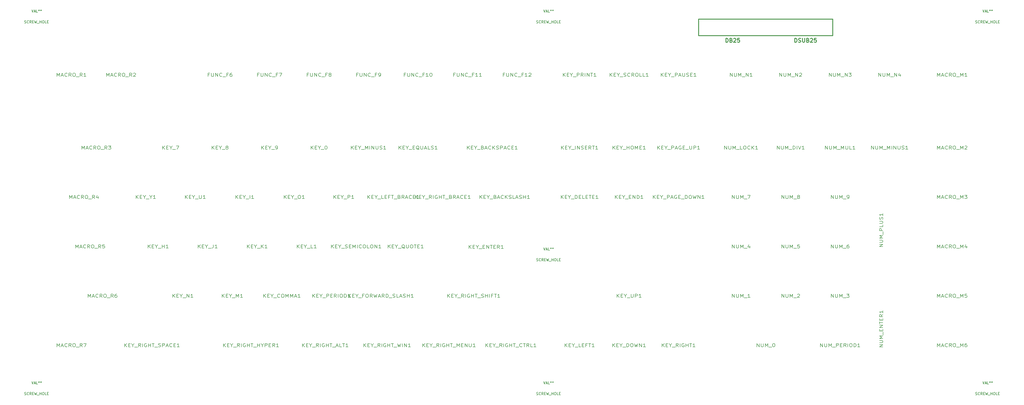
<source format=gto>
G04 #@! TF.FileFunction,Legend,Top*
%FSLAX46Y46*%
G04 Gerber Fmt 4.6, Leading zero omitted, Abs format (unit mm)*
G04 Created by KiCad (PCBNEW 4.0.7) date 12/14/17 04:12:44*
%MOMM*%
%LPD*%
G01*
G04 APERTURE LIST*
%ADD10C,0.100000*%
%ADD11C,0.304800*%
%ADD12C,0.203200*%
%ADD13C,0.150000*%
G04 APERTURE END LIST*
D10*
D11*
X309154000Y-10675000D02*
X309154000Y-10675000D01*
X309154000Y-10675000D02*
X309154000Y-4325000D01*
X309154000Y-4325000D02*
X257719000Y-4325000D01*
X257719000Y-4325000D02*
X257719000Y-10675000D01*
X257719000Y-10675000D02*
X309027000Y-10675000D01*
X309027000Y-10675000D02*
X309154000Y-10675000D01*
D12*
X304452572Y-130399524D02*
X304452572Y-129129524D01*
X305323429Y-130399524D01*
X305323429Y-129129524D01*
X306049143Y-129129524D02*
X306049143Y-130157619D01*
X306121715Y-130278571D01*
X306194286Y-130339048D01*
X306339429Y-130399524D01*
X306629715Y-130399524D01*
X306774857Y-130339048D01*
X306847429Y-130278571D01*
X306920000Y-130157619D01*
X306920000Y-129129524D01*
X307645714Y-130399524D02*
X307645714Y-129129524D01*
X308153714Y-130036667D01*
X308661714Y-129129524D01*
X308661714Y-130399524D01*
X309024571Y-130520476D02*
X310185714Y-130520476D01*
X310548571Y-130399524D02*
X310548571Y-129129524D01*
X311129143Y-129129524D01*
X311274285Y-129190000D01*
X311346857Y-129250476D01*
X311419428Y-129371429D01*
X311419428Y-129552857D01*
X311346857Y-129673810D01*
X311274285Y-129734286D01*
X311129143Y-129794762D01*
X310548571Y-129794762D01*
X312072571Y-129734286D02*
X312580571Y-129734286D01*
X312798285Y-130399524D02*
X312072571Y-130399524D01*
X312072571Y-129129524D01*
X312798285Y-129129524D01*
X314322285Y-130399524D02*
X313814285Y-129794762D01*
X313451428Y-130399524D02*
X313451428Y-129129524D01*
X314032000Y-129129524D01*
X314177142Y-129190000D01*
X314249714Y-129250476D01*
X314322285Y-129371429D01*
X314322285Y-129552857D01*
X314249714Y-129673810D01*
X314177142Y-129734286D01*
X314032000Y-129794762D01*
X313451428Y-129794762D01*
X314975428Y-130399524D02*
X314975428Y-129129524D01*
X315991428Y-129129524D02*
X316281714Y-129129524D01*
X316426856Y-129190000D01*
X316571999Y-129310952D01*
X316644571Y-129552857D01*
X316644571Y-129976190D01*
X316571999Y-130218095D01*
X316426856Y-130339048D01*
X316281714Y-130399524D01*
X315991428Y-130399524D01*
X315846285Y-130339048D01*
X315701142Y-130218095D01*
X315628571Y-129976190D01*
X315628571Y-129552857D01*
X315701142Y-129310952D01*
X315846285Y-129190000D01*
X315991428Y-129129524D01*
X317297713Y-130399524D02*
X317297713Y-129129524D01*
X317660570Y-129129524D01*
X317878285Y-129190000D01*
X318023427Y-129310952D01*
X318095999Y-129431905D01*
X318168570Y-129673810D01*
X318168570Y-129855238D01*
X318095999Y-130097143D01*
X318023427Y-130218095D01*
X317878285Y-130339048D01*
X317660570Y-130399524D01*
X317297713Y-130399524D01*
X319619999Y-130399524D02*
X318749142Y-130399524D01*
X319184570Y-130399524D02*
X319184570Y-129129524D01*
X319039427Y-129310952D01*
X318894285Y-129431905D01*
X318749142Y-129492381D01*
D11*
X294603428Y-13269429D02*
X294603428Y-11745429D01*
X294966285Y-11745429D01*
X295184000Y-11818000D01*
X295329142Y-11963143D01*
X295401714Y-12108286D01*
X295474285Y-12398571D01*
X295474285Y-12616286D01*
X295401714Y-12906571D01*
X295329142Y-13051714D01*
X295184000Y-13196857D01*
X294966285Y-13269429D01*
X294603428Y-13269429D01*
X296054857Y-13196857D02*
X296272571Y-13269429D01*
X296635428Y-13269429D01*
X296780571Y-13196857D01*
X296853142Y-13124286D01*
X296925714Y-12979143D01*
X296925714Y-12834000D01*
X296853142Y-12688857D01*
X296780571Y-12616286D01*
X296635428Y-12543714D01*
X296345142Y-12471143D01*
X296200000Y-12398571D01*
X296127428Y-12326000D01*
X296054857Y-12180857D01*
X296054857Y-12035714D01*
X296127428Y-11890571D01*
X296200000Y-11818000D01*
X296345142Y-11745429D01*
X296708000Y-11745429D01*
X296925714Y-11818000D01*
X297578857Y-11745429D02*
X297578857Y-12979143D01*
X297651429Y-13124286D01*
X297724000Y-13196857D01*
X297869143Y-13269429D01*
X298159429Y-13269429D01*
X298304571Y-13196857D01*
X298377143Y-13124286D01*
X298449714Y-12979143D01*
X298449714Y-11745429D01*
X299683428Y-12471143D02*
X299901142Y-12543714D01*
X299973714Y-12616286D01*
X300046285Y-12761429D01*
X300046285Y-12979143D01*
X299973714Y-13124286D01*
X299901142Y-13196857D01*
X299756000Y-13269429D01*
X299175428Y-13269429D01*
X299175428Y-11745429D01*
X299683428Y-11745429D01*
X299828571Y-11818000D01*
X299901142Y-11890571D01*
X299973714Y-12035714D01*
X299973714Y-12180857D01*
X299901142Y-12326000D01*
X299828571Y-12398571D01*
X299683428Y-12471143D01*
X299175428Y-12471143D01*
X300626857Y-11890571D02*
X300699428Y-11818000D01*
X300844571Y-11745429D01*
X301207428Y-11745429D01*
X301352571Y-11818000D01*
X301425142Y-11890571D01*
X301497714Y-12035714D01*
X301497714Y-12180857D01*
X301425142Y-12398571D01*
X300554285Y-13269429D01*
X301497714Y-13269429D01*
X302876571Y-11745429D02*
X302150857Y-11745429D01*
X302078286Y-12471143D01*
X302150857Y-12398571D01*
X302296000Y-12326000D01*
X302658857Y-12326000D01*
X302804000Y-12398571D01*
X302876571Y-12471143D01*
X302949143Y-12616286D01*
X302949143Y-12979143D01*
X302876571Y-13124286D01*
X302804000Y-13196857D01*
X302658857Y-13269429D01*
X302296000Y-13269429D01*
X302150857Y-13196857D01*
X302078286Y-13124286D01*
X268187428Y-13269429D02*
X268187428Y-11745429D01*
X268550285Y-11745429D01*
X268768000Y-11818000D01*
X268913142Y-11963143D01*
X268985714Y-12108286D01*
X269058285Y-12398571D01*
X269058285Y-12616286D01*
X268985714Y-12906571D01*
X268913142Y-13051714D01*
X268768000Y-13196857D01*
X268550285Y-13269429D01*
X268187428Y-13269429D01*
X270219428Y-12471143D02*
X270437142Y-12543714D01*
X270509714Y-12616286D01*
X270582285Y-12761429D01*
X270582285Y-12979143D01*
X270509714Y-13124286D01*
X270437142Y-13196857D01*
X270292000Y-13269429D01*
X269711428Y-13269429D01*
X269711428Y-11745429D01*
X270219428Y-11745429D01*
X270364571Y-11818000D01*
X270437142Y-11890571D01*
X270509714Y-12035714D01*
X270509714Y-12180857D01*
X270437142Y-12326000D01*
X270364571Y-12398571D01*
X270219428Y-12471143D01*
X269711428Y-12471143D01*
X271162857Y-11890571D02*
X271235428Y-11818000D01*
X271380571Y-11745429D01*
X271743428Y-11745429D01*
X271888571Y-11818000D01*
X271961142Y-11890571D01*
X272033714Y-12035714D01*
X272033714Y-12180857D01*
X271961142Y-12398571D01*
X271090285Y-13269429D01*
X272033714Y-13269429D01*
X273412571Y-11745429D02*
X272686857Y-11745429D01*
X272614286Y-12471143D01*
X272686857Y-12398571D01*
X272832000Y-12326000D01*
X273194857Y-12326000D01*
X273340000Y-12398571D01*
X273412571Y-12471143D01*
X273485143Y-12616286D01*
X273485143Y-12979143D01*
X273412571Y-13124286D01*
X273340000Y-13196857D01*
X273194857Y-13269429D01*
X272832000Y-13269429D01*
X272686857Y-13196857D01*
X272614286Y-13124286D01*
D12*
X69899714Y-25734286D02*
X69391714Y-25734286D01*
X69391714Y-26399524D02*
X69391714Y-25129524D01*
X70117428Y-25129524D01*
X70698000Y-25129524D02*
X70698000Y-26157619D01*
X70770572Y-26278571D01*
X70843143Y-26339048D01*
X70988286Y-26399524D01*
X71278572Y-26399524D01*
X71423714Y-26339048D01*
X71496286Y-26278571D01*
X71568857Y-26157619D01*
X71568857Y-25129524D01*
X72294571Y-26399524D02*
X72294571Y-25129524D01*
X73165428Y-26399524D01*
X73165428Y-25129524D01*
X74761999Y-26278571D02*
X74689428Y-26339048D01*
X74471714Y-26399524D01*
X74326571Y-26399524D01*
X74108856Y-26339048D01*
X73963714Y-26218095D01*
X73891142Y-26097143D01*
X73818571Y-25855238D01*
X73818571Y-25673810D01*
X73891142Y-25431905D01*
X73963714Y-25310952D01*
X74108856Y-25190000D01*
X74326571Y-25129524D01*
X74471714Y-25129524D01*
X74689428Y-25190000D01*
X74761999Y-25250476D01*
X75052285Y-26520476D02*
X76213428Y-26520476D01*
X77084285Y-25734286D02*
X76576285Y-25734286D01*
X76576285Y-26399524D02*
X76576285Y-25129524D01*
X77301999Y-25129524D01*
X78535714Y-25129524D02*
X78245428Y-25129524D01*
X78100285Y-25190000D01*
X78027714Y-25250476D01*
X77882571Y-25431905D01*
X77810000Y-25673810D01*
X77810000Y-26157619D01*
X77882571Y-26278571D01*
X77955143Y-26339048D01*
X78100285Y-26399524D01*
X78390571Y-26399524D01*
X78535714Y-26339048D01*
X78608285Y-26278571D01*
X78680857Y-26157619D01*
X78680857Y-25855238D01*
X78608285Y-25734286D01*
X78535714Y-25673810D01*
X78390571Y-25613333D01*
X78100285Y-25613333D01*
X77955143Y-25673810D01*
X77882571Y-25734286D01*
X77810000Y-25855238D01*
X88899714Y-25734286D02*
X88391714Y-25734286D01*
X88391714Y-26399524D02*
X88391714Y-25129524D01*
X89117428Y-25129524D01*
X89698000Y-25129524D02*
X89698000Y-26157619D01*
X89770572Y-26278571D01*
X89843143Y-26339048D01*
X89988286Y-26399524D01*
X90278572Y-26399524D01*
X90423714Y-26339048D01*
X90496286Y-26278571D01*
X90568857Y-26157619D01*
X90568857Y-25129524D01*
X91294571Y-26399524D02*
X91294571Y-25129524D01*
X92165428Y-26399524D01*
X92165428Y-25129524D01*
X93761999Y-26278571D02*
X93689428Y-26339048D01*
X93471714Y-26399524D01*
X93326571Y-26399524D01*
X93108856Y-26339048D01*
X92963714Y-26218095D01*
X92891142Y-26097143D01*
X92818571Y-25855238D01*
X92818571Y-25673810D01*
X92891142Y-25431905D01*
X92963714Y-25310952D01*
X93108856Y-25190000D01*
X93326571Y-25129524D01*
X93471714Y-25129524D01*
X93689428Y-25190000D01*
X93761999Y-25250476D01*
X94052285Y-26520476D02*
X95213428Y-26520476D01*
X96084285Y-25734286D02*
X95576285Y-25734286D01*
X95576285Y-26399524D02*
X95576285Y-25129524D01*
X96301999Y-25129524D01*
X96737428Y-25129524D02*
X97753428Y-25129524D01*
X97100285Y-26399524D01*
X107899714Y-25734286D02*
X107391714Y-25734286D01*
X107391714Y-26399524D02*
X107391714Y-25129524D01*
X108117428Y-25129524D01*
X108698000Y-25129524D02*
X108698000Y-26157619D01*
X108770572Y-26278571D01*
X108843143Y-26339048D01*
X108988286Y-26399524D01*
X109278572Y-26399524D01*
X109423714Y-26339048D01*
X109496286Y-26278571D01*
X109568857Y-26157619D01*
X109568857Y-25129524D01*
X110294571Y-26399524D02*
X110294571Y-25129524D01*
X111165428Y-26399524D01*
X111165428Y-25129524D01*
X112761999Y-26278571D02*
X112689428Y-26339048D01*
X112471714Y-26399524D01*
X112326571Y-26399524D01*
X112108856Y-26339048D01*
X111963714Y-26218095D01*
X111891142Y-26097143D01*
X111818571Y-25855238D01*
X111818571Y-25673810D01*
X111891142Y-25431905D01*
X111963714Y-25310952D01*
X112108856Y-25190000D01*
X112326571Y-25129524D01*
X112471714Y-25129524D01*
X112689428Y-25190000D01*
X112761999Y-25250476D01*
X113052285Y-26520476D02*
X114213428Y-26520476D01*
X115084285Y-25734286D02*
X114576285Y-25734286D01*
X114576285Y-26399524D02*
X114576285Y-25129524D01*
X115301999Y-25129524D01*
X116100285Y-25673810D02*
X115955143Y-25613333D01*
X115882571Y-25552857D01*
X115810000Y-25431905D01*
X115810000Y-25371429D01*
X115882571Y-25250476D01*
X115955143Y-25190000D01*
X116100285Y-25129524D01*
X116390571Y-25129524D01*
X116535714Y-25190000D01*
X116608285Y-25250476D01*
X116680857Y-25371429D01*
X116680857Y-25431905D01*
X116608285Y-25552857D01*
X116535714Y-25613333D01*
X116390571Y-25673810D01*
X116100285Y-25673810D01*
X115955143Y-25734286D01*
X115882571Y-25794762D01*
X115810000Y-25915714D01*
X115810000Y-26157619D01*
X115882571Y-26278571D01*
X115955143Y-26339048D01*
X116100285Y-26399524D01*
X116390571Y-26399524D01*
X116535714Y-26339048D01*
X116608285Y-26278571D01*
X116680857Y-26157619D01*
X116680857Y-25915714D01*
X116608285Y-25794762D01*
X116535714Y-25734286D01*
X116390571Y-25673810D01*
X126899714Y-25734286D02*
X126391714Y-25734286D01*
X126391714Y-26399524D02*
X126391714Y-25129524D01*
X127117428Y-25129524D01*
X127698000Y-25129524D02*
X127698000Y-26157619D01*
X127770572Y-26278571D01*
X127843143Y-26339048D01*
X127988286Y-26399524D01*
X128278572Y-26399524D01*
X128423714Y-26339048D01*
X128496286Y-26278571D01*
X128568857Y-26157619D01*
X128568857Y-25129524D01*
X129294571Y-26399524D02*
X129294571Y-25129524D01*
X130165428Y-26399524D01*
X130165428Y-25129524D01*
X131761999Y-26278571D02*
X131689428Y-26339048D01*
X131471714Y-26399524D01*
X131326571Y-26399524D01*
X131108856Y-26339048D01*
X130963714Y-26218095D01*
X130891142Y-26097143D01*
X130818571Y-25855238D01*
X130818571Y-25673810D01*
X130891142Y-25431905D01*
X130963714Y-25310952D01*
X131108856Y-25190000D01*
X131326571Y-25129524D01*
X131471714Y-25129524D01*
X131689428Y-25190000D01*
X131761999Y-25250476D01*
X132052285Y-26520476D02*
X133213428Y-26520476D01*
X134084285Y-25734286D02*
X133576285Y-25734286D01*
X133576285Y-26399524D02*
X133576285Y-25129524D01*
X134301999Y-25129524D01*
X134955143Y-26399524D02*
X135245428Y-26399524D01*
X135390571Y-26339048D01*
X135463143Y-26278571D01*
X135608285Y-26097143D01*
X135680857Y-25855238D01*
X135680857Y-25371429D01*
X135608285Y-25250476D01*
X135535714Y-25190000D01*
X135390571Y-25129524D01*
X135100285Y-25129524D01*
X134955143Y-25190000D01*
X134882571Y-25250476D01*
X134810000Y-25371429D01*
X134810000Y-25673810D01*
X134882571Y-25794762D01*
X134955143Y-25855238D01*
X135100285Y-25915714D01*
X135390571Y-25915714D01*
X135535714Y-25855238D01*
X135608285Y-25794762D01*
X135680857Y-25673810D01*
X145174000Y-25734286D02*
X144666000Y-25734286D01*
X144666000Y-26399524D02*
X144666000Y-25129524D01*
X145391714Y-25129524D01*
X145972286Y-25129524D02*
X145972286Y-26157619D01*
X146044858Y-26278571D01*
X146117429Y-26339048D01*
X146262572Y-26399524D01*
X146552858Y-26399524D01*
X146698000Y-26339048D01*
X146770572Y-26278571D01*
X146843143Y-26157619D01*
X146843143Y-25129524D01*
X147568857Y-26399524D02*
X147568857Y-25129524D01*
X148439714Y-26399524D01*
X148439714Y-25129524D01*
X150036285Y-26278571D02*
X149963714Y-26339048D01*
X149746000Y-26399524D01*
X149600857Y-26399524D01*
X149383142Y-26339048D01*
X149238000Y-26218095D01*
X149165428Y-26097143D01*
X149092857Y-25855238D01*
X149092857Y-25673810D01*
X149165428Y-25431905D01*
X149238000Y-25310952D01*
X149383142Y-25190000D01*
X149600857Y-25129524D01*
X149746000Y-25129524D01*
X149963714Y-25190000D01*
X150036285Y-25250476D01*
X150326571Y-26520476D02*
X151487714Y-26520476D01*
X152358571Y-25734286D02*
X151850571Y-25734286D01*
X151850571Y-26399524D02*
X151850571Y-25129524D01*
X152576285Y-25129524D01*
X153955143Y-26399524D02*
X153084286Y-26399524D01*
X153519714Y-26399524D02*
X153519714Y-25129524D01*
X153374571Y-25310952D01*
X153229429Y-25431905D01*
X153084286Y-25492381D01*
X154898572Y-25129524D02*
X155043715Y-25129524D01*
X155188858Y-25190000D01*
X155261429Y-25250476D01*
X155334000Y-25371429D01*
X155406572Y-25613333D01*
X155406572Y-25915714D01*
X155334000Y-26157619D01*
X155261429Y-26278571D01*
X155188858Y-26339048D01*
X155043715Y-26399524D01*
X154898572Y-26399524D01*
X154753429Y-26339048D01*
X154680858Y-26278571D01*
X154608286Y-26157619D01*
X154535715Y-25915714D01*
X154535715Y-25613333D01*
X154608286Y-25371429D01*
X154680858Y-25250476D01*
X154753429Y-25190000D01*
X154898572Y-25129524D01*
X164174000Y-25734286D02*
X163666000Y-25734286D01*
X163666000Y-26399524D02*
X163666000Y-25129524D01*
X164391714Y-25129524D01*
X164972286Y-25129524D02*
X164972286Y-26157619D01*
X165044858Y-26278571D01*
X165117429Y-26339048D01*
X165262572Y-26399524D01*
X165552858Y-26399524D01*
X165698000Y-26339048D01*
X165770572Y-26278571D01*
X165843143Y-26157619D01*
X165843143Y-25129524D01*
X166568857Y-26399524D02*
X166568857Y-25129524D01*
X167439714Y-26399524D01*
X167439714Y-25129524D01*
X169036285Y-26278571D02*
X168963714Y-26339048D01*
X168746000Y-26399524D01*
X168600857Y-26399524D01*
X168383142Y-26339048D01*
X168238000Y-26218095D01*
X168165428Y-26097143D01*
X168092857Y-25855238D01*
X168092857Y-25673810D01*
X168165428Y-25431905D01*
X168238000Y-25310952D01*
X168383142Y-25190000D01*
X168600857Y-25129524D01*
X168746000Y-25129524D01*
X168963714Y-25190000D01*
X169036285Y-25250476D01*
X169326571Y-26520476D02*
X170487714Y-26520476D01*
X171358571Y-25734286D02*
X170850571Y-25734286D01*
X170850571Y-26399524D02*
X170850571Y-25129524D01*
X171576285Y-25129524D01*
X172955143Y-26399524D02*
X172084286Y-26399524D01*
X172519714Y-26399524D02*
X172519714Y-25129524D01*
X172374571Y-25310952D01*
X172229429Y-25431905D01*
X172084286Y-25492381D01*
X174406572Y-26399524D02*
X173535715Y-26399524D01*
X173971143Y-26399524D02*
X173971143Y-25129524D01*
X173826000Y-25310952D01*
X173680858Y-25431905D01*
X173535715Y-25492381D01*
X183174000Y-25734286D02*
X182666000Y-25734286D01*
X182666000Y-26399524D02*
X182666000Y-25129524D01*
X183391714Y-25129524D01*
X183972286Y-25129524D02*
X183972286Y-26157619D01*
X184044858Y-26278571D01*
X184117429Y-26339048D01*
X184262572Y-26399524D01*
X184552858Y-26399524D01*
X184698000Y-26339048D01*
X184770572Y-26278571D01*
X184843143Y-26157619D01*
X184843143Y-25129524D01*
X185568857Y-26399524D02*
X185568857Y-25129524D01*
X186439714Y-26399524D01*
X186439714Y-25129524D01*
X188036285Y-26278571D02*
X187963714Y-26339048D01*
X187746000Y-26399524D01*
X187600857Y-26399524D01*
X187383142Y-26339048D01*
X187238000Y-26218095D01*
X187165428Y-26097143D01*
X187092857Y-25855238D01*
X187092857Y-25673810D01*
X187165428Y-25431905D01*
X187238000Y-25310952D01*
X187383142Y-25190000D01*
X187600857Y-25129524D01*
X187746000Y-25129524D01*
X187963714Y-25190000D01*
X188036285Y-25250476D01*
X188326571Y-26520476D02*
X189487714Y-26520476D01*
X190358571Y-25734286D02*
X189850571Y-25734286D01*
X189850571Y-26399524D02*
X189850571Y-25129524D01*
X190576285Y-25129524D01*
X191955143Y-26399524D02*
X191084286Y-26399524D01*
X191519714Y-26399524D02*
X191519714Y-25129524D01*
X191374571Y-25310952D01*
X191229429Y-25431905D01*
X191084286Y-25492381D01*
X192535715Y-25250476D02*
X192608286Y-25190000D01*
X192753429Y-25129524D01*
X193116286Y-25129524D01*
X193261429Y-25190000D01*
X193334000Y-25250476D01*
X193406572Y-25371429D01*
X193406572Y-25492381D01*
X193334000Y-25673810D01*
X192463143Y-26399524D01*
X193406572Y-26399524D01*
X108952000Y-54399524D02*
X108952000Y-53129524D01*
X109822857Y-54399524D02*
X109169714Y-53673810D01*
X109822857Y-53129524D02*
X108952000Y-53855238D01*
X110476000Y-53734286D02*
X110984000Y-53734286D01*
X111201714Y-54399524D02*
X110476000Y-54399524D01*
X110476000Y-53129524D01*
X111201714Y-53129524D01*
X112145143Y-53794762D02*
X112145143Y-54399524D01*
X111637143Y-53129524D02*
X112145143Y-53794762D01*
X112653143Y-53129524D01*
X112798286Y-54520476D02*
X113959429Y-54520476D01*
X114612572Y-53129524D02*
X114757715Y-53129524D01*
X114902858Y-53190000D01*
X114975429Y-53250476D01*
X115048000Y-53371429D01*
X115120572Y-53613333D01*
X115120572Y-53915714D01*
X115048000Y-54157619D01*
X114975429Y-54278571D01*
X114902858Y-54339048D01*
X114757715Y-54399524D01*
X114612572Y-54399524D01*
X114467429Y-54339048D01*
X114394858Y-54278571D01*
X114322286Y-54157619D01*
X114249715Y-53915714D01*
X114249715Y-53613333D01*
X114322286Y-53371429D01*
X114394858Y-53250476D01*
X114467429Y-53190000D01*
X114612572Y-53129524D01*
X51952000Y-54399524D02*
X51952000Y-53129524D01*
X52822857Y-54399524D02*
X52169714Y-53673810D01*
X52822857Y-53129524D02*
X51952000Y-53855238D01*
X53476000Y-53734286D02*
X53984000Y-53734286D01*
X54201714Y-54399524D02*
X53476000Y-54399524D01*
X53476000Y-53129524D01*
X54201714Y-53129524D01*
X55145143Y-53794762D02*
X55145143Y-54399524D01*
X54637143Y-53129524D02*
X55145143Y-53794762D01*
X55653143Y-53129524D01*
X55798286Y-54520476D02*
X56959429Y-54520476D01*
X57177143Y-53129524D02*
X58193143Y-53129524D01*
X57540000Y-54399524D01*
X70952000Y-54399524D02*
X70952000Y-53129524D01*
X71822857Y-54399524D02*
X71169714Y-53673810D01*
X71822857Y-53129524D02*
X70952000Y-53855238D01*
X72476000Y-53734286D02*
X72984000Y-53734286D01*
X73201714Y-54399524D02*
X72476000Y-54399524D01*
X72476000Y-53129524D01*
X73201714Y-53129524D01*
X74145143Y-53794762D02*
X74145143Y-54399524D01*
X73637143Y-53129524D02*
X74145143Y-53794762D01*
X74653143Y-53129524D01*
X74798286Y-54520476D02*
X75959429Y-54520476D01*
X76540000Y-53673810D02*
X76394858Y-53613333D01*
X76322286Y-53552857D01*
X76249715Y-53431905D01*
X76249715Y-53371429D01*
X76322286Y-53250476D01*
X76394858Y-53190000D01*
X76540000Y-53129524D01*
X76830286Y-53129524D01*
X76975429Y-53190000D01*
X77048000Y-53250476D01*
X77120572Y-53371429D01*
X77120572Y-53431905D01*
X77048000Y-53552857D01*
X76975429Y-53613333D01*
X76830286Y-53673810D01*
X76540000Y-53673810D01*
X76394858Y-53734286D01*
X76322286Y-53794762D01*
X76249715Y-53915714D01*
X76249715Y-54157619D01*
X76322286Y-54278571D01*
X76394858Y-54339048D01*
X76540000Y-54399524D01*
X76830286Y-54399524D01*
X76975429Y-54339048D01*
X77048000Y-54278571D01*
X77120572Y-54157619D01*
X77120572Y-53915714D01*
X77048000Y-53794762D01*
X76975429Y-53734286D01*
X76830286Y-53673810D01*
X89952000Y-54399524D02*
X89952000Y-53129524D01*
X90822857Y-54399524D02*
X90169714Y-53673810D01*
X90822857Y-53129524D02*
X89952000Y-53855238D01*
X91476000Y-53734286D02*
X91984000Y-53734286D01*
X92201714Y-54399524D02*
X91476000Y-54399524D01*
X91476000Y-53129524D01*
X92201714Y-53129524D01*
X93145143Y-53794762D02*
X93145143Y-54399524D01*
X92637143Y-53129524D02*
X93145143Y-53794762D01*
X93653143Y-53129524D01*
X93798286Y-54520476D02*
X94959429Y-54520476D01*
X95394858Y-54399524D02*
X95685143Y-54399524D01*
X95830286Y-54339048D01*
X95902858Y-54278571D01*
X96048000Y-54097143D01*
X96120572Y-53855238D01*
X96120572Y-53371429D01*
X96048000Y-53250476D01*
X95975429Y-53190000D01*
X95830286Y-53129524D01*
X95540000Y-53129524D01*
X95394858Y-53190000D01*
X95322286Y-53250476D01*
X95249715Y-53371429D01*
X95249715Y-53673810D01*
X95322286Y-53794762D01*
X95394858Y-53855238D01*
X95540000Y-53915714D01*
X95830286Y-53915714D01*
X95975429Y-53855238D01*
X96048000Y-53794762D01*
X96120572Y-53673810D01*
X168920571Y-54399524D02*
X168920571Y-53129524D01*
X169791428Y-54399524D02*
X169138285Y-53673810D01*
X169791428Y-53129524D02*
X168920571Y-53855238D01*
X170444571Y-53734286D02*
X170952571Y-53734286D01*
X171170285Y-54399524D02*
X170444571Y-54399524D01*
X170444571Y-53129524D01*
X171170285Y-53129524D01*
X172113714Y-53794762D02*
X172113714Y-54399524D01*
X171605714Y-53129524D02*
X172113714Y-53794762D01*
X172621714Y-53129524D01*
X172766857Y-54520476D02*
X173928000Y-54520476D01*
X174798857Y-53734286D02*
X175016571Y-53794762D01*
X175089143Y-53855238D01*
X175161714Y-53976190D01*
X175161714Y-54157619D01*
X175089143Y-54278571D01*
X175016571Y-54339048D01*
X174871429Y-54399524D01*
X174290857Y-54399524D01*
X174290857Y-53129524D01*
X174798857Y-53129524D01*
X174944000Y-53190000D01*
X175016571Y-53250476D01*
X175089143Y-53371429D01*
X175089143Y-53492381D01*
X175016571Y-53613333D01*
X174944000Y-53673810D01*
X174798857Y-53734286D01*
X174290857Y-53734286D01*
X175742286Y-54036667D02*
X176468000Y-54036667D01*
X175597143Y-54399524D02*
X176105143Y-53129524D01*
X176613143Y-54399524D01*
X177992000Y-54278571D02*
X177919429Y-54339048D01*
X177701715Y-54399524D01*
X177556572Y-54399524D01*
X177338857Y-54339048D01*
X177193715Y-54218095D01*
X177121143Y-54097143D01*
X177048572Y-53855238D01*
X177048572Y-53673810D01*
X177121143Y-53431905D01*
X177193715Y-53310952D01*
X177338857Y-53190000D01*
X177556572Y-53129524D01*
X177701715Y-53129524D01*
X177919429Y-53190000D01*
X177992000Y-53250476D01*
X178645143Y-54399524D02*
X178645143Y-53129524D01*
X179516000Y-54399524D02*
X178862857Y-53673810D01*
X179516000Y-53129524D02*
X178645143Y-53855238D01*
X180096572Y-54339048D02*
X180314286Y-54399524D01*
X180677143Y-54399524D01*
X180822286Y-54339048D01*
X180894857Y-54278571D01*
X180967429Y-54157619D01*
X180967429Y-54036667D01*
X180894857Y-53915714D01*
X180822286Y-53855238D01*
X180677143Y-53794762D01*
X180386857Y-53734286D01*
X180241715Y-53673810D01*
X180169143Y-53613333D01*
X180096572Y-53492381D01*
X180096572Y-53371429D01*
X180169143Y-53250476D01*
X180241715Y-53190000D01*
X180386857Y-53129524D01*
X180749715Y-53129524D01*
X180967429Y-53190000D01*
X181620572Y-54399524D02*
X181620572Y-53129524D01*
X182201144Y-53129524D01*
X182346286Y-53190000D01*
X182418858Y-53250476D01*
X182491429Y-53371429D01*
X182491429Y-53552857D01*
X182418858Y-53673810D01*
X182346286Y-53734286D01*
X182201144Y-53794762D01*
X181620572Y-53794762D01*
X183072001Y-54036667D02*
X183797715Y-54036667D01*
X182926858Y-54399524D02*
X183434858Y-53129524D01*
X183942858Y-54399524D01*
X185321715Y-54278571D02*
X185249144Y-54339048D01*
X185031430Y-54399524D01*
X184886287Y-54399524D01*
X184668572Y-54339048D01*
X184523430Y-54218095D01*
X184450858Y-54097143D01*
X184378287Y-53855238D01*
X184378287Y-53673810D01*
X184450858Y-53431905D01*
X184523430Y-53310952D01*
X184668572Y-53190000D01*
X184886287Y-53129524D01*
X185031430Y-53129524D01*
X185249144Y-53190000D01*
X185321715Y-53250476D01*
X185974858Y-53734286D02*
X186482858Y-53734286D01*
X186700572Y-54399524D02*
X185974858Y-54399524D01*
X185974858Y-53129524D01*
X186700572Y-53129524D01*
X188152001Y-54399524D02*
X187281144Y-54399524D01*
X187716572Y-54399524D02*
X187716572Y-53129524D01*
X187571429Y-53310952D01*
X187426287Y-53431905D01*
X187281144Y-53492381D01*
X90746857Y-111399524D02*
X90746857Y-110129524D01*
X91617714Y-111399524D02*
X90964571Y-110673810D01*
X91617714Y-110129524D02*
X90746857Y-110855238D01*
X92270857Y-110734286D02*
X92778857Y-110734286D01*
X92996571Y-111399524D02*
X92270857Y-111399524D01*
X92270857Y-110129524D01*
X92996571Y-110129524D01*
X93940000Y-110794762D02*
X93940000Y-111399524D01*
X93432000Y-110129524D02*
X93940000Y-110794762D01*
X94448000Y-110129524D01*
X94593143Y-111520476D02*
X95754286Y-111520476D01*
X96988000Y-111278571D02*
X96915429Y-111339048D01*
X96697715Y-111399524D01*
X96552572Y-111399524D01*
X96334857Y-111339048D01*
X96189715Y-111218095D01*
X96117143Y-111097143D01*
X96044572Y-110855238D01*
X96044572Y-110673810D01*
X96117143Y-110431905D01*
X96189715Y-110310952D01*
X96334857Y-110190000D01*
X96552572Y-110129524D01*
X96697715Y-110129524D01*
X96915429Y-110190000D01*
X96988000Y-110250476D01*
X97931429Y-110129524D02*
X98221715Y-110129524D01*
X98366857Y-110190000D01*
X98512000Y-110310952D01*
X98584572Y-110552857D01*
X98584572Y-110976190D01*
X98512000Y-111218095D01*
X98366857Y-111339048D01*
X98221715Y-111399524D01*
X97931429Y-111399524D01*
X97786286Y-111339048D01*
X97641143Y-111218095D01*
X97568572Y-110976190D01*
X97568572Y-110552857D01*
X97641143Y-110310952D01*
X97786286Y-110190000D01*
X97931429Y-110129524D01*
X99237714Y-111399524D02*
X99237714Y-110129524D01*
X99745714Y-111036667D01*
X100253714Y-110129524D01*
X100253714Y-111399524D01*
X100979428Y-111399524D02*
X100979428Y-110129524D01*
X101487428Y-111036667D01*
X101995428Y-110129524D01*
X101995428Y-111399524D01*
X102648571Y-111036667D02*
X103374285Y-111036667D01*
X102503428Y-111399524D02*
X103011428Y-110129524D01*
X103519428Y-111399524D01*
X104825714Y-111399524D02*
X103954857Y-111399524D01*
X104390285Y-111399524D02*
X104390285Y-110129524D01*
X104245142Y-110310952D01*
X104100000Y-110431905D01*
X103954857Y-110492381D01*
X204924286Y-73399524D02*
X204924286Y-72129524D01*
X205795143Y-73399524D02*
X205142000Y-72673810D01*
X205795143Y-72129524D02*
X204924286Y-72855238D01*
X206448286Y-72734286D02*
X206956286Y-72734286D01*
X207174000Y-73399524D02*
X206448286Y-73399524D01*
X206448286Y-72129524D01*
X207174000Y-72129524D01*
X208117429Y-72794762D02*
X208117429Y-73399524D01*
X207609429Y-72129524D02*
X208117429Y-72794762D01*
X208625429Y-72129524D01*
X208770572Y-73520476D02*
X209931715Y-73520476D01*
X210294572Y-73399524D02*
X210294572Y-72129524D01*
X210657429Y-72129524D01*
X210875144Y-72190000D01*
X211020286Y-72310952D01*
X211092858Y-72431905D01*
X211165429Y-72673810D01*
X211165429Y-72855238D01*
X211092858Y-73097143D01*
X211020286Y-73218095D01*
X210875144Y-73339048D01*
X210657429Y-73399524D01*
X210294572Y-73399524D01*
X211818572Y-72734286D02*
X212326572Y-72734286D01*
X212544286Y-73399524D02*
X211818572Y-73399524D01*
X211818572Y-72129524D01*
X212544286Y-72129524D01*
X213923143Y-73399524D02*
X213197429Y-73399524D01*
X213197429Y-72129524D01*
X214431143Y-72734286D02*
X214939143Y-72734286D01*
X215156857Y-73399524D02*
X214431143Y-73399524D01*
X214431143Y-72129524D01*
X215156857Y-72129524D01*
X215592286Y-72129524D02*
X216463143Y-72129524D01*
X216027714Y-73399524D02*
X216027714Y-72129524D01*
X216971143Y-72734286D02*
X217479143Y-72734286D01*
X217696857Y-73399524D02*
X216971143Y-73399524D01*
X216971143Y-72129524D01*
X217696857Y-72129524D01*
X219148286Y-73399524D02*
X218277429Y-73399524D01*
X218712857Y-73399524D02*
X218712857Y-72129524D01*
X218567714Y-72310952D01*
X218422572Y-72431905D01*
X218277429Y-72492381D01*
X224722572Y-130399524D02*
X224722572Y-129129524D01*
X225593429Y-130399524D02*
X224940286Y-129673810D01*
X225593429Y-129129524D02*
X224722572Y-129855238D01*
X226246572Y-129734286D02*
X226754572Y-129734286D01*
X226972286Y-130399524D02*
X226246572Y-130399524D01*
X226246572Y-129129524D01*
X226972286Y-129129524D01*
X227915715Y-129794762D02*
X227915715Y-130399524D01*
X227407715Y-129129524D02*
X227915715Y-129794762D01*
X228423715Y-129129524D01*
X228568858Y-130520476D02*
X229730001Y-130520476D01*
X230092858Y-130399524D02*
X230092858Y-129129524D01*
X230455715Y-129129524D01*
X230673430Y-129190000D01*
X230818572Y-129310952D01*
X230891144Y-129431905D01*
X230963715Y-129673810D01*
X230963715Y-129855238D01*
X230891144Y-130097143D01*
X230818572Y-130218095D01*
X230673430Y-130339048D01*
X230455715Y-130399524D01*
X230092858Y-130399524D01*
X231907144Y-129129524D02*
X232197430Y-129129524D01*
X232342572Y-129190000D01*
X232487715Y-129310952D01*
X232560287Y-129552857D01*
X232560287Y-129976190D01*
X232487715Y-130218095D01*
X232342572Y-130339048D01*
X232197430Y-130399524D01*
X231907144Y-130399524D01*
X231762001Y-130339048D01*
X231616858Y-130218095D01*
X231544287Y-129976190D01*
X231544287Y-129552857D01*
X231616858Y-129310952D01*
X231762001Y-129190000D01*
X231907144Y-129129524D01*
X233068286Y-129129524D02*
X233431143Y-130399524D01*
X233721429Y-129492381D01*
X234011715Y-130399524D01*
X234374572Y-129129524D01*
X234955143Y-130399524D02*
X234955143Y-129129524D01*
X235826000Y-130399524D01*
X235826000Y-129129524D01*
X237350000Y-130399524D02*
X236479143Y-130399524D01*
X236914571Y-130399524D02*
X236914571Y-129129524D01*
X236769428Y-129310952D01*
X236624286Y-129431905D01*
X236479143Y-129492381D01*
X225702286Y-73399524D02*
X225702286Y-72129524D01*
X226573143Y-73399524D02*
X225920000Y-72673810D01*
X226573143Y-72129524D02*
X225702286Y-72855238D01*
X227226286Y-72734286D02*
X227734286Y-72734286D01*
X227952000Y-73399524D02*
X227226286Y-73399524D01*
X227226286Y-72129524D01*
X227952000Y-72129524D01*
X228895429Y-72794762D02*
X228895429Y-73399524D01*
X228387429Y-72129524D02*
X228895429Y-72794762D01*
X229403429Y-72129524D01*
X229548572Y-73520476D02*
X230709715Y-73520476D01*
X231072572Y-72734286D02*
X231580572Y-72734286D01*
X231798286Y-73399524D02*
X231072572Y-73399524D01*
X231072572Y-72129524D01*
X231798286Y-72129524D01*
X232451429Y-73399524D02*
X232451429Y-72129524D01*
X233322286Y-73399524D01*
X233322286Y-72129524D01*
X234048000Y-73399524D02*
X234048000Y-72129524D01*
X234410857Y-72129524D01*
X234628572Y-72190000D01*
X234773714Y-72310952D01*
X234846286Y-72431905D01*
X234918857Y-72673810D01*
X234918857Y-72855238D01*
X234846286Y-73097143D01*
X234773714Y-73218095D01*
X234628572Y-73339048D01*
X234410857Y-73399524D01*
X234048000Y-73399524D01*
X236370286Y-73399524D02*
X235499429Y-73399524D01*
X235934857Y-73399524D02*
X235934857Y-72129524D01*
X235789714Y-72310952D01*
X235644572Y-72431905D01*
X235499429Y-72492381D01*
X169557286Y-92574524D02*
X169557286Y-91304524D01*
X170428143Y-92574524D02*
X169775000Y-91848810D01*
X170428143Y-91304524D02*
X169557286Y-92030238D01*
X171081286Y-91909286D02*
X171589286Y-91909286D01*
X171807000Y-92574524D02*
X171081286Y-92574524D01*
X171081286Y-91304524D01*
X171807000Y-91304524D01*
X172750429Y-91969762D02*
X172750429Y-92574524D01*
X172242429Y-91304524D02*
X172750429Y-91969762D01*
X173258429Y-91304524D01*
X173403572Y-92695476D02*
X174564715Y-92695476D01*
X174927572Y-91909286D02*
X175435572Y-91909286D01*
X175653286Y-92574524D02*
X174927572Y-92574524D01*
X174927572Y-91304524D01*
X175653286Y-91304524D01*
X176306429Y-92574524D02*
X176306429Y-91304524D01*
X177177286Y-92574524D01*
X177177286Y-91304524D01*
X177685286Y-91304524D02*
X178556143Y-91304524D01*
X178120714Y-92574524D02*
X178120714Y-91304524D01*
X179064143Y-91909286D02*
X179572143Y-91909286D01*
X179789857Y-92574524D02*
X179064143Y-92574524D01*
X179064143Y-91304524D01*
X179789857Y-91304524D01*
X181313857Y-92574524D02*
X180805857Y-91969762D01*
X180443000Y-92574524D02*
X180443000Y-91304524D01*
X181023572Y-91304524D01*
X181168714Y-91365000D01*
X181241286Y-91425476D01*
X181313857Y-91546429D01*
X181313857Y-91727857D01*
X181241286Y-91848810D01*
X181168714Y-91909286D01*
X181023572Y-91969762D01*
X180443000Y-91969762D01*
X182765286Y-92574524D02*
X181894429Y-92574524D01*
X182329857Y-92574524D02*
X182329857Y-91304524D01*
X182184714Y-91485952D01*
X182039572Y-91606905D01*
X181894429Y-91667381D01*
X142670286Y-54399524D02*
X142670286Y-53129524D01*
X143541143Y-54399524D02*
X142888000Y-53673810D01*
X143541143Y-53129524D02*
X142670286Y-53855238D01*
X144194286Y-53734286D02*
X144702286Y-53734286D01*
X144920000Y-54399524D02*
X144194286Y-54399524D01*
X144194286Y-53129524D01*
X144920000Y-53129524D01*
X145863429Y-53794762D02*
X145863429Y-54399524D01*
X145355429Y-53129524D02*
X145863429Y-53794762D01*
X146371429Y-53129524D01*
X146516572Y-54520476D02*
X147677715Y-54520476D01*
X148040572Y-53734286D02*
X148548572Y-53734286D01*
X148766286Y-54399524D02*
X148040572Y-54399524D01*
X148040572Y-53129524D01*
X148766286Y-53129524D01*
X150435429Y-54520476D02*
X150290286Y-54460000D01*
X150145143Y-54339048D01*
X149927429Y-54157619D01*
X149782286Y-54097143D01*
X149637143Y-54097143D01*
X149709715Y-54399524D02*
X149564572Y-54339048D01*
X149419429Y-54218095D01*
X149346858Y-53976190D01*
X149346858Y-53552857D01*
X149419429Y-53310952D01*
X149564572Y-53190000D01*
X149709715Y-53129524D01*
X150000001Y-53129524D01*
X150145143Y-53190000D01*
X150290286Y-53310952D01*
X150362858Y-53552857D01*
X150362858Y-53976190D01*
X150290286Y-54218095D01*
X150145143Y-54339048D01*
X150000001Y-54399524D01*
X149709715Y-54399524D01*
X151016000Y-53129524D02*
X151016000Y-54157619D01*
X151088572Y-54278571D01*
X151161143Y-54339048D01*
X151306286Y-54399524D01*
X151596572Y-54399524D01*
X151741714Y-54339048D01*
X151814286Y-54278571D01*
X151886857Y-54157619D01*
X151886857Y-53129524D01*
X152540000Y-54036667D02*
X153265714Y-54036667D01*
X152394857Y-54399524D02*
X152902857Y-53129524D01*
X153410857Y-54399524D01*
X154644571Y-54399524D02*
X153918857Y-54399524D01*
X153918857Y-53129524D01*
X155080000Y-54339048D02*
X155297714Y-54399524D01*
X155660571Y-54399524D01*
X155805714Y-54339048D01*
X155878285Y-54278571D01*
X155950857Y-54157619D01*
X155950857Y-54036667D01*
X155878285Y-53915714D01*
X155805714Y-53855238D01*
X155660571Y-53794762D01*
X155370285Y-53734286D01*
X155225143Y-53673810D01*
X155152571Y-53613333D01*
X155080000Y-53492381D01*
X155080000Y-53371429D01*
X155152571Y-53250476D01*
X155225143Y-53190000D01*
X155370285Y-53129524D01*
X155733143Y-53129524D01*
X155950857Y-53190000D01*
X157402286Y-54399524D02*
X156531429Y-54399524D01*
X156966857Y-54399524D02*
X156966857Y-53129524D01*
X156821714Y-53310952D01*
X156676572Y-53431905D01*
X156531429Y-53492381D01*
X123340285Y-111399524D02*
X123340285Y-110129524D01*
X124211142Y-111399524D02*
X123557999Y-110673810D01*
X124211142Y-110129524D02*
X123340285Y-110855238D01*
X124864285Y-110734286D02*
X125372285Y-110734286D01*
X125589999Y-111399524D02*
X124864285Y-111399524D01*
X124864285Y-110129524D01*
X125589999Y-110129524D01*
X126533428Y-110794762D02*
X126533428Y-111399524D01*
X126025428Y-110129524D02*
X126533428Y-110794762D01*
X127041428Y-110129524D01*
X127186571Y-111520476D02*
X128347714Y-111520476D01*
X129218571Y-110734286D02*
X128710571Y-110734286D01*
X128710571Y-111399524D02*
X128710571Y-110129524D01*
X129436285Y-110129524D01*
X130307143Y-110129524D02*
X130597429Y-110129524D01*
X130742571Y-110190000D01*
X130887714Y-110310952D01*
X130960286Y-110552857D01*
X130960286Y-110976190D01*
X130887714Y-111218095D01*
X130742571Y-111339048D01*
X130597429Y-111399524D01*
X130307143Y-111399524D01*
X130162000Y-111339048D01*
X130016857Y-111218095D01*
X129944286Y-110976190D01*
X129944286Y-110552857D01*
X130016857Y-110310952D01*
X130162000Y-110190000D01*
X130307143Y-110129524D01*
X132484285Y-111399524D02*
X131976285Y-110794762D01*
X131613428Y-111399524D02*
X131613428Y-110129524D01*
X132194000Y-110129524D01*
X132339142Y-110190000D01*
X132411714Y-110250476D01*
X132484285Y-110371429D01*
X132484285Y-110552857D01*
X132411714Y-110673810D01*
X132339142Y-110734286D01*
X132194000Y-110794762D01*
X131613428Y-110794762D01*
X132992285Y-110129524D02*
X133355142Y-111399524D01*
X133645428Y-110492381D01*
X133935714Y-111399524D01*
X134298571Y-110129524D01*
X134806571Y-111036667D02*
X135532285Y-111036667D01*
X134661428Y-111399524D02*
X135169428Y-110129524D01*
X135677428Y-111399524D01*
X137056285Y-111399524D02*
X136548285Y-110794762D01*
X136185428Y-111399524D02*
X136185428Y-110129524D01*
X136766000Y-110129524D01*
X136911142Y-110190000D01*
X136983714Y-110250476D01*
X137056285Y-110371429D01*
X137056285Y-110552857D01*
X136983714Y-110673810D01*
X136911142Y-110734286D01*
X136766000Y-110794762D01*
X136185428Y-110794762D01*
X137709428Y-111399524D02*
X137709428Y-110129524D01*
X138072285Y-110129524D01*
X138290000Y-110190000D01*
X138435142Y-110310952D01*
X138507714Y-110431905D01*
X138580285Y-110673810D01*
X138580285Y-110855238D01*
X138507714Y-111097143D01*
X138435142Y-111218095D01*
X138290000Y-111339048D01*
X138072285Y-111399524D01*
X137709428Y-111399524D01*
X138870571Y-111520476D02*
X140031714Y-111520476D01*
X140322000Y-111339048D02*
X140539714Y-111399524D01*
X140902571Y-111399524D01*
X141047714Y-111339048D01*
X141120285Y-111278571D01*
X141192857Y-111157619D01*
X141192857Y-111036667D01*
X141120285Y-110915714D01*
X141047714Y-110855238D01*
X140902571Y-110794762D01*
X140612285Y-110734286D01*
X140467143Y-110673810D01*
X140394571Y-110613333D01*
X140322000Y-110492381D01*
X140322000Y-110371429D01*
X140394571Y-110250476D01*
X140467143Y-110190000D01*
X140612285Y-110129524D01*
X140975143Y-110129524D01*
X141192857Y-110190000D01*
X142571714Y-111399524D02*
X141846000Y-111399524D01*
X141846000Y-110129524D01*
X143007143Y-111036667D02*
X143732857Y-111036667D01*
X142862000Y-111399524D02*
X143370000Y-110129524D01*
X143878000Y-111399524D01*
X144313429Y-111339048D02*
X144531143Y-111399524D01*
X144894000Y-111399524D01*
X145039143Y-111339048D01*
X145111714Y-111278571D01*
X145184286Y-111157619D01*
X145184286Y-111036667D01*
X145111714Y-110915714D01*
X145039143Y-110855238D01*
X144894000Y-110794762D01*
X144603714Y-110734286D01*
X144458572Y-110673810D01*
X144386000Y-110613333D01*
X144313429Y-110492381D01*
X144313429Y-110371429D01*
X144386000Y-110250476D01*
X144458572Y-110190000D01*
X144603714Y-110129524D01*
X144966572Y-110129524D01*
X145184286Y-110190000D01*
X145837429Y-111399524D02*
X145837429Y-110129524D01*
X145837429Y-110734286D02*
X146708286Y-110734286D01*
X146708286Y-111399524D02*
X146708286Y-110129524D01*
X148232286Y-111399524D02*
X147361429Y-111399524D01*
X147796857Y-111399524D02*
X147796857Y-110129524D01*
X147651714Y-110310952D01*
X147506572Y-110431905D01*
X147361429Y-110492381D01*
X46403714Y-92399524D02*
X46403714Y-91129524D01*
X47274571Y-92399524D02*
X46621428Y-91673810D01*
X47274571Y-91129524D02*
X46403714Y-91855238D01*
X47927714Y-91734286D02*
X48435714Y-91734286D01*
X48653428Y-92399524D02*
X47927714Y-92399524D01*
X47927714Y-91129524D01*
X48653428Y-91129524D01*
X49596857Y-91794762D02*
X49596857Y-92399524D01*
X49088857Y-91129524D02*
X49596857Y-91794762D01*
X50104857Y-91129524D01*
X50250000Y-92520476D02*
X51411143Y-92520476D01*
X51774000Y-92399524D02*
X51774000Y-91129524D01*
X51774000Y-91734286D02*
X52644857Y-91734286D01*
X52644857Y-92399524D02*
X52644857Y-91129524D01*
X54168857Y-92399524D02*
X53298000Y-92399524D01*
X53733428Y-92399524D02*
X53733428Y-91129524D01*
X53588285Y-91310952D01*
X53443143Y-91431905D01*
X53298000Y-91492381D01*
X224795143Y-54399524D02*
X224795143Y-53129524D01*
X225666000Y-54399524D02*
X225012857Y-53673810D01*
X225666000Y-53129524D02*
X224795143Y-53855238D01*
X226319143Y-53734286D02*
X226827143Y-53734286D01*
X227044857Y-54399524D02*
X226319143Y-54399524D01*
X226319143Y-53129524D01*
X227044857Y-53129524D01*
X227988286Y-53794762D02*
X227988286Y-54399524D01*
X227480286Y-53129524D02*
X227988286Y-53794762D01*
X228496286Y-53129524D01*
X228641429Y-54520476D02*
X229802572Y-54520476D01*
X230165429Y-54399524D02*
X230165429Y-53129524D01*
X230165429Y-53734286D02*
X231036286Y-53734286D01*
X231036286Y-54399524D02*
X231036286Y-53129524D01*
X232052286Y-53129524D02*
X232342572Y-53129524D01*
X232487714Y-53190000D01*
X232632857Y-53310952D01*
X232705429Y-53552857D01*
X232705429Y-53976190D01*
X232632857Y-54218095D01*
X232487714Y-54339048D01*
X232342572Y-54399524D01*
X232052286Y-54399524D01*
X231907143Y-54339048D01*
X231762000Y-54218095D01*
X231689429Y-53976190D01*
X231689429Y-53552857D01*
X231762000Y-53310952D01*
X231907143Y-53190000D01*
X232052286Y-53129524D01*
X233358571Y-54399524D02*
X233358571Y-53129524D01*
X233866571Y-54036667D01*
X234374571Y-53129524D01*
X234374571Y-54399524D01*
X235100285Y-53734286D02*
X235608285Y-53734286D01*
X235825999Y-54399524D02*
X235100285Y-54399524D01*
X235100285Y-53129524D01*
X235825999Y-53129524D01*
X237277428Y-54399524D02*
X236406571Y-54399524D01*
X236841999Y-54399524D02*
X236841999Y-53129524D01*
X236696856Y-53310952D01*
X236551714Y-53431905D01*
X236406571Y-53492381D01*
X80089143Y-73399524D02*
X80089143Y-72129524D01*
X80960000Y-73399524D02*
X80306857Y-72673810D01*
X80960000Y-72129524D02*
X80089143Y-72855238D01*
X81613143Y-72734286D02*
X82121143Y-72734286D01*
X82338857Y-73399524D02*
X81613143Y-73399524D01*
X81613143Y-72129524D01*
X82338857Y-72129524D01*
X83282286Y-72794762D02*
X83282286Y-73399524D01*
X82774286Y-72129524D02*
X83282286Y-72794762D01*
X83790286Y-72129524D01*
X83935429Y-73520476D02*
X85096572Y-73520476D01*
X85459429Y-73399524D02*
X85459429Y-72129524D01*
X86983429Y-73399524D02*
X86112572Y-73399524D01*
X86548000Y-73399524D02*
X86548000Y-72129524D01*
X86402857Y-72310952D01*
X86257715Y-72431905D01*
X86112572Y-72492381D01*
X205033143Y-54399524D02*
X205033143Y-53129524D01*
X205904000Y-54399524D02*
X205250857Y-53673810D01*
X205904000Y-53129524D02*
X205033143Y-53855238D01*
X206557143Y-53734286D02*
X207065143Y-53734286D01*
X207282857Y-54399524D02*
X206557143Y-54399524D01*
X206557143Y-53129524D01*
X207282857Y-53129524D01*
X208226286Y-53794762D02*
X208226286Y-54399524D01*
X207718286Y-53129524D02*
X208226286Y-53794762D01*
X208734286Y-53129524D01*
X208879429Y-54520476D02*
X210040572Y-54520476D01*
X210403429Y-54399524D02*
X210403429Y-53129524D01*
X211129143Y-54399524D02*
X211129143Y-53129524D01*
X212000000Y-54399524D01*
X212000000Y-53129524D01*
X212653143Y-54339048D02*
X212870857Y-54399524D01*
X213233714Y-54399524D01*
X213378857Y-54339048D01*
X213451428Y-54278571D01*
X213524000Y-54157619D01*
X213524000Y-54036667D01*
X213451428Y-53915714D01*
X213378857Y-53855238D01*
X213233714Y-53794762D01*
X212943428Y-53734286D01*
X212798286Y-53673810D01*
X212725714Y-53613333D01*
X212653143Y-53492381D01*
X212653143Y-53371429D01*
X212725714Y-53250476D01*
X212798286Y-53190000D01*
X212943428Y-53129524D01*
X213306286Y-53129524D01*
X213524000Y-53190000D01*
X214177143Y-53734286D02*
X214685143Y-53734286D01*
X214902857Y-54399524D02*
X214177143Y-54399524D01*
X214177143Y-53129524D01*
X214902857Y-53129524D01*
X216426857Y-54399524D02*
X215918857Y-53794762D01*
X215556000Y-54399524D02*
X215556000Y-53129524D01*
X216136572Y-53129524D01*
X216281714Y-53190000D01*
X216354286Y-53250476D01*
X216426857Y-53371429D01*
X216426857Y-53552857D01*
X216354286Y-53673810D01*
X216281714Y-53734286D01*
X216136572Y-53794762D01*
X215556000Y-53794762D01*
X216862286Y-53129524D02*
X217733143Y-53129524D01*
X217297714Y-54399524D02*
X217297714Y-53129524D01*
X219039429Y-54399524D02*
X218168572Y-54399524D01*
X218604000Y-54399524D02*
X218604000Y-53129524D01*
X218458857Y-53310952D01*
X218313715Y-53431905D01*
X218168572Y-53492381D01*
X65621428Y-92399524D02*
X65621428Y-91129524D01*
X66492285Y-92399524D02*
X65839142Y-91673810D01*
X66492285Y-91129524D02*
X65621428Y-91855238D01*
X67145428Y-91734286D02*
X67653428Y-91734286D01*
X67871142Y-92399524D02*
X67145428Y-92399524D01*
X67145428Y-91129524D01*
X67871142Y-91129524D01*
X68814571Y-91794762D02*
X68814571Y-92399524D01*
X68306571Y-91129524D02*
X68814571Y-91794762D01*
X69322571Y-91129524D01*
X69467714Y-92520476D02*
X70628857Y-92520476D01*
X71427143Y-91129524D02*
X71427143Y-92036667D01*
X71354571Y-92218095D01*
X71209428Y-92339048D01*
X70991714Y-92399524D01*
X70846571Y-92399524D01*
X72951143Y-92399524D02*
X72080286Y-92399524D01*
X72515714Y-92399524D02*
X72515714Y-91129524D01*
X72370571Y-91310952D01*
X72225429Y-91431905D01*
X72080286Y-91492381D01*
X84440000Y-92399524D02*
X84440000Y-91129524D01*
X85310857Y-92399524D02*
X84657714Y-91673810D01*
X85310857Y-91129524D02*
X84440000Y-91855238D01*
X85964000Y-91734286D02*
X86472000Y-91734286D01*
X86689714Y-92399524D02*
X85964000Y-92399524D01*
X85964000Y-91129524D01*
X86689714Y-91129524D01*
X87633143Y-91794762D02*
X87633143Y-92399524D01*
X87125143Y-91129524D02*
X87633143Y-91794762D01*
X88141143Y-91129524D01*
X88286286Y-92520476D02*
X89447429Y-92520476D01*
X89810286Y-92399524D02*
X89810286Y-91129524D01*
X90681143Y-92399524D02*
X90028000Y-91673810D01*
X90681143Y-91129524D02*
X89810286Y-91855238D01*
X92132572Y-92399524D02*
X91261715Y-92399524D01*
X91697143Y-92399524D02*
X91697143Y-91129524D01*
X91552000Y-91310952D01*
X91406858Y-91431905D01*
X91261715Y-91492381D01*
X103585143Y-92399524D02*
X103585143Y-91129524D01*
X104456000Y-92399524D02*
X103802857Y-91673810D01*
X104456000Y-91129524D02*
X103585143Y-91855238D01*
X105109143Y-91734286D02*
X105617143Y-91734286D01*
X105834857Y-92399524D02*
X105109143Y-92399524D01*
X105109143Y-91129524D01*
X105834857Y-91129524D01*
X106778286Y-91794762D02*
X106778286Y-92399524D01*
X106270286Y-91129524D02*
X106778286Y-91794762D01*
X107286286Y-91129524D01*
X107431429Y-92520476D02*
X108592572Y-92520476D01*
X109681143Y-92399524D02*
X108955429Y-92399524D01*
X108955429Y-91129524D01*
X110987429Y-92399524D02*
X110116572Y-92399524D01*
X110552000Y-92399524D02*
X110552000Y-91129524D01*
X110406857Y-91310952D01*
X110261715Y-91431905D01*
X110116572Y-91492381D01*
X206412000Y-130399524D02*
X206412000Y-129129524D01*
X207282857Y-130399524D02*
X206629714Y-129673810D01*
X207282857Y-129129524D02*
X206412000Y-129855238D01*
X207936000Y-129734286D02*
X208444000Y-129734286D01*
X208661714Y-130399524D02*
X207936000Y-130399524D01*
X207936000Y-129129524D01*
X208661714Y-129129524D01*
X209605143Y-129794762D02*
X209605143Y-130399524D01*
X209097143Y-129129524D02*
X209605143Y-129794762D01*
X210113143Y-129129524D01*
X210258286Y-130520476D02*
X211419429Y-130520476D01*
X212508000Y-130399524D02*
X211782286Y-130399524D01*
X211782286Y-129129524D01*
X213016000Y-129734286D02*
X213524000Y-129734286D01*
X213741714Y-130399524D02*
X213016000Y-130399524D01*
X213016000Y-129129524D01*
X213741714Y-129129524D01*
X214902857Y-129734286D02*
X214394857Y-129734286D01*
X214394857Y-130399524D02*
X214394857Y-129129524D01*
X215120571Y-129129524D01*
X215483429Y-129129524D02*
X216354286Y-129129524D01*
X215918857Y-130399524D02*
X215918857Y-129129524D01*
X217660572Y-130399524D02*
X216789715Y-130399524D01*
X217225143Y-130399524D02*
X217225143Y-129129524D01*
X217080000Y-129310952D01*
X216934858Y-129431905D01*
X216789715Y-129492381D01*
X130702857Y-73399524D02*
X130702857Y-72129524D01*
X131573714Y-73399524D02*
X130920571Y-72673810D01*
X131573714Y-72129524D02*
X130702857Y-72855238D01*
X132226857Y-72734286D02*
X132734857Y-72734286D01*
X132952571Y-73399524D02*
X132226857Y-73399524D01*
X132226857Y-72129524D01*
X132952571Y-72129524D01*
X133896000Y-72794762D02*
X133896000Y-73399524D01*
X133388000Y-72129524D02*
X133896000Y-72794762D01*
X134404000Y-72129524D01*
X134549143Y-73520476D02*
X135710286Y-73520476D01*
X136798857Y-73399524D02*
X136073143Y-73399524D01*
X136073143Y-72129524D01*
X137306857Y-72734286D02*
X137814857Y-72734286D01*
X138032571Y-73399524D02*
X137306857Y-73399524D01*
X137306857Y-72129524D01*
X138032571Y-72129524D01*
X139193714Y-72734286D02*
X138685714Y-72734286D01*
X138685714Y-73399524D02*
X138685714Y-72129524D01*
X139411428Y-72129524D01*
X139774286Y-72129524D02*
X140645143Y-72129524D01*
X140209714Y-73399524D02*
X140209714Y-72129524D01*
X140790286Y-73520476D02*
X141951429Y-73520476D01*
X142822286Y-72734286D02*
X143040000Y-72794762D01*
X143112572Y-72855238D01*
X143185143Y-72976190D01*
X143185143Y-73157619D01*
X143112572Y-73278571D01*
X143040000Y-73339048D01*
X142894858Y-73399524D01*
X142314286Y-73399524D01*
X142314286Y-72129524D01*
X142822286Y-72129524D01*
X142967429Y-72190000D01*
X143040000Y-72250476D01*
X143112572Y-72371429D01*
X143112572Y-72492381D01*
X143040000Y-72613333D01*
X142967429Y-72673810D01*
X142822286Y-72734286D01*
X142314286Y-72734286D01*
X144709143Y-73399524D02*
X144201143Y-72794762D01*
X143838286Y-73399524D02*
X143838286Y-72129524D01*
X144418858Y-72129524D01*
X144564000Y-72190000D01*
X144636572Y-72250476D01*
X144709143Y-72371429D01*
X144709143Y-72552857D01*
X144636572Y-72673810D01*
X144564000Y-72734286D01*
X144418858Y-72794762D01*
X143838286Y-72794762D01*
X145289715Y-73036667D02*
X146015429Y-73036667D01*
X145144572Y-73399524D02*
X145652572Y-72129524D01*
X146160572Y-73399524D01*
X147539429Y-73278571D02*
X147466858Y-73339048D01*
X147249144Y-73399524D01*
X147104001Y-73399524D01*
X146886286Y-73339048D01*
X146741144Y-73218095D01*
X146668572Y-73097143D01*
X146596001Y-72855238D01*
X146596001Y-72673810D01*
X146668572Y-72431905D01*
X146741144Y-72310952D01*
X146886286Y-72190000D01*
X147104001Y-72129524D01*
X147249144Y-72129524D01*
X147466858Y-72190000D01*
X147539429Y-72250476D01*
X148192572Y-72734286D02*
X148700572Y-72734286D01*
X148918286Y-73399524D02*
X148192572Y-73399524D01*
X148192572Y-72129524D01*
X148918286Y-72129524D01*
X150369715Y-73399524D02*
X149498858Y-73399524D01*
X149934286Y-73399524D02*
X149934286Y-72129524D01*
X149789143Y-72310952D01*
X149644001Y-72431905D01*
X149498858Y-72492381D01*
X74831143Y-111399524D02*
X74831143Y-110129524D01*
X75702000Y-111399524D02*
X75048857Y-110673810D01*
X75702000Y-110129524D02*
X74831143Y-110855238D01*
X76355143Y-110734286D02*
X76863143Y-110734286D01*
X77080857Y-111399524D02*
X76355143Y-111399524D01*
X76355143Y-110129524D01*
X77080857Y-110129524D01*
X78024286Y-110794762D02*
X78024286Y-111399524D01*
X77516286Y-110129524D02*
X78024286Y-110794762D01*
X78532286Y-110129524D01*
X78677429Y-111520476D02*
X79838572Y-111520476D01*
X80201429Y-111399524D02*
X80201429Y-110129524D01*
X80709429Y-111036667D01*
X81217429Y-110129524D01*
X81217429Y-111399524D01*
X82741429Y-111399524D02*
X81870572Y-111399524D01*
X82306000Y-111399524D02*
X82306000Y-110129524D01*
X82160857Y-110310952D01*
X82015715Y-110431905D01*
X81870572Y-110492381D01*
X124396000Y-54399524D02*
X124396000Y-53129524D01*
X125266857Y-54399524D02*
X124613714Y-53673810D01*
X125266857Y-53129524D02*
X124396000Y-53855238D01*
X125920000Y-53734286D02*
X126428000Y-53734286D01*
X126645714Y-54399524D02*
X125920000Y-54399524D01*
X125920000Y-53129524D01*
X126645714Y-53129524D01*
X127589143Y-53794762D02*
X127589143Y-54399524D01*
X127081143Y-53129524D02*
X127589143Y-53794762D01*
X128097143Y-53129524D01*
X128242286Y-54520476D02*
X129403429Y-54520476D01*
X129766286Y-54399524D02*
X129766286Y-53129524D01*
X130274286Y-54036667D01*
X130782286Y-53129524D01*
X130782286Y-54399524D01*
X131508000Y-54399524D02*
X131508000Y-53129524D01*
X132233714Y-54399524D02*
X132233714Y-53129524D01*
X133104571Y-54399524D01*
X133104571Y-53129524D01*
X133830285Y-53129524D02*
X133830285Y-54157619D01*
X133902857Y-54278571D01*
X133975428Y-54339048D01*
X134120571Y-54399524D01*
X134410857Y-54399524D01*
X134555999Y-54339048D01*
X134628571Y-54278571D01*
X134701142Y-54157619D01*
X134701142Y-53129524D01*
X135354285Y-54339048D02*
X135571999Y-54399524D01*
X135934856Y-54399524D01*
X136079999Y-54339048D01*
X136152570Y-54278571D01*
X136225142Y-54157619D01*
X136225142Y-54036667D01*
X136152570Y-53915714D01*
X136079999Y-53855238D01*
X135934856Y-53794762D01*
X135644570Y-53734286D01*
X135499428Y-53673810D01*
X135426856Y-53613333D01*
X135354285Y-53492381D01*
X135354285Y-53371429D01*
X135426856Y-53250476D01*
X135499428Y-53190000D01*
X135644570Y-53129524D01*
X136007428Y-53129524D01*
X136225142Y-53190000D01*
X137676571Y-54399524D02*
X136805714Y-54399524D01*
X137241142Y-54399524D02*
X137241142Y-53129524D01*
X137095999Y-53310952D01*
X136950857Y-53431905D01*
X136805714Y-53492381D01*
X55903714Y-111399524D02*
X55903714Y-110129524D01*
X56774571Y-111399524D02*
X56121428Y-110673810D01*
X56774571Y-110129524D02*
X55903714Y-110855238D01*
X57427714Y-110734286D02*
X57935714Y-110734286D01*
X58153428Y-111399524D02*
X57427714Y-111399524D01*
X57427714Y-110129524D01*
X58153428Y-110129524D01*
X59096857Y-110794762D02*
X59096857Y-111399524D01*
X58588857Y-110129524D02*
X59096857Y-110794762D01*
X59604857Y-110129524D01*
X59750000Y-111520476D02*
X60911143Y-111520476D01*
X61274000Y-111399524D02*
X61274000Y-110129524D01*
X62144857Y-111399524D01*
X62144857Y-110129524D01*
X63668857Y-111399524D02*
X62798000Y-111399524D01*
X63233428Y-111399524D02*
X63233428Y-110129524D01*
X63088285Y-110310952D01*
X62943143Y-110431905D01*
X62798000Y-110492381D01*
X98653714Y-73399524D02*
X98653714Y-72129524D01*
X99524571Y-73399524D02*
X98871428Y-72673810D01*
X99524571Y-72129524D02*
X98653714Y-72855238D01*
X100177714Y-72734286D02*
X100685714Y-72734286D01*
X100903428Y-73399524D02*
X100177714Y-73399524D01*
X100177714Y-72129524D01*
X100903428Y-72129524D01*
X101846857Y-72794762D02*
X101846857Y-73399524D01*
X101338857Y-72129524D02*
X101846857Y-72794762D01*
X102354857Y-72129524D01*
X102500000Y-73520476D02*
X103661143Y-73520476D01*
X104314286Y-72129524D02*
X104604572Y-72129524D01*
X104749714Y-72190000D01*
X104894857Y-72310952D01*
X104967429Y-72552857D01*
X104967429Y-72976190D01*
X104894857Y-73218095D01*
X104749714Y-73339048D01*
X104604572Y-73399524D01*
X104314286Y-73399524D01*
X104169143Y-73339048D01*
X104024000Y-73218095D01*
X103951429Y-72976190D01*
X103951429Y-72552857D01*
X104024000Y-72310952D01*
X104169143Y-72190000D01*
X104314286Y-72129524D01*
X106418857Y-73399524D02*
X105548000Y-73399524D01*
X105983428Y-73399524D02*
X105983428Y-72129524D01*
X105838285Y-72310952D01*
X105693143Y-72431905D01*
X105548000Y-72492381D01*
X117690000Y-73399524D02*
X117690000Y-72129524D01*
X118560857Y-73399524D02*
X117907714Y-72673810D01*
X118560857Y-72129524D02*
X117690000Y-72855238D01*
X119214000Y-72734286D02*
X119722000Y-72734286D01*
X119939714Y-73399524D02*
X119214000Y-73399524D01*
X119214000Y-72129524D01*
X119939714Y-72129524D01*
X120883143Y-72794762D02*
X120883143Y-73399524D01*
X120375143Y-72129524D02*
X120883143Y-72794762D01*
X121391143Y-72129524D01*
X121536286Y-73520476D02*
X122697429Y-73520476D01*
X123060286Y-73399524D02*
X123060286Y-72129524D01*
X123640858Y-72129524D01*
X123786000Y-72190000D01*
X123858572Y-72250476D01*
X123931143Y-72371429D01*
X123931143Y-72552857D01*
X123858572Y-72673810D01*
X123786000Y-72734286D01*
X123640858Y-72794762D01*
X123060286Y-72794762D01*
X125382572Y-73399524D02*
X124511715Y-73399524D01*
X124947143Y-73399524D02*
X124947143Y-72129524D01*
X124802000Y-72310952D01*
X124656858Y-72431905D01*
X124511715Y-72492381D01*
X240275429Y-73399524D02*
X240275429Y-72129524D01*
X241146286Y-73399524D02*
X240493143Y-72673810D01*
X241146286Y-72129524D02*
X240275429Y-72855238D01*
X241799429Y-72734286D02*
X242307429Y-72734286D01*
X242525143Y-73399524D02*
X241799429Y-73399524D01*
X241799429Y-72129524D01*
X242525143Y-72129524D01*
X243468572Y-72794762D02*
X243468572Y-73399524D01*
X242960572Y-72129524D02*
X243468572Y-72794762D01*
X243976572Y-72129524D01*
X244121715Y-73520476D02*
X245282858Y-73520476D01*
X245645715Y-73399524D02*
X245645715Y-72129524D01*
X246226287Y-72129524D01*
X246371429Y-72190000D01*
X246444001Y-72250476D01*
X246516572Y-72371429D01*
X246516572Y-72552857D01*
X246444001Y-72673810D01*
X246371429Y-72734286D01*
X246226287Y-72794762D01*
X245645715Y-72794762D01*
X247097144Y-73036667D02*
X247822858Y-73036667D01*
X246952001Y-73399524D02*
X247460001Y-72129524D01*
X247968001Y-73399524D01*
X249274287Y-72190000D02*
X249129144Y-72129524D01*
X248911430Y-72129524D01*
X248693715Y-72190000D01*
X248548573Y-72310952D01*
X248476001Y-72431905D01*
X248403430Y-72673810D01*
X248403430Y-72855238D01*
X248476001Y-73097143D01*
X248548573Y-73218095D01*
X248693715Y-73339048D01*
X248911430Y-73399524D01*
X249056573Y-73399524D01*
X249274287Y-73339048D01*
X249346858Y-73278571D01*
X249346858Y-72855238D01*
X249056573Y-72855238D01*
X250000001Y-72734286D02*
X250508001Y-72734286D01*
X250725715Y-73399524D02*
X250000001Y-73399524D01*
X250000001Y-72129524D01*
X250725715Y-72129524D01*
X251016001Y-73520476D02*
X252177144Y-73520476D01*
X252540001Y-73399524D02*
X252540001Y-72129524D01*
X252902858Y-72129524D01*
X253120573Y-72190000D01*
X253265715Y-72310952D01*
X253338287Y-72431905D01*
X253410858Y-72673810D01*
X253410858Y-72855238D01*
X253338287Y-73097143D01*
X253265715Y-73218095D01*
X253120573Y-73339048D01*
X252902858Y-73399524D01*
X252540001Y-73399524D01*
X254354287Y-72129524D02*
X254644573Y-72129524D01*
X254789715Y-72190000D01*
X254934858Y-72310952D01*
X255007430Y-72552857D01*
X255007430Y-72976190D01*
X254934858Y-73218095D01*
X254789715Y-73339048D01*
X254644573Y-73399524D01*
X254354287Y-73399524D01*
X254209144Y-73339048D01*
X254064001Y-73218095D01*
X253991430Y-72976190D01*
X253991430Y-72552857D01*
X254064001Y-72310952D01*
X254209144Y-72190000D01*
X254354287Y-72129524D01*
X255515429Y-72129524D02*
X255878286Y-73399524D01*
X256168572Y-72492381D01*
X256458858Y-73399524D01*
X256821715Y-72129524D01*
X257402286Y-73399524D02*
X257402286Y-72129524D01*
X258273143Y-73399524D01*
X258273143Y-72129524D01*
X259797143Y-73399524D02*
X258926286Y-73399524D01*
X259361714Y-73399524D02*
X259361714Y-72129524D01*
X259216571Y-72310952D01*
X259071429Y-72431905D01*
X258926286Y-72492381D01*
X241944571Y-54399524D02*
X241944571Y-53129524D01*
X242815428Y-54399524D02*
X242162285Y-53673810D01*
X242815428Y-53129524D02*
X241944571Y-53855238D01*
X243468571Y-53734286D02*
X243976571Y-53734286D01*
X244194285Y-54399524D02*
X243468571Y-54399524D01*
X243468571Y-53129524D01*
X244194285Y-53129524D01*
X245137714Y-53794762D02*
X245137714Y-54399524D01*
X244629714Y-53129524D02*
X245137714Y-53794762D01*
X245645714Y-53129524D01*
X245790857Y-54520476D02*
X246952000Y-54520476D01*
X247314857Y-54399524D02*
X247314857Y-53129524D01*
X247895429Y-53129524D01*
X248040571Y-53190000D01*
X248113143Y-53250476D01*
X248185714Y-53371429D01*
X248185714Y-53552857D01*
X248113143Y-53673810D01*
X248040571Y-53734286D01*
X247895429Y-53794762D01*
X247314857Y-53794762D01*
X248766286Y-54036667D02*
X249492000Y-54036667D01*
X248621143Y-54399524D02*
X249129143Y-53129524D01*
X249637143Y-54399524D01*
X250943429Y-53190000D02*
X250798286Y-53129524D01*
X250580572Y-53129524D01*
X250362857Y-53190000D01*
X250217715Y-53310952D01*
X250145143Y-53431905D01*
X250072572Y-53673810D01*
X250072572Y-53855238D01*
X250145143Y-54097143D01*
X250217715Y-54218095D01*
X250362857Y-54339048D01*
X250580572Y-54399524D01*
X250725715Y-54399524D01*
X250943429Y-54339048D01*
X251016000Y-54278571D01*
X251016000Y-53855238D01*
X250725715Y-53855238D01*
X251669143Y-53734286D02*
X252177143Y-53734286D01*
X252394857Y-54399524D02*
X251669143Y-54399524D01*
X251669143Y-53129524D01*
X252394857Y-53129524D01*
X252685143Y-54520476D02*
X253846286Y-54520476D01*
X254209143Y-53129524D02*
X254209143Y-54157619D01*
X254281715Y-54278571D01*
X254354286Y-54339048D01*
X254499429Y-54399524D01*
X254789715Y-54399524D01*
X254934857Y-54339048D01*
X255007429Y-54278571D01*
X255080000Y-54157619D01*
X255080000Y-53129524D01*
X255805714Y-54399524D02*
X255805714Y-53129524D01*
X256386286Y-53129524D01*
X256531428Y-53190000D01*
X256604000Y-53250476D01*
X256676571Y-53371429D01*
X256676571Y-53552857D01*
X256604000Y-53673810D01*
X256531428Y-53734286D01*
X256386286Y-53794762D01*
X255805714Y-53794762D01*
X258128000Y-54399524D02*
X257257143Y-54399524D01*
X257692571Y-54399524D02*
X257692571Y-53129524D01*
X257547428Y-53310952D01*
X257402286Y-53431905D01*
X257257143Y-53492381D01*
X243323428Y-26399524D02*
X243323428Y-25129524D01*
X244194285Y-26399524D02*
X243541142Y-25673810D01*
X244194285Y-25129524D02*
X243323428Y-25855238D01*
X244847428Y-25734286D02*
X245355428Y-25734286D01*
X245573142Y-26399524D02*
X244847428Y-26399524D01*
X244847428Y-25129524D01*
X245573142Y-25129524D01*
X246516571Y-25794762D02*
X246516571Y-26399524D01*
X246008571Y-25129524D02*
X246516571Y-25794762D01*
X247024571Y-25129524D01*
X247169714Y-26520476D02*
X248330857Y-26520476D01*
X248693714Y-26399524D02*
X248693714Y-25129524D01*
X249274286Y-25129524D01*
X249419428Y-25190000D01*
X249492000Y-25250476D01*
X249564571Y-25371429D01*
X249564571Y-25552857D01*
X249492000Y-25673810D01*
X249419428Y-25734286D01*
X249274286Y-25794762D01*
X248693714Y-25794762D01*
X250145143Y-26036667D02*
X250870857Y-26036667D01*
X250000000Y-26399524D02*
X250508000Y-25129524D01*
X251016000Y-26399524D01*
X251524000Y-25129524D02*
X251524000Y-26157619D01*
X251596572Y-26278571D01*
X251669143Y-26339048D01*
X251814286Y-26399524D01*
X252104572Y-26399524D01*
X252249714Y-26339048D01*
X252322286Y-26278571D01*
X252394857Y-26157619D01*
X252394857Y-25129524D01*
X253048000Y-26339048D02*
X253265714Y-26399524D01*
X253628571Y-26399524D01*
X253773714Y-26339048D01*
X253846285Y-26278571D01*
X253918857Y-26157619D01*
X253918857Y-26036667D01*
X253846285Y-25915714D01*
X253773714Y-25855238D01*
X253628571Y-25794762D01*
X253338285Y-25734286D01*
X253193143Y-25673810D01*
X253120571Y-25613333D01*
X253048000Y-25492381D01*
X253048000Y-25371429D01*
X253120571Y-25250476D01*
X253193143Y-25190000D01*
X253338285Y-25129524D01*
X253701143Y-25129524D01*
X253918857Y-25190000D01*
X254572000Y-25734286D02*
X255080000Y-25734286D01*
X255297714Y-26399524D02*
X254572000Y-26399524D01*
X254572000Y-25129524D01*
X255297714Y-25129524D01*
X256749143Y-26399524D02*
X255878286Y-26399524D01*
X256313714Y-26399524D02*
X256313714Y-25129524D01*
X256168571Y-25310952D01*
X256023429Y-25431905D01*
X255878286Y-25492381D01*
X109565429Y-111399524D02*
X109565429Y-110129524D01*
X110436286Y-111399524D02*
X109783143Y-110673810D01*
X110436286Y-110129524D02*
X109565429Y-110855238D01*
X111089429Y-110734286D02*
X111597429Y-110734286D01*
X111815143Y-111399524D02*
X111089429Y-111399524D01*
X111089429Y-110129524D01*
X111815143Y-110129524D01*
X112758572Y-110794762D02*
X112758572Y-111399524D01*
X112250572Y-110129524D02*
X112758572Y-110794762D01*
X113266572Y-110129524D01*
X113411715Y-111520476D02*
X114572858Y-111520476D01*
X114935715Y-111399524D02*
X114935715Y-110129524D01*
X115516287Y-110129524D01*
X115661429Y-110190000D01*
X115734001Y-110250476D01*
X115806572Y-110371429D01*
X115806572Y-110552857D01*
X115734001Y-110673810D01*
X115661429Y-110734286D01*
X115516287Y-110794762D01*
X114935715Y-110794762D01*
X116459715Y-110734286D02*
X116967715Y-110734286D01*
X117185429Y-111399524D02*
X116459715Y-111399524D01*
X116459715Y-110129524D01*
X117185429Y-110129524D01*
X118709429Y-111399524D02*
X118201429Y-110794762D01*
X117838572Y-111399524D02*
X117838572Y-110129524D01*
X118419144Y-110129524D01*
X118564286Y-110190000D01*
X118636858Y-110250476D01*
X118709429Y-110371429D01*
X118709429Y-110552857D01*
X118636858Y-110673810D01*
X118564286Y-110734286D01*
X118419144Y-110794762D01*
X117838572Y-110794762D01*
X119362572Y-111399524D02*
X119362572Y-110129524D01*
X120378572Y-110129524D02*
X120668858Y-110129524D01*
X120814000Y-110190000D01*
X120959143Y-110310952D01*
X121031715Y-110552857D01*
X121031715Y-110976190D01*
X120959143Y-111218095D01*
X120814000Y-111339048D01*
X120668858Y-111399524D01*
X120378572Y-111399524D01*
X120233429Y-111339048D01*
X120088286Y-111218095D01*
X120015715Y-110976190D01*
X120015715Y-110552857D01*
X120088286Y-110310952D01*
X120233429Y-110190000D01*
X120378572Y-110129524D01*
X121684857Y-111399524D02*
X121684857Y-110129524D01*
X122047714Y-110129524D01*
X122265429Y-110190000D01*
X122410571Y-110310952D01*
X122483143Y-110431905D01*
X122555714Y-110673810D01*
X122555714Y-110855238D01*
X122483143Y-111097143D01*
X122410571Y-111218095D01*
X122265429Y-111339048D01*
X122047714Y-111399524D01*
X121684857Y-111399524D01*
X124007143Y-111399524D02*
X123136286Y-111399524D01*
X123571714Y-111399524D02*
X123571714Y-110129524D01*
X123426571Y-110310952D01*
X123281429Y-110431905D01*
X123136286Y-110492381D01*
X205686286Y-26399524D02*
X205686286Y-25129524D01*
X206557143Y-26399524D02*
X205904000Y-25673810D01*
X206557143Y-25129524D02*
X205686286Y-25855238D01*
X207210286Y-25734286D02*
X207718286Y-25734286D01*
X207936000Y-26399524D02*
X207210286Y-26399524D01*
X207210286Y-25129524D01*
X207936000Y-25129524D01*
X208879429Y-25794762D02*
X208879429Y-26399524D01*
X208371429Y-25129524D02*
X208879429Y-25794762D01*
X209387429Y-25129524D01*
X209532572Y-26520476D02*
X210693715Y-26520476D01*
X211056572Y-26399524D02*
X211056572Y-25129524D01*
X211637144Y-25129524D01*
X211782286Y-25190000D01*
X211854858Y-25250476D01*
X211927429Y-25371429D01*
X211927429Y-25552857D01*
X211854858Y-25673810D01*
X211782286Y-25734286D01*
X211637144Y-25794762D01*
X211056572Y-25794762D01*
X213451429Y-26399524D02*
X212943429Y-25794762D01*
X212580572Y-26399524D02*
X212580572Y-25129524D01*
X213161144Y-25129524D01*
X213306286Y-25190000D01*
X213378858Y-25250476D01*
X213451429Y-25371429D01*
X213451429Y-25552857D01*
X213378858Y-25673810D01*
X213306286Y-25734286D01*
X213161144Y-25794762D01*
X212580572Y-25794762D01*
X214104572Y-26399524D02*
X214104572Y-25129524D01*
X214830286Y-26399524D02*
X214830286Y-25129524D01*
X215701143Y-26399524D01*
X215701143Y-25129524D01*
X216209143Y-25129524D02*
X217080000Y-25129524D01*
X216644571Y-26399524D02*
X216644571Y-25129524D01*
X218386286Y-26399524D02*
X217515429Y-26399524D01*
X217950857Y-26399524D02*
X217950857Y-25129524D01*
X217805714Y-25310952D01*
X217660572Y-25431905D01*
X217515429Y-25492381D01*
X138537143Y-92399524D02*
X138537143Y-91129524D01*
X139408000Y-92399524D02*
X138754857Y-91673810D01*
X139408000Y-91129524D02*
X138537143Y-91855238D01*
X140061143Y-91734286D02*
X140569143Y-91734286D01*
X140786857Y-92399524D02*
X140061143Y-92399524D01*
X140061143Y-91129524D01*
X140786857Y-91129524D01*
X141730286Y-91794762D02*
X141730286Y-92399524D01*
X141222286Y-91129524D02*
X141730286Y-91794762D01*
X142238286Y-91129524D01*
X142383429Y-92520476D02*
X143544572Y-92520476D01*
X144923429Y-92520476D02*
X144778286Y-92460000D01*
X144633143Y-92339048D01*
X144415429Y-92157619D01*
X144270286Y-92097143D01*
X144125143Y-92097143D01*
X144197715Y-92399524D02*
X144052572Y-92339048D01*
X143907429Y-92218095D01*
X143834858Y-91976190D01*
X143834858Y-91552857D01*
X143907429Y-91310952D01*
X144052572Y-91190000D01*
X144197715Y-91129524D01*
X144488001Y-91129524D01*
X144633143Y-91190000D01*
X144778286Y-91310952D01*
X144850858Y-91552857D01*
X144850858Y-91976190D01*
X144778286Y-92218095D01*
X144633143Y-92339048D01*
X144488001Y-92399524D01*
X144197715Y-92399524D01*
X145504000Y-91129524D02*
X145504000Y-92157619D01*
X145576572Y-92278571D01*
X145649143Y-92339048D01*
X145794286Y-92399524D01*
X146084572Y-92399524D01*
X146229714Y-92339048D01*
X146302286Y-92278571D01*
X146374857Y-92157619D01*
X146374857Y-91129524D01*
X147390857Y-91129524D02*
X147681143Y-91129524D01*
X147826285Y-91190000D01*
X147971428Y-91310952D01*
X148044000Y-91552857D01*
X148044000Y-91976190D01*
X147971428Y-92218095D01*
X147826285Y-92339048D01*
X147681143Y-92399524D01*
X147390857Y-92399524D01*
X147245714Y-92339048D01*
X147100571Y-92218095D01*
X147028000Y-91976190D01*
X147028000Y-91552857D01*
X147100571Y-91310952D01*
X147245714Y-91190000D01*
X147390857Y-91129524D01*
X148479428Y-91129524D02*
X149350285Y-91129524D01*
X148914856Y-92399524D02*
X148914856Y-91129524D01*
X149858285Y-91734286D02*
X150366285Y-91734286D01*
X150583999Y-92399524D02*
X149858285Y-92399524D01*
X149858285Y-91129524D01*
X150583999Y-91129524D01*
X152035428Y-92399524D02*
X151164571Y-92399524D01*
X151599999Y-92399524D02*
X151599999Y-91129524D01*
X151454856Y-91310952D01*
X151309714Y-91431905D01*
X151164571Y-91492381D01*
X243686286Y-130399524D02*
X243686286Y-129129524D01*
X244557143Y-130399524D02*
X243904000Y-129673810D01*
X244557143Y-129129524D02*
X243686286Y-129855238D01*
X245210286Y-129734286D02*
X245718286Y-129734286D01*
X245936000Y-130399524D02*
X245210286Y-130399524D01*
X245210286Y-129129524D01*
X245936000Y-129129524D01*
X246879429Y-129794762D02*
X246879429Y-130399524D01*
X246371429Y-129129524D02*
X246879429Y-129794762D01*
X247387429Y-129129524D01*
X247532572Y-130520476D02*
X248693715Y-130520476D01*
X249927429Y-130399524D02*
X249419429Y-129794762D01*
X249056572Y-130399524D02*
X249056572Y-129129524D01*
X249637144Y-129129524D01*
X249782286Y-129190000D01*
X249854858Y-129250476D01*
X249927429Y-129371429D01*
X249927429Y-129552857D01*
X249854858Y-129673810D01*
X249782286Y-129734286D01*
X249637144Y-129794762D01*
X249056572Y-129794762D01*
X250580572Y-130399524D02*
X250580572Y-129129524D01*
X252104572Y-129190000D02*
X251959429Y-129129524D01*
X251741715Y-129129524D01*
X251524000Y-129190000D01*
X251378858Y-129310952D01*
X251306286Y-129431905D01*
X251233715Y-129673810D01*
X251233715Y-129855238D01*
X251306286Y-130097143D01*
X251378858Y-130218095D01*
X251524000Y-130339048D01*
X251741715Y-130399524D01*
X251886858Y-130399524D01*
X252104572Y-130339048D01*
X252177143Y-130278571D01*
X252177143Y-129855238D01*
X251886858Y-129855238D01*
X252830286Y-130399524D02*
X252830286Y-129129524D01*
X252830286Y-129734286D02*
X253701143Y-129734286D01*
X253701143Y-130399524D02*
X253701143Y-129129524D01*
X254209143Y-129129524D02*
X255080000Y-129129524D01*
X254644571Y-130399524D02*
X254644571Y-129129524D01*
X256386286Y-130399524D02*
X255515429Y-130399524D01*
X255950857Y-130399524D02*
X255950857Y-129129524D01*
X255805714Y-129310952D01*
X255660572Y-129431905D01*
X255515429Y-129492381D01*
X105630143Y-130399524D02*
X105630143Y-129129524D01*
X106501000Y-130399524D02*
X105847857Y-129673810D01*
X106501000Y-129129524D02*
X105630143Y-129855238D01*
X107154143Y-129734286D02*
X107662143Y-129734286D01*
X107879857Y-130399524D02*
X107154143Y-130399524D01*
X107154143Y-129129524D01*
X107879857Y-129129524D01*
X108823286Y-129794762D02*
X108823286Y-130399524D01*
X108315286Y-129129524D02*
X108823286Y-129794762D01*
X109331286Y-129129524D01*
X109476429Y-130520476D02*
X110637572Y-130520476D01*
X111871286Y-130399524D02*
X111363286Y-129794762D01*
X111000429Y-130399524D02*
X111000429Y-129129524D01*
X111581001Y-129129524D01*
X111726143Y-129190000D01*
X111798715Y-129250476D01*
X111871286Y-129371429D01*
X111871286Y-129552857D01*
X111798715Y-129673810D01*
X111726143Y-129734286D01*
X111581001Y-129794762D01*
X111000429Y-129794762D01*
X112524429Y-130399524D02*
X112524429Y-129129524D01*
X114048429Y-129190000D02*
X113903286Y-129129524D01*
X113685572Y-129129524D01*
X113467857Y-129190000D01*
X113322715Y-129310952D01*
X113250143Y-129431905D01*
X113177572Y-129673810D01*
X113177572Y-129855238D01*
X113250143Y-130097143D01*
X113322715Y-130218095D01*
X113467857Y-130339048D01*
X113685572Y-130399524D01*
X113830715Y-130399524D01*
X114048429Y-130339048D01*
X114121000Y-130278571D01*
X114121000Y-129855238D01*
X113830715Y-129855238D01*
X114774143Y-130399524D02*
X114774143Y-129129524D01*
X114774143Y-129734286D02*
X115645000Y-129734286D01*
X115645000Y-130399524D02*
X115645000Y-129129524D01*
X116153000Y-129129524D02*
X117023857Y-129129524D01*
X116588428Y-130399524D02*
X116588428Y-129129524D01*
X117169000Y-130520476D02*
X118330143Y-130520476D01*
X118620429Y-130036667D02*
X119346143Y-130036667D01*
X118475286Y-130399524D02*
X118983286Y-129129524D01*
X119491286Y-130399524D01*
X120725000Y-130399524D02*
X119999286Y-130399524D01*
X119999286Y-129129524D01*
X121015286Y-129129524D02*
X121886143Y-129129524D01*
X121450714Y-130399524D02*
X121450714Y-129129524D01*
X123192429Y-130399524D02*
X122321572Y-130399524D01*
X122757000Y-130399524D02*
X122757000Y-129129524D01*
X122611857Y-129310952D01*
X122466715Y-129431905D01*
X122321572Y-129492381D01*
X75315857Y-130399524D02*
X75315857Y-129129524D01*
X76186714Y-130399524D02*
X75533571Y-129673810D01*
X76186714Y-129129524D02*
X75315857Y-129855238D01*
X76839857Y-129734286D02*
X77347857Y-129734286D01*
X77565571Y-130399524D02*
X76839857Y-130399524D01*
X76839857Y-129129524D01*
X77565571Y-129129524D01*
X78509000Y-129794762D02*
X78509000Y-130399524D01*
X78001000Y-129129524D02*
X78509000Y-129794762D01*
X79017000Y-129129524D01*
X79162143Y-130520476D02*
X80323286Y-130520476D01*
X81557000Y-130399524D02*
X81049000Y-129794762D01*
X80686143Y-130399524D02*
X80686143Y-129129524D01*
X81266715Y-129129524D01*
X81411857Y-129190000D01*
X81484429Y-129250476D01*
X81557000Y-129371429D01*
X81557000Y-129552857D01*
X81484429Y-129673810D01*
X81411857Y-129734286D01*
X81266715Y-129794762D01*
X80686143Y-129794762D01*
X82210143Y-130399524D02*
X82210143Y-129129524D01*
X83734143Y-129190000D02*
X83589000Y-129129524D01*
X83371286Y-129129524D01*
X83153571Y-129190000D01*
X83008429Y-129310952D01*
X82935857Y-129431905D01*
X82863286Y-129673810D01*
X82863286Y-129855238D01*
X82935857Y-130097143D01*
X83008429Y-130218095D01*
X83153571Y-130339048D01*
X83371286Y-130399524D01*
X83516429Y-130399524D01*
X83734143Y-130339048D01*
X83806714Y-130278571D01*
X83806714Y-129855238D01*
X83516429Y-129855238D01*
X84459857Y-130399524D02*
X84459857Y-129129524D01*
X84459857Y-129734286D02*
X85330714Y-129734286D01*
X85330714Y-130399524D02*
X85330714Y-129129524D01*
X85838714Y-129129524D02*
X86709571Y-129129524D01*
X86274142Y-130399524D02*
X86274142Y-129129524D01*
X86854714Y-130520476D02*
X88015857Y-130520476D01*
X88378714Y-130399524D02*
X88378714Y-129129524D01*
X88378714Y-129734286D02*
X89249571Y-129734286D01*
X89249571Y-130399524D02*
X89249571Y-129129524D01*
X90265571Y-129794762D02*
X90265571Y-130399524D01*
X89757571Y-129129524D02*
X90265571Y-129794762D01*
X90773571Y-129129524D01*
X91281571Y-130399524D02*
X91281571Y-129129524D01*
X91862143Y-129129524D01*
X92007285Y-129190000D01*
X92079857Y-129250476D01*
X92152428Y-129371429D01*
X92152428Y-129552857D01*
X92079857Y-129673810D01*
X92007285Y-129734286D01*
X91862143Y-129794762D01*
X91281571Y-129794762D01*
X92805571Y-129734286D02*
X93313571Y-129734286D01*
X93531285Y-130399524D02*
X92805571Y-130399524D01*
X92805571Y-129129524D01*
X93531285Y-129129524D01*
X95055285Y-130399524D02*
X94547285Y-129794762D01*
X94184428Y-130399524D02*
X94184428Y-129129524D01*
X94765000Y-129129524D01*
X94910142Y-129190000D01*
X94982714Y-129250476D01*
X95055285Y-129371429D01*
X95055285Y-129552857D01*
X94982714Y-129673810D01*
X94910142Y-129734286D01*
X94765000Y-129794762D01*
X94184428Y-129794762D01*
X96506714Y-130399524D02*
X95635857Y-130399524D01*
X96071285Y-130399524D02*
X96071285Y-129129524D01*
X95926142Y-129310952D01*
X95781000Y-129431905D01*
X95635857Y-129492381D01*
X129198715Y-130399524D02*
X129198715Y-129129524D01*
X130069572Y-130399524D02*
X129416429Y-129673810D01*
X130069572Y-129129524D02*
X129198715Y-129855238D01*
X130722715Y-129734286D02*
X131230715Y-129734286D01*
X131448429Y-130399524D02*
X130722715Y-130399524D01*
X130722715Y-129129524D01*
X131448429Y-129129524D01*
X132391858Y-129794762D02*
X132391858Y-130399524D01*
X131883858Y-129129524D02*
X132391858Y-129794762D01*
X132899858Y-129129524D01*
X133045001Y-130520476D02*
X134206144Y-130520476D01*
X135439858Y-130399524D02*
X134931858Y-129794762D01*
X134569001Y-130399524D02*
X134569001Y-129129524D01*
X135149573Y-129129524D01*
X135294715Y-129190000D01*
X135367287Y-129250476D01*
X135439858Y-129371429D01*
X135439858Y-129552857D01*
X135367287Y-129673810D01*
X135294715Y-129734286D01*
X135149573Y-129794762D01*
X134569001Y-129794762D01*
X136093001Y-130399524D02*
X136093001Y-129129524D01*
X137617001Y-129190000D02*
X137471858Y-129129524D01*
X137254144Y-129129524D01*
X137036429Y-129190000D01*
X136891287Y-129310952D01*
X136818715Y-129431905D01*
X136746144Y-129673810D01*
X136746144Y-129855238D01*
X136818715Y-130097143D01*
X136891287Y-130218095D01*
X137036429Y-130339048D01*
X137254144Y-130399524D01*
X137399287Y-130399524D01*
X137617001Y-130339048D01*
X137689572Y-130278571D01*
X137689572Y-129855238D01*
X137399287Y-129855238D01*
X138342715Y-130399524D02*
X138342715Y-129129524D01*
X138342715Y-129734286D02*
X139213572Y-129734286D01*
X139213572Y-130399524D02*
X139213572Y-129129524D01*
X139721572Y-129129524D02*
X140592429Y-129129524D01*
X140157000Y-130399524D02*
X140157000Y-129129524D01*
X140737572Y-130520476D02*
X141898715Y-130520476D01*
X142116429Y-129129524D02*
X142479286Y-130399524D01*
X142769572Y-129492381D01*
X143059858Y-130399524D01*
X143422715Y-129129524D01*
X144003286Y-130399524D02*
X144003286Y-129129524D01*
X144729000Y-130399524D02*
X144729000Y-129129524D01*
X145599857Y-130399524D01*
X145599857Y-129129524D01*
X147123857Y-130399524D02*
X146253000Y-130399524D01*
X146688428Y-130399524D02*
X146688428Y-129129524D01*
X146543285Y-129310952D01*
X146398143Y-129431905D01*
X146253000Y-129492381D01*
X223670286Y-26399524D02*
X223670286Y-25129524D01*
X224541143Y-26399524D02*
X223888000Y-25673810D01*
X224541143Y-25129524D02*
X223670286Y-25855238D01*
X225194286Y-25734286D02*
X225702286Y-25734286D01*
X225920000Y-26399524D02*
X225194286Y-26399524D01*
X225194286Y-25129524D01*
X225920000Y-25129524D01*
X226863429Y-25794762D02*
X226863429Y-26399524D01*
X226355429Y-25129524D02*
X226863429Y-25794762D01*
X227371429Y-25129524D01*
X227516572Y-26520476D02*
X228677715Y-26520476D01*
X228968001Y-26339048D02*
X229185715Y-26399524D01*
X229548572Y-26399524D01*
X229693715Y-26339048D01*
X229766286Y-26278571D01*
X229838858Y-26157619D01*
X229838858Y-26036667D01*
X229766286Y-25915714D01*
X229693715Y-25855238D01*
X229548572Y-25794762D01*
X229258286Y-25734286D01*
X229113144Y-25673810D01*
X229040572Y-25613333D01*
X228968001Y-25492381D01*
X228968001Y-25371429D01*
X229040572Y-25250476D01*
X229113144Y-25190000D01*
X229258286Y-25129524D01*
X229621144Y-25129524D01*
X229838858Y-25190000D01*
X231362858Y-26278571D02*
X231290287Y-26339048D01*
X231072573Y-26399524D01*
X230927430Y-26399524D01*
X230709715Y-26339048D01*
X230564573Y-26218095D01*
X230492001Y-26097143D01*
X230419430Y-25855238D01*
X230419430Y-25673810D01*
X230492001Y-25431905D01*
X230564573Y-25310952D01*
X230709715Y-25190000D01*
X230927430Y-25129524D01*
X231072573Y-25129524D01*
X231290287Y-25190000D01*
X231362858Y-25250476D01*
X232886858Y-26399524D02*
X232378858Y-25794762D01*
X232016001Y-26399524D02*
X232016001Y-25129524D01*
X232596573Y-25129524D01*
X232741715Y-25190000D01*
X232814287Y-25250476D01*
X232886858Y-25371429D01*
X232886858Y-25552857D01*
X232814287Y-25673810D01*
X232741715Y-25734286D01*
X232596573Y-25794762D01*
X232016001Y-25794762D01*
X233830287Y-25129524D02*
X234120573Y-25129524D01*
X234265715Y-25190000D01*
X234410858Y-25310952D01*
X234483430Y-25552857D01*
X234483430Y-25976190D01*
X234410858Y-26218095D01*
X234265715Y-26339048D01*
X234120573Y-26399524D01*
X233830287Y-26399524D01*
X233685144Y-26339048D01*
X233540001Y-26218095D01*
X233467430Y-25976190D01*
X233467430Y-25552857D01*
X233540001Y-25310952D01*
X233685144Y-25190000D01*
X233830287Y-25129524D01*
X235862286Y-26399524D02*
X235136572Y-26399524D01*
X235136572Y-25129524D01*
X237096000Y-26399524D02*
X236370286Y-26399524D01*
X236370286Y-25129524D01*
X238402286Y-26399524D02*
X237531429Y-26399524D01*
X237966857Y-26399524D02*
X237966857Y-25129524D01*
X237821714Y-25310952D01*
X237676572Y-25431905D01*
X237531429Y-25492381D01*
X116779429Y-92399524D02*
X116779429Y-91129524D01*
X117650286Y-92399524D02*
X116997143Y-91673810D01*
X117650286Y-91129524D02*
X116779429Y-91855238D01*
X118303429Y-91734286D02*
X118811429Y-91734286D01*
X119029143Y-92399524D02*
X118303429Y-92399524D01*
X118303429Y-91129524D01*
X119029143Y-91129524D01*
X119972572Y-91794762D02*
X119972572Y-92399524D01*
X119464572Y-91129524D02*
X119972572Y-91794762D01*
X120480572Y-91129524D01*
X120625715Y-92520476D02*
X121786858Y-92520476D01*
X122077144Y-92339048D02*
X122294858Y-92399524D01*
X122657715Y-92399524D01*
X122802858Y-92339048D01*
X122875429Y-92278571D01*
X122948001Y-92157619D01*
X122948001Y-92036667D01*
X122875429Y-91915714D01*
X122802858Y-91855238D01*
X122657715Y-91794762D01*
X122367429Y-91734286D01*
X122222287Y-91673810D01*
X122149715Y-91613333D01*
X122077144Y-91492381D01*
X122077144Y-91371429D01*
X122149715Y-91250476D01*
X122222287Y-91190000D01*
X122367429Y-91129524D01*
X122730287Y-91129524D01*
X122948001Y-91190000D01*
X123601144Y-91734286D02*
X124109144Y-91734286D01*
X124326858Y-92399524D02*
X123601144Y-92399524D01*
X123601144Y-91129524D01*
X124326858Y-91129524D01*
X124980001Y-92399524D02*
X124980001Y-91129524D01*
X125488001Y-92036667D01*
X125996001Y-91129524D01*
X125996001Y-92399524D01*
X126721715Y-92399524D02*
X126721715Y-91129524D01*
X128318286Y-92278571D02*
X128245715Y-92339048D01*
X128028001Y-92399524D01*
X127882858Y-92399524D01*
X127665143Y-92339048D01*
X127520001Y-92218095D01*
X127447429Y-92097143D01*
X127374858Y-91855238D01*
X127374858Y-91673810D01*
X127447429Y-91431905D01*
X127520001Y-91310952D01*
X127665143Y-91190000D01*
X127882858Y-91129524D01*
X128028001Y-91129524D01*
X128245715Y-91190000D01*
X128318286Y-91250476D01*
X129261715Y-91129524D02*
X129552001Y-91129524D01*
X129697143Y-91190000D01*
X129842286Y-91310952D01*
X129914858Y-91552857D01*
X129914858Y-91976190D01*
X129842286Y-92218095D01*
X129697143Y-92339048D01*
X129552001Y-92399524D01*
X129261715Y-92399524D01*
X129116572Y-92339048D01*
X128971429Y-92218095D01*
X128898858Y-91976190D01*
X128898858Y-91552857D01*
X128971429Y-91310952D01*
X129116572Y-91190000D01*
X129261715Y-91129524D01*
X131293714Y-92399524D02*
X130568000Y-92399524D01*
X130568000Y-91129524D01*
X132092000Y-91129524D02*
X132382286Y-91129524D01*
X132527428Y-91190000D01*
X132672571Y-91310952D01*
X132745143Y-91552857D01*
X132745143Y-91976190D01*
X132672571Y-92218095D01*
X132527428Y-92339048D01*
X132382286Y-92399524D01*
X132092000Y-92399524D01*
X131946857Y-92339048D01*
X131801714Y-92218095D01*
X131729143Y-91976190D01*
X131729143Y-91552857D01*
X131801714Y-91310952D01*
X131946857Y-91190000D01*
X132092000Y-91129524D01*
X133398285Y-92399524D02*
X133398285Y-91129524D01*
X134269142Y-92399524D01*
X134269142Y-91129524D01*
X135793142Y-92399524D02*
X134922285Y-92399524D01*
X135357713Y-92399524D02*
X135357713Y-91129524D01*
X135212570Y-91310952D01*
X135067428Y-91431905D01*
X134922285Y-91492381D01*
X60653714Y-73399524D02*
X60653714Y-72129524D01*
X61524571Y-73399524D02*
X60871428Y-72673810D01*
X61524571Y-72129524D02*
X60653714Y-72855238D01*
X62177714Y-72734286D02*
X62685714Y-72734286D01*
X62903428Y-73399524D02*
X62177714Y-73399524D01*
X62177714Y-72129524D01*
X62903428Y-72129524D01*
X63846857Y-72794762D02*
X63846857Y-73399524D01*
X63338857Y-72129524D02*
X63846857Y-72794762D01*
X64354857Y-72129524D01*
X64500000Y-73520476D02*
X65661143Y-73520476D01*
X66024000Y-72129524D02*
X66024000Y-73157619D01*
X66096572Y-73278571D01*
X66169143Y-73339048D01*
X66314286Y-73399524D01*
X66604572Y-73399524D01*
X66749714Y-73339048D01*
X66822286Y-73278571D01*
X66894857Y-73157619D01*
X66894857Y-72129524D01*
X68418857Y-73399524D02*
X67548000Y-73399524D01*
X67983428Y-73399524D02*
X67983428Y-72129524D01*
X67838285Y-72310952D01*
X67693143Y-72431905D01*
X67548000Y-72492381D01*
X226391714Y-111399524D02*
X226391714Y-110129524D01*
X227262571Y-111399524D02*
X226609428Y-110673810D01*
X227262571Y-110129524D02*
X226391714Y-110855238D01*
X227915714Y-110734286D02*
X228423714Y-110734286D01*
X228641428Y-111399524D02*
X227915714Y-111399524D01*
X227915714Y-110129524D01*
X228641428Y-110129524D01*
X229584857Y-110794762D02*
X229584857Y-111399524D01*
X229076857Y-110129524D02*
X229584857Y-110794762D01*
X230092857Y-110129524D01*
X230238000Y-111520476D02*
X231399143Y-111520476D01*
X231762000Y-110129524D02*
X231762000Y-111157619D01*
X231834572Y-111278571D01*
X231907143Y-111339048D01*
X232052286Y-111399524D01*
X232342572Y-111399524D01*
X232487714Y-111339048D01*
X232560286Y-111278571D01*
X232632857Y-111157619D01*
X232632857Y-110129524D01*
X233358571Y-111399524D02*
X233358571Y-110129524D01*
X233939143Y-110129524D01*
X234084285Y-110190000D01*
X234156857Y-110250476D01*
X234229428Y-110371429D01*
X234229428Y-110552857D01*
X234156857Y-110673810D01*
X234084285Y-110734286D01*
X233939143Y-110794762D01*
X233358571Y-110794762D01*
X235680857Y-111399524D02*
X234810000Y-111399524D01*
X235245428Y-111399524D02*
X235245428Y-110129524D01*
X235100285Y-110310952D01*
X234955143Y-110431905D01*
X234810000Y-110492381D01*
X349339429Y-26399524D02*
X349339429Y-25129524D01*
X349847429Y-26036667D01*
X350355429Y-25129524D01*
X350355429Y-26399524D01*
X351008572Y-26036667D02*
X351734286Y-26036667D01*
X350863429Y-26399524D02*
X351371429Y-25129524D01*
X351879429Y-26399524D01*
X353258286Y-26278571D02*
X353185715Y-26339048D01*
X352968001Y-26399524D01*
X352822858Y-26399524D01*
X352605143Y-26339048D01*
X352460001Y-26218095D01*
X352387429Y-26097143D01*
X352314858Y-25855238D01*
X352314858Y-25673810D01*
X352387429Y-25431905D01*
X352460001Y-25310952D01*
X352605143Y-25190000D01*
X352822858Y-25129524D01*
X352968001Y-25129524D01*
X353185715Y-25190000D01*
X353258286Y-25250476D01*
X354782286Y-26399524D02*
X354274286Y-25794762D01*
X353911429Y-26399524D02*
X353911429Y-25129524D01*
X354492001Y-25129524D01*
X354637143Y-25190000D01*
X354709715Y-25250476D01*
X354782286Y-25371429D01*
X354782286Y-25552857D01*
X354709715Y-25673810D01*
X354637143Y-25734286D01*
X354492001Y-25794762D01*
X353911429Y-25794762D01*
X355725715Y-25129524D02*
X356016001Y-25129524D01*
X356161143Y-25190000D01*
X356306286Y-25310952D01*
X356378858Y-25552857D01*
X356378858Y-25976190D01*
X356306286Y-26218095D01*
X356161143Y-26339048D01*
X356016001Y-26399524D01*
X355725715Y-26399524D01*
X355580572Y-26339048D01*
X355435429Y-26218095D01*
X355362858Y-25976190D01*
X355362858Y-25552857D01*
X355435429Y-25310952D01*
X355580572Y-25190000D01*
X355725715Y-25129524D01*
X356669143Y-26520476D02*
X357830286Y-26520476D01*
X358193143Y-26399524D02*
X358193143Y-25129524D01*
X358701143Y-26036667D01*
X359209143Y-25129524D01*
X359209143Y-26399524D01*
X360733143Y-26399524D02*
X359862286Y-26399524D01*
X360297714Y-26399524D02*
X360297714Y-25129524D01*
X360152571Y-25310952D01*
X360007429Y-25431905D01*
X359862286Y-25492381D01*
X349339429Y-54399524D02*
X349339429Y-53129524D01*
X349847429Y-54036667D01*
X350355429Y-53129524D01*
X350355429Y-54399524D01*
X351008572Y-54036667D02*
X351734286Y-54036667D01*
X350863429Y-54399524D02*
X351371429Y-53129524D01*
X351879429Y-54399524D01*
X353258286Y-54278571D02*
X353185715Y-54339048D01*
X352968001Y-54399524D01*
X352822858Y-54399524D01*
X352605143Y-54339048D01*
X352460001Y-54218095D01*
X352387429Y-54097143D01*
X352314858Y-53855238D01*
X352314858Y-53673810D01*
X352387429Y-53431905D01*
X352460001Y-53310952D01*
X352605143Y-53190000D01*
X352822858Y-53129524D01*
X352968001Y-53129524D01*
X353185715Y-53190000D01*
X353258286Y-53250476D01*
X354782286Y-54399524D02*
X354274286Y-53794762D01*
X353911429Y-54399524D02*
X353911429Y-53129524D01*
X354492001Y-53129524D01*
X354637143Y-53190000D01*
X354709715Y-53250476D01*
X354782286Y-53371429D01*
X354782286Y-53552857D01*
X354709715Y-53673810D01*
X354637143Y-53734286D01*
X354492001Y-53794762D01*
X353911429Y-53794762D01*
X355725715Y-53129524D02*
X356016001Y-53129524D01*
X356161143Y-53190000D01*
X356306286Y-53310952D01*
X356378858Y-53552857D01*
X356378858Y-53976190D01*
X356306286Y-54218095D01*
X356161143Y-54339048D01*
X356016001Y-54399524D01*
X355725715Y-54399524D01*
X355580572Y-54339048D01*
X355435429Y-54218095D01*
X355362858Y-53976190D01*
X355362858Y-53552857D01*
X355435429Y-53310952D01*
X355580572Y-53190000D01*
X355725715Y-53129524D01*
X356669143Y-54520476D02*
X357830286Y-54520476D01*
X358193143Y-54399524D02*
X358193143Y-53129524D01*
X358701143Y-54036667D01*
X359209143Y-53129524D01*
X359209143Y-54399524D01*
X359862286Y-53250476D02*
X359934857Y-53190000D01*
X360080000Y-53129524D01*
X360442857Y-53129524D01*
X360588000Y-53190000D01*
X360660571Y-53250476D01*
X360733143Y-53371429D01*
X360733143Y-53492381D01*
X360660571Y-53673810D01*
X359789714Y-54399524D01*
X360733143Y-54399524D01*
X349339429Y-73399524D02*
X349339429Y-72129524D01*
X349847429Y-73036667D01*
X350355429Y-72129524D01*
X350355429Y-73399524D01*
X351008572Y-73036667D02*
X351734286Y-73036667D01*
X350863429Y-73399524D02*
X351371429Y-72129524D01*
X351879429Y-73399524D01*
X353258286Y-73278571D02*
X353185715Y-73339048D01*
X352968001Y-73399524D01*
X352822858Y-73399524D01*
X352605143Y-73339048D01*
X352460001Y-73218095D01*
X352387429Y-73097143D01*
X352314858Y-72855238D01*
X352314858Y-72673810D01*
X352387429Y-72431905D01*
X352460001Y-72310952D01*
X352605143Y-72190000D01*
X352822858Y-72129524D01*
X352968001Y-72129524D01*
X353185715Y-72190000D01*
X353258286Y-72250476D01*
X354782286Y-73399524D02*
X354274286Y-72794762D01*
X353911429Y-73399524D02*
X353911429Y-72129524D01*
X354492001Y-72129524D01*
X354637143Y-72190000D01*
X354709715Y-72250476D01*
X354782286Y-72371429D01*
X354782286Y-72552857D01*
X354709715Y-72673810D01*
X354637143Y-72734286D01*
X354492001Y-72794762D01*
X353911429Y-72794762D01*
X355725715Y-72129524D02*
X356016001Y-72129524D01*
X356161143Y-72190000D01*
X356306286Y-72310952D01*
X356378858Y-72552857D01*
X356378858Y-72976190D01*
X356306286Y-73218095D01*
X356161143Y-73339048D01*
X356016001Y-73399524D01*
X355725715Y-73399524D01*
X355580572Y-73339048D01*
X355435429Y-73218095D01*
X355362858Y-72976190D01*
X355362858Y-72552857D01*
X355435429Y-72310952D01*
X355580572Y-72190000D01*
X355725715Y-72129524D01*
X356669143Y-73520476D02*
X357830286Y-73520476D01*
X358193143Y-73399524D02*
X358193143Y-72129524D01*
X358701143Y-73036667D01*
X359209143Y-72129524D01*
X359209143Y-73399524D01*
X359789714Y-72129524D02*
X360733143Y-72129524D01*
X360225143Y-72613333D01*
X360442857Y-72613333D01*
X360588000Y-72673810D01*
X360660571Y-72734286D01*
X360733143Y-72855238D01*
X360733143Y-73157619D01*
X360660571Y-73278571D01*
X360588000Y-73339048D01*
X360442857Y-73399524D01*
X360007429Y-73399524D01*
X359862286Y-73339048D01*
X359789714Y-73278571D01*
X349339429Y-92399524D02*
X349339429Y-91129524D01*
X349847429Y-92036667D01*
X350355429Y-91129524D01*
X350355429Y-92399524D01*
X351008572Y-92036667D02*
X351734286Y-92036667D01*
X350863429Y-92399524D02*
X351371429Y-91129524D01*
X351879429Y-92399524D01*
X353258286Y-92278571D02*
X353185715Y-92339048D01*
X352968001Y-92399524D01*
X352822858Y-92399524D01*
X352605143Y-92339048D01*
X352460001Y-92218095D01*
X352387429Y-92097143D01*
X352314858Y-91855238D01*
X352314858Y-91673810D01*
X352387429Y-91431905D01*
X352460001Y-91310952D01*
X352605143Y-91190000D01*
X352822858Y-91129524D01*
X352968001Y-91129524D01*
X353185715Y-91190000D01*
X353258286Y-91250476D01*
X354782286Y-92399524D02*
X354274286Y-91794762D01*
X353911429Y-92399524D02*
X353911429Y-91129524D01*
X354492001Y-91129524D01*
X354637143Y-91190000D01*
X354709715Y-91250476D01*
X354782286Y-91371429D01*
X354782286Y-91552857D01*
X354709715Y-91673810D01*
X354637143Y-91734286D01*
X354492001Y-91794762D01*
X353911429Y-91794762D01*
X355725715Y-91129524D02*
X356016001Y-91129524D01*
X356161143Y-91190000D01*
X356306286Y-91310952D01*
X356378858Y-91552857D01*
X356378858Y-91976190D01*
X356306286Y-92218095D01*
X356161143Y-92339048D01*
X356016001Y-92399524D01*
X355725715Y-92399524D01*
X355580572Y-92339048D01*
X355435429Y-92218095D01*
X355362858Y-91976190D01*
X355362858Y-91552857D01*
X355435429Y-91310952D01*
X355580572Y-91190000D01*
X355725715Y-91129524D01*
X356669143Y-92520476D02*
X357830286Y-92520476D01*
X358193143Y-92399524D02*
X358193143Y-91129524D01*
X358701143Y-92036667D01*
X359209143Y-91129524D01*
X359209143Y-92399524D01*
X360588000Y-91552857D02*
X360588000Y-92399524D01*
X360225143Y-91069048D02*
X359862286Y-91976190D01*
X360805714Y-91976190D01*
X349339429Y-111399524D02*
X349339429Y-110129524D01*
X349847429Y-111036667D01*
X350355429Y-110129524D01*
X350355429Y-111399524D01*
X351008572Y-111036667D02*
X351734286Y-111036667D01*
X350863429Y-111399524D02*
X351371429Y-110129524D01*
X351879429Y-111399524D01*
X353258286Y-111278571D02*
X353185715Y-111339048D01*
X352968001Y-111399524D01*
X352822858Y-111399524D01*
X352605143Y-111339048D01*
X352460001Y-111218095D01*
X352387429Y-111097143D01*
X352314858Y-110855238D01*
X352314858Y-110673810D01*
X352387429Y-110431905D01*
X352460001Y-110310952D01*
X352605143Y-110190000D01*
X352822858Y-110129524D01*
X352968001Y-110129524D01*
X353185715Y-110190000D01*
X353258286Y-110250476D01*
X354782286Y-111399524D02*
X354274286Y-110794762D01*
X353911429Y-111399524D02*
X353911429Y-110129524D01*
X354492001Y-110129524D01*
X354637143Y-110190000D01*
X354709715Y-110250476D01*
X354782286Y-110371429D01*
X354782286Y-110552857D01*
X354709715Y-110673810D01*
X354637143Y-110734286D01*
X354492001Y-110794762D01*
X353911429Y-110794762D01*
X355725715Y-110129524D02*
X356016001Y-110129524D01*
X356161143Y-110190000D01*
X356306286Y-110310952D01*
X356378858Y-110552857D01*
X356378858Y-110976190D01*
X356306286Y-111218095D01*
X356161143Y-111339048D01*
X356016001Y-111399524D01*
X355725715Y-111399524D01*
X355580572Y-111339048D01*
X355435429Y-111218095D01*
X355362858Y-110976190D01*
X355362858Y-110552857D01*
X355435429Y-110310952D01*
X355580572Y-110190000D01*
X355725715Y-110129524D01*
X356669143Y-111520476D02*
X357830286Y-111520476D01*
X358193143Y-111399524D02*
X358193143Y-110129524D01*
X358701143Y-111036667D01*
X359209143Y-110129524D01*
X359209143Y-111399524D01*
X360660571Y-110129524D02*
X359934857Y-110129524D01*
X359862286Y-110734286D01*
X359934857Y-110673810D01*
X360080000Y-110613333D01*
X360442857Y-110613333D01*
X360588000Y-110673810D01*
X360660571Y-110734286D01*
X360733143Y-110855238D01*
X360733143Y-111157619D01*
X360660571Y-111278571D01*
X360588000Y-111339048D01*
X360442857Y-111399524D01*
X360080000Y-111399524D01*
X359934857Y-111339048D01*
X359862286Y-111278571D01*
X349339429Y-130399524D02*
X349339429Y-129129524D01*
X349847429Y-130036667D01*
X350355429Y-129129524D01*
X350355429Y-130399524D01*
X351008572Y-130036667D02*
X351734286Y-130036667D01*
X350863429Y-130399524D02*
X351371429Y-129129524D01*
X351879429Y-130399524D01*
X353258286Y-130278571D02*
X353185715Y-130339048D01*
X352968001Y-130399524D01*
X352822858Y-130399524D01*
X352605143Y-130339048D01*
X352460001Y-130218095D01*
X352387429Y-130097143D01*
X352314858Y-129855238D01*
X352314858Y-129673810D01*
X352387429Y-129431905D01*
X352460001Y-129310952D01*
X352605143Y-129190000D01*
X352822858Y-129129524D01*
X352968001Y-129129524D01*
X353185715Y-129190000D01*
X353258286Y-129250476D01*
X354782286Y-130399524D02*
X354274286Y-129794762D01*
X353911429Y-130399524D02*
X353911429Y-129129524D01*
X354492001Y-129129524D01*
X354637143Y-129190000D01*
X354709715Y-129250476D01*
X354782286Y-129371429D01*
X354782286Y-129552857D01*
X354709715Y-129673810D01*
X354637143Y-129734286D01*
X354492001Y-129794762D01*
X353911429Y-129794762D01*
X355725715Y-129129524D02*
X356016001Y-129129524D01*
X356161143Y-129190000D01*
X356306286Y-129310952D01*
X356378858Y-129552857D01*
X356378858Y-129976190D01*
X356306286Y-130218095D01*
X356161143Y-130339048D01*
X356016001Y-130399524D01*
X355725715Y-130399524D01*
X355580572Y-130339048D01*
X355435429Y-130218095D01*
X355362858Y-129976190D01*
X355362858Y-129552857D01*
X355435429Y-129310952D01*
X355580572Y-129190000D01*
X355725715Y-129129524D01*
X356669143Y-130520476D02*
X357830286Y-130520476D01*
X358193143Y-130399524D02*
X358193143Y-129129524D01*
X358701143Y-130036667D01*
X359209143Y-129129524D01*
X359209143Y-130399524D01*
X360588000Y-129129524D02*
X360297714Y-129129524D01*
X360152571Y-129190000D01*
X360080000Y-129250476D01*
X359934857Y-129431905D01*
X359862286Y-129673810D01*
X359862286Y-130157619D01*
X359934857Y-130278571D01*
X360007429Y-130339048D01*
X360152571Y-130399524D01*
X360442857Y-130399524D01*
X360588000Y-130339048D01*
X360660571Y-130278571D01*
X360733143Y-130157619D01*
X360733143Y-129855238D01*
X360660571Y-129734286D01*
X360588000Y-129673810D01*
X360442857Y-129613333D01*
X360152571Y-129613333D01*
X360007429Y-129673810D01*
X359934857Y-129734286D01*
X359862286Y-129855238D01*
X11448286Y-26399524D02*
X11448286Y-25129524D01*
X11956286Y-26036667D01*
X12464286Y-25129524D01*
X12464286Y-26399524D01*
X13117429Y-26036667D02*
X13843143Y-26036667D01*
X12972286Y-26399524D02*
X13480286Y-25129524D01*
X13988286Y-26399524D01*
X15367143Y-26278571D02*
X15294572Y-26339048D01*
X15076858Y-26399524D01*
X14931715Y-26399524D01*
X14714000Y-26339048D01*
X14568858Y-26218095D01*
X14496286Y-26097143D01*
X14423715Y-25855238D01*
X14423715Y-25673810D01*
X14496286Y-25431905D01*
X14568858Y-25310952D01*
X14714000Y-25190000D01*
X14931715Y-25129524D01*
X15076858Y-25129524D01*
X15294572Y-25190000D01*
X15367143Y-25250476D01*
X16891143Y-26399524D02*
X16383143Y-25794762D01*
X16020286Y-26399524D02*
X16020286Y-25129524D01*
X16600858Y-25129524D01*
X16746000Y-25190000D01*
X16818572Y-25250476D01*
X16891143Y-25371429D01*
X16891143Y-25552857D01*
X16818572Y-25673810D01*
X16746000Y-25734286D01*
X16600858Y-25794762D01*
X16020286Y-25794762D01*
X17834572Y-25129524D02*
X18124858Y-25129524D01*
X18270000Y-25190000D01*
X18415143Y-25310952D01*
X18487715Y-25552857D01*
X18487715Y-25976190D01*
X18415143Y-26218095D01*
X18270000Y-26339048D01*
X18124858Y-26399524D01*
X17834572Y-26399524D01*
X17689429Y-26339048D01*
X17544286Y-26218095D01*
X17471715Y-25976190D01*
X17471715Y-25552857D01*
X17544286Y-25310952D01*
X17689429Y-25190000D01*
X17834572Y-25129524D01*
X18778000Y-26520476D02*
X19939143Y-26520476D01*
X21172857Y-26399524D02*
X20664857Y-25794762D01*
X20302000Y-26399524D02*
X20302000Y-25129524D01*
X20882572Y-25129524D01*
X21027714Y-25190000D01*
X21100286Y-25250476D01*
X21172857Y-25371429D01*
X21172857Y-25552857D01*
X21100286Y-25673810D01*
X21027714Y-25734286D01*
X20882572Y-25794762D01*
X20302000Y-25794762D01*
X22624286Y-26399524D02*
X21753429Y-26399524D01*
X22188857Y-26399524D02*
X22188857Y-25129524D01*
X22043714Y-25310952D01*
X21898572Y-25431905D01*
X21753429Y-25492381D01*
X30448286Y-26399524D02*
X30448286Y-25129524D01*
X30956286Y-26036667D01*
X31464286Y-25129524D01*
X31464286Y-26399524D01*
X32117429Y-26036667D02*
X32843143Y-26036667D01*
X31972286Y-26399524D02*
X32480286Y-25129524D01*
X32988286Y-26399524D01*
X34367143Y-26278571D02*
X34294572Y-26339048D01*
X34076858Y-26399524D01*
X33931715Y-26399524D01*
X33714000Y-26339048D01*
X33568858Y-26218095D01*
X33496286Y-26097143D01*
X33423715Y-25855238D01*
X33423715Y-25673810D01*
X33496286Y-25431905D01*
X33568858Y-25310952D01*
X33714000Y-25190000D01*
X33931715Y-25129524D01*
X34076858Y-25129524D01*
X34294572Y-25190000D01*
X34367143Y-25250476D01*
X35891143Y-26399524D02*
X35383143Y-25794762D01*
X35020286Y-26399524D02*
X35020286Y-25129524D01*
X35600858Y-25129524D01*
X35746000Y-25190000D01*
X35818572Y-25250476D01*
X35891143Y-25371429D01*
X35891143Y-25552857D01*
X35818572Y-25673810D01*
X35746000Y-25734286D01*
X35600858Y-25794762D01*
X35020286Y-25794762D01*
X36834572Y-25129524D02*
X37124858Y-25129524D01*
X37270000Y-25190000D01*
X37415143Y-25310952D01*
X37487715Y-25552857D01*
X37487715Y-25976190D01*
X37415143Y-26218095D01*
X37270000Y-26339048D01*
X37124858Y-26399524D01*
X36834572Y-26399524D01*
X36689429Y-26339048D01*
X36544286Y-26218095D01*
X36471715Y-25976190D01*
X36471715Y-25552857D01*
X36544286Y-25310952D01*
X36689429Y-25190000D01*
X36834572Y-25129524D01*
X37778000Y-26520476D02*
X38939143Y-26520476D01*
X40172857Y-26399524D02*
X39664857Y-25794762D01*
X39302000Y-26399524D02*
X39302000Y-25129524D01*
X39882572Y-25129524D01*
X40027714Y-25190000D01*
X40100286Y-25250476D01*
X40172857Y-25371429D01*
X40172857Y-25552857D01*
X40100286Y-25673810D01*
X40027714Y-25734286D01*
X39882572Y-25794762D01*
X39302000Y-25794762D01*
X40753429Y-25250476D02*
X40826000Y-25190000D01*
X40971143Y-25129524D01*
X41334000Y-25129524D01*
X41479143Y-25190000D01*
X41551714Y-25250476D01*
X41624286Y-25371429D01*
X41624286Y-25492381D01*
X41551714Y-25673810D01*
X40680857Y-26399524D01*
X41624286Y-26399524D01*
X20948286Y-54399524D02*
X20948286Y-53129524D01*
X21456286Y-54036667D01*
X21964286Y-53129524D01*
X21964286Y-54399524D01*
X22617429Y-54036667D02*
X23343143Y-54036667D01*
X22472286Y-54399524D02*
X22980286Y-53129524D01*
X23488286Y-54399524D01*
X24867143Y-54278571D02*
X24794572Y-54339048D01*
X24576858Y-54399524D01*
X24431715Y-54399524D01*
X24214000Y-54339048D01*
X24068858Y-54218095D01*
X23996286Y-54097143D01*
X23923715Y-53855238D01*
X23923715Y-53673810D01*
X23996286Y-53431905D01*
X24068858Y-53310952D01*
X24214000Y-53190000D01*
X24431715Y-53129524D01*
X24576858Y-53129524D01*
X24794572Y-53190000D01*
X24867143Y-53250476D01*
X26391143Y-54399524D02*
X25883143Y-53794762D01*
X25520286Y-54399524D02*
X25520286Y-53129524D01*
X26100858Y-53129524D01*
X26246000Y-53190000D01*
X26318572Y-53250476D01*
X26391143Y-53371429D01*
X26391143Y-53552857D01*
X26318572Y-53673810D01*
X26246000Y-53734286D01*
X26100858Y-53794762D01*
X25520286Y-53794762D01*
X27334572Y-53129524D02*
X27624858Y-53129524D01*
X27770000Y-53190000D01*
X27915143Y-53310952D01*
X27987715Y-53552857D01*
X27987715Y-53976190D01*
X27915143Y-54218095D01*
X27770000Y-54339048D01*
X27624858Y-54399524D01*
X27334572Y-54399524D01*
X27189429Y-54339048D01*
X27044286Y-54218095D01*
X26971715Y-53976190D01*
X26971715Y-53552857D01*
X27044286Y-53310952D01*
X27189429Y-53190000D01*
X27334572Y-53129524D01*
X28278000Y-54520476D02*
X29439143Y-54520476D01*
X30672857Y-54399524D02*
X30164857Y-53794762D01*
X29802000Y-54399524D02*
X29802000Y-53129524D01*
X30382572Y-53129524D01*
X30527714Y-53190000D01*
X30600286Y-53250476D01*
X30672857Y-53371429D01*
X30672857Y-53552857D01*
X30600286Y-53673810D01*
X30527714Y-53734286D01*
X30382572Y-53794762D01*
X29802000Y-53794762D01*
X31180857Y-53129524D02*
X32124286Y-53129524D01*
X31616286Y-53613333D01*
X31834000Y-53613333D01*
X31979143Y-53673810D01*
X32051714Y-53734286D01*
X32124286Y-53855238D01*
X32124286Y-54157619D01*
X32051714Y-54278571D01*
X31979143Y-54339048D01*
X31834000Y-54399524D01*
X31398572Y-54399524D01*
X31253429Y-54339048D01*
X31180857Y-54278571D01*
X18573286Y-92399524D02*
X18573286Y-91129524D01*
X19081286Y-92036667D01*
X19589286Y-91129524D01*
X19589286Y-92399524D01*
X20242429Y-92036667D02*
X20968143Y-92036667D01*
X20097286Y-92399524D02*
X20605286Y-91129524D01*
X21113286Y-92399524D01*
X22492143Y-92278571D02*
X22419572Y-92339048D01*
X22201858Y-92399524D01*
X22056715Y-92399524D01*
X21839000Y-92339048D01*
X21693858Y-92218095D01*
X21621286Y-92097143D01*
X21548715Y-91855238D01*
X21548715Y-91673810D01*
X21621286Y-91431905D01*
X21693858Y-91310952D01*
X21839000Y-91190000D01*
X22056715Y-91129524D01*
X22201858Y-91129524D01*
X22419572Y-91190000D01*
X22492143Y-91250476D01*
X24016143Y-92399524D02*
X23508143Y-91794762D01*
X23145286Y-92399524D02*
X23145286Y-91129524D01*
X23725858Y-91129524D01*
X23871000Y-91190000D01*
X23943572Y-91250476D01*
X24016143Y-91371429D01*
X24016143Y-91552857D01*
X23943572Y-91673810D01*
X23871000Y-91734286D01*
X23725858Y-91794762D01*
X23145286Y-91794762D01*
X24959572Y-91129524D02*
X25249858Y-91129524D01*
X25395000Y-91190000D01*
X25540143Y-91310952D01*
X25612715Y-91552857D01*
X25612715Y-91976190D01*
X25540143Y-92218095D01*
X25395000Y-92339048D01*
X25249858Y-92399524D01*
X24959572Y-92399524D01*
X24814429Y-92339048D01*
X24669286Y-92218095D01*
X24596715Y-91976190D01*
X24596715Y-91552857D01*
X24669286Y-91310952D01*
X24814429Y-91190000D01*
X24959572Y-91129524D01*
X25903000Y-92520476D02*
X27064143Y-92520476D01*
X28297857Y-92399524D02*
X27789857Y-91794762D01*
X27427000Y-92399524D02*
X27427000Y-91129524D01*
X28007572Y-91129524D01*
X28152714Y-91190000D01*
X28225286Y-91250476D01*
X28297857Y-91371429D01*
X28297857Y-91552857D01*
X28225286Y-91673810D01*
X28152714Y-91734286D01*
X28007572Y-91794762D01*
X27427000Y-91794762D01*
X29676714Y-91129524D02*
X28951000Y-91129524D01*
X28878429Y-91734286D01*
X28951000Y-91673810D01*
X29096143Y-91613333D01*
X29459000Y-91613333D01*
X29604143Y-91673810D01*
X29676714Y-91734286D01*
X29749286Y-91855238D01*
X29749286Y-92157619D01*
X29676714Y-92278571D01*
X29604143Y-92339048D01*
X29459000Y-92399524D01*
X29096143Y-92399524D01*
X28951000Y-92339048D01*
X28878429Y-92278571D01*
X23323286Y-111399524D02*
X23323286Y-110129524D01*
X23831286Y-111036667D01*
X24339286Y-110129524D01*
X24339286Y-111399524D01*
X24992429Y-111036667D02*
X25718143Y-111036667D01*
X24847286Y-111399524D02*
X25355286Y-110129524D01*
X25863286Y-111399524D01*
X27242143Y-111278571D02*
X27169572Y-111339048D01*
X26951858Y-111399524D01*
X26806715Y-111399524D01*
X26589000Y-111339048D01*
X26443858Y-111218095D01*
X26371286Y-111097143D01*
X26298715Y-110855238D01*
X26298715Y-110673810D01*
X26371286Y-110431905D01*
X26443858Y-110310952D01*
X26589000Y-110190000D01*
X26806715Y-110129524D01*
X26951858Y-110129524D01*
X27169572Y-110190000D01*
X27242143Y-110250476D01*
X28766143Y-111399524D02*
X28258143Y-110794762D01*
X27895286Y-111399524D02*
X27895286Y-110129524D01*
X28475858Y-110129524D01*
X28621000Y-110190000D01*
X28693572Y-110250476D01*
X28766143Y-110371429D01*
X28766143Y-110552857D01*
X28693572Y-110673810D01*
X28621000Y-110734286D01*
X28475858Y-110794762D01*
X27895286Y-110794762D01*
X29709572Y-110129524D02*
X29999858Y-110129524D01*
X30145000Y-110190000D01*
X30290143Y-110310952D01*
X30362715Y-110552857D01*
X30362715Y-110976190D01*
X30290143Y-111218095D01*
X30145000Y-111339048D01*
X29999858Y-111399524D01*
X29709572Y-111399524D01*
X29564429Y-111339048D01*
X29419286Y-111218095D01*
X29346715Y-110976190D01*
X29346715Y-110552857D01*
X29419286Y-110310952D01*
X29564429Y-110190000D01*
X29709572Y-110129524D01*
X30653000Y-111520476D02*
X31814143Y-111520476D01*
X33047857Y-111399524D02*
X32539857Y-110794762D01*
X32177000Y-111399524D02*
X32177000Y-110129524D01*
X32757572Y-110129524D01*
X32902714Y-110190000D01*
X32975286Y-110250476D01*
X33047857Y-110371429D01*
X33047857Y-110552857D01*
X32975286Y-110673810D01*
X32902714Y-110734286D01*
X32757572Y-110794762D01*
X32177000Y-110794762D01*
X34354143Y-110129524D02*
X34063857Y-110129524D01*
X33918714Y-110190000D01*
X33846143Y-110250476D01*
X33701000Y-110431905D01*
X33628429Y-110673810D01*
X33628429Y-111157619D01*
X33701000Y-111278571D01*
X33773572Y-111339048D01*
X33918714Y-111399524D01*
X34209000Y-111399524D01*
X34354143Y-111339048D01*
X34426714Y-111278571D01*
X34499286Y-111157619D01*
X34499286Y-110855238D01*
X34426714Y-110734286D01*
X34354143Y-110673810D01*
X34209000Y-110613333D01*
X33918714Y-110613333D01*
X33773572Y-110673810D01*
X33701000Y-110734286D01*
X33628429Y-110855238D01*
X280089143Y-130399524D02*
X280089143Y-129129524D01*
X280960000Y-130399524D01*
X280960000Y-129129524D01*
X281685714Y-129129524D02*
X281685714Y-130157619D01*
X281758286Y-130278571D01*
X281830857Y-130339048D01*
X281976000Y-130399524D01*
X282266286Y-130399524D01*
X282411428Y-130339048D01*
X282484000Y-130278571D01*
X282556571Y-130157619D01*
X282556571Y-129129524D01*
X283282285Y-130399524D02*
X283282285Y-129129524D01*
X283790285Y-130036667D01*
X284298285Y-129129524D01*
X284298285Y-130399524D01*
X284661142Y-130520476D02*
X285822285Y-130520476D01*
X286475428Y-129129524D02*
X286620571Y-129129524D01*
X286765714Y-129190000D01*
X286838285Y-129250476D01*
X286910856Y-129371429D01*
X286983428Y-129613333D01*
X286983428Y-129915714D01*
X286910856Y-130157619D01*
X286838285Y-130278571D01*
X286765714Y-130339048D01*
X286620571Y-130399524D01*
X286475428Y-130399524D01*
X286330285Y-130339048D01*
X286257714Y-130278571D01*
X286185142Y-130157619D01*
X286112571Y-129915714D01*
X286112571Y-129613333D01*
X286185142Y-129371429D01*
X286257714Y-129250476D01*
X286330285Y-129190000D01*
X286475428Y-129129524D01*
X270589143Y-111399524D02*
X270589143Y-110129524D01*
X271460000Y-111399524D01*
X271460000Y-110129524D01*
X272185714Y-110129524D02*
X272185714Y-111157619D01*
X272258286Y-111278571D01*
X272330857Y-111339048D01*
X272476000Y-111399524D01*
X272766286Y-111399524D01*
X272911428Y-111339048D01*
X272984000Y-111278571D01*
X273056571Y-111157619D01*
X273056571Y-110129524D01*
X273782285Y-111399524D02*
X273782285Y-110129524D01*
X274290285Y-111036667D01*
X274798285Y-110129524D01*
X274798285Y-111399524D01*
X275161142Y-111520476D02*
X276322285Y-111520476D01*
X277483428Y-111399524D02*
X276612571Y-111399524D01*
X277047999Y-111399524D02*
X277047999Y-110129524D01*
X276902856Y-110310952D01*
X276757714Y-110431905D01*
X276612571Y-110492381D01*
X289589143Y-111399524D02*
X289589143Y-110129524D01*
X290460000Y-111399524D01*
X290460000Y-110129524D01*
X291185714Y-110129524D02*
X291185714Y-111157619D01*
X291258286Y-111278571D01*
X291330857Y-111339048D01*
X291476000Y-111399524D01*
X291766286Y-111399524D01*
X291911428Y-111339048D01*
X291984000Y-111278571D01*
X292056571Y-111157619D01*
X292056571Y-110129524D01*
X292782285Y-111399524D02*
X292782285Y-110129524D01*
X293290285Y-111036667D01*
X293798285Y-110129524D01*
X293798285Y-111399524D01*
X294161142Y-111520476D02*
X295322285Y-111520476D01*
X295612571Y-110250476D02*
X295685142Y-110190000D01*
X295830285Y-110129524D01*
X296193142Y-110129524D01*
X296338285Y-110190000D01*
X296410856Y-110250476D01*
X296483428Y-110371429D01*
X296483428Y-110492381D01*
X296410856Y-110673810D01*
X295539999Y-111399524D01*
X296483428Y-111399524D01*
X308589143Y-111399524D02*
X308589143Y-110129524D01*
X309460000Y-111399524D01*
X309460000Y-110129524D01*
X310185714Y-110129524D02*
X310185714Y-111157619D01*
X310258286Y-111278571D01*
X310330857Y-111339048D01*
X310476000Y-111399524D01*
X310766286Y-111399524D01*
X310911428Y-111339048D01*
X310984000Y-111278571D01*
X311056571Y-111157619D01*
X311056571Y-110129524D01*
X311782285Y-111399524D02*
X311782285Y-110129524D01*
X312290285Y-111036667D01*
X312798285Y-110129524D01*
X312798285Y-111399524D01*
X313161142Y-111520476D02*
X314322285Y-111520476D01*
X314539999Y-110129524D02*
X315483428Y-110129524D01*
X314975428Y-110613333D01*
X315193142Y-110613333D01*
X315338285Y-110673810D01*
X315410856Y-110734286D01*
X315483428Y-110855238D01*
X315483428Y-111157619D01*
X315410856Y-111278571D01*
X315338285Y-111339048D01*
X315193142Y-111399524D01*
X314757714Y-111399524D01*
X314612571Y-111339048D01*
X314539999Y-111278571D01*
X270589143Y-92399524D02*
X270589143Y-91129524D01*
X271460000Y-92399524D01*
X271460000Y-91129524D01*
X272185714Y-91129524D02*
X272185714Y-92157619D01*
X272258286Y-92278571D01*
X272330857Y-92339048D01*
X272476000Y-92399524D01*
X272766286Y-92399524D01*
X272911428Y-92339048D01*
X272984000Y-92278571D01*
X273056571Y-92157619D01*
X273056571Y-91129524D01*
X273782285Y-92399524D02*
X273782285Y-91129524D01*
X274290285Y-92036667D01*
X274798285Y-91129524D01*
X274798285Y-92399524D01*
X275161142Y-92520476D02*
X276322285Y-92520476D01*
X277338285Y-91552857D02*
X277338285Y-92399524D01*
X276975428Y-91069048D02*
X276612571Y-91976190D01*
X277555999Y-91976190D01*
X289589143Y-92399524D02*
X289589143Y-91129524D01*
X290460000Y-92399524D01*
X290460000Y-91129524D01*
X291185714Y-91129524D02*
X291185714Y-92157619D01*
X291258286Y-92278571D01*
X291330857Y-92339048D01*
X291476000Y-92399524D01*
X291766286Y-92399524D01*
X291911428Y-92339048D01*
X291984000Y-92278571D01*
X292056571Y-92157619D01*
X292056571Y-91129524D01*
X292782285Y-92399524D02*
X292782285Y-91129524D01*
X293290285Y-92036667D01*
X293798285Y-91129524D01*
X293798285Y-92399524D01*
X294161142Y-92520476D02*
X295322285Y-92520476D01*
X296410856Y-91129524D02*
X295685142Y-91129524D01*
X295612571Y-91734286D01*
X295685142Y-91673810D01*
X295830285Y-91613333D01*
X296193142Y-91613333D01*
X296338285Y-91673810D01*
X296410856Y-91734286D01*
X296483428Y-91855238D01*
X296483428Y-92157619D01*
X296410856Y-92278571D01*
X296338285Y-92339048D01*
X296193142Y-92399524D01*
X295830285Y-92399524D01*
X295685142Y-92339048D01*
X295612571Y-92278571D01*
X308589143Y-92399524D02*
X308589143Y-91129524D01*
X309460000Y-92399524D01*
X309460000Y-91129524D01*
X310185714Y-91129524D02*
X310185714Y-92157619D01*
X310258286Y-92278571D01*
X310330857Y-92339048D01*
X310476000Y-92399524D01*
X310766286Y-92399524D01*
X310911428Y-92339048D01*
X310984000Y-92278571D01*
X311056571Y-92157619D01*
X311056571Y-91129524D01*
X311782285Y-92399524D02*
X311782285Y-91129524D01*
X312290285Y-92036667D01*
X312798285Y-91129524D01*
X312798285Y-92399524D01*
X313161142Y-92520476D02*
X314322285Y-92520476D01*
X315338285Y-91129524D02*
X315047999Y-91129524D01*
X314902856Y-91190000D01*
X314830285Y-91250476D01*
X314685142Y-91431905D01*
X314612571Y-91673810D01*
X314612571Y-92157619D01*
X314685142Y-92278571D01*
X314757714Y-92339048D01*
X314902856Y-92399524D01*
X315193142Y-92399524D01*
X315338285Y-92339048D01*
X315410856Y-92278571D01*
X315483428Y-92157619D01*
X315483428Y-91855238D01*
X315410856Y-91734286D01*
X315338285Y-91673810D01*
X315193142Y-91613333D01*
X314902856Y-91613333D01*
X314757714Y-91673810D01*
X314685142Y-91734286D01*
X314612571Y-91855238D01*
X270589143Y-73399524D02*
X270589143Y-72129524D01*
X271460000Y-73399524D01*
X271460000Y-72129524D01*
X272185714Y-72129524D02*
X272185714Y-73157619D01*
X272258286Y-73278571D01*
X272330857Y-73339048D01*
X272476000Y-73399524D01*
X272766286Y-73399524D01*
X272911428Y-73339048D01*
X272984000Y-73278571D01*
X273056571Y-73157619D01*
X273056571Y-72129524D01*
X273782285Y-73399524D02*
X273782285Y-72129524D01*
X274290285Y-73036667D01*
X274798285Y-72129524D01*
X274798285Y-73399524D01*
X275161142Y-73520476D02*
X276322285Y-73520476D01*
X276539999Y-72129524D02*
X277555999Y-72129524D01*
X276902856Y-73399524D01*
X289589143Y-73399524D02*
X289589143Y-72129524D01*
X290460000Y-73399524D01*
X290460000Y-72129524D01*
X291185714Y-72129524D02*
X291185714Y-73157619D01*
X291258286Y-73278571D01*
X291330857Y-73339048D01*
X291476000Y-73399524D01*
X291766286Y-73399524D01*
X291911428Y-73339048D01*
X291984000Y-73278571D01*
X292056571Y-73157619D01*
X292056571Y-72129524D01*
X292782285Y-73399524D02*
X292782285Y-72129524D01*
X293290285Y-73036667D01*
X293798285Y-72129524D01*
X293798285Y-73399524D01*
X294161142Y-73520476D02*
X295322285Y-73520476D01*
X295902856Y-72673810D02*
X295757714Y-72613333D01*
X295685142Y-72552857D01*
X295612571Y-72431905D01*
X295612571Y-72371429D01*
X295685142Y-72250476D01*
X295757714Y-72190000D01*
X295902856Y-72129524D01*
X296193142Y-72129524D01*
X296338285Y-72190000D01*
X296410856Y-72250476D01*
X296483428Y-72371429D01*
X296483428Y-72431905D01*
X296410856Y-72552857D01*
X296338285Y-72613333D01*
X296193142Y-72673810D01*
X295902856Y-72673810D01*
X295757714Y-72734286D01*
X295685142Y-72794762D01*
X295612571Y-72915714D01*
X295612571Y-73157619D01*
X295685142Y-73278571D01*
X295757714Y-73339048D01*
X295902856Y-73399524D01*
X296193142Y-73399524D01*
X296338285Y-73339048D01*
X296410856Y-73278571D01*
X296483428Y-73157619D01*
X296483428Y-72915714D01*
X296410856Y-72794762D01*
X296338285Y-72734286D01*
X296193142Y-72673810D01*
X308589143Y-73399524D02*
X308589143Y-72129524D01*
X309460000Y-73399524D01*
X309460000Y-72129524D01*
X310185714Y-72129524D02*
X310185714Y-73157619D01*
X310258286Y-73278571D01*
X310330857Y-73339048D01*
X310476000Y-73399524D01*
X310766286Y-73399524D01*
X310911428Y-73339048D01*
X310984000Y-73278571D01*
X311056571Y-73157619D01*
X311056571Y-72129524D01*
X311782285Y-73399524D02*
X311782285Y-72129524D01*
X312290285Y-73036667D01*
X312798285Y-72129524D01*
X312798285Y-73399524D01*
X313161142Y-73520476D02*
X314322285Y-73520476D01*
X314757714Y-73399524D02*
X315047999Y-73399524D01*
X315193142Y-73339048D01*
X315265714Y-73278571D01*
X315410856Y-73097143D01*
X315483428Y-72855238D01*
X315483428Y-72371429D01*
X315410856Y-72250476D01*
X315338285Y-72190000D01*
X315193142Y-72129524D01*
X314902856Y-72129524D01*
X314757714Y-72190000D01*
X314685142Y-72250476D01*
X314612571Y-72371429D01*
X314612571Y-72673810D01*
X314685142Y-72794762D01*
X314757714Y-72855238D01*
X314902856Y-72915714D01*
X315193142Y-72915714D01*
X315338285Y-72855238D01*
X315410856Y-72794762D01*
X315483428Y-72673810D01*
X287811143Y-54399524D02*
X287811143Y-53129524D01*
X288682000Y-54399524D01*
X288682000Y-53129524D01*
X289407714Y-53129524D02*
X289407714Y-54157619D01*
X289480286Y-54278571D01*
X289552857Y-54339048D01*
X289698000Y-54399524D01*
X289988286Y-54399524D01*
X290133428Y-54339048D01*
X290206000Y-54278571D01*
X290278571Y-54157619D01*
X290278571Y-53129524D01*
X291004285Y-54399524D02*
X291004285Y-53129524D01*
X291512285Y-54036667D01*
X292020285Y-53129524D01*
X292020285Y-54399524D01*
X292383142Y-54520476D02*
X293544285Y-54520476D01*
X293907142Y-54399524D02*
X293907142Y-53129524D01*
X294269999Y-53129524D01*
X294487714Y-53190000D01*
X294632856Y-53310952D01*
X294705428Y-53431905D01*
X294777999Y-53673810D01*
X294777999Y-53855238D01*
X294705428Y-54097143D01*
X294632856Y-54218095D01*
X294487714Y-54339048D01*
X294269999Y-54399524D01*
X293907142Y-54399524D01*
X295431142Y-54399524D02*
X295431142Y-53129524D01*
X295939142Y-53129524D02*
X296447142Y-54399524D01*
X296955142Y-53129524D01*
X298261428Y-54399524D02*
X297390571Y-54399524D01*
X297825999Y-54399524D02*
X297825999Y-53129524D01*
X297680856Y-53310952D01*
X297535714Y-53431905D01*
X297390571Y-53492381D01*
X267650001Y-54399524D02*
X267650001Y-53129524D01*
X268520858Y-54399524D01*
X268520858Y-53129524D01*
X269246572Y-53129524D02*
X269246572Y-54157619D01*
X269319144Y-54278571D01*
X269391715Y-54339048D01*
X269536858Y-54399524D01*
X269827144Y-54399524D01*
X269972286Y-54339048D01*
X270044858Y-54278571D01*
X270117429Y-54157619D01*
X270117429Y-53129524D01*
X270843143Y-54399524D02*
X270843143Y-53129524D01*
X271351143Y-54036667D01*
X271859143Y-53129524D01*
X271859143Y-54399524D01*
X272222000Y-54520476D02*
X273383143Y-54520476D01*
X274471714Y-54399524D02*
X273746000Y-54399524D01*
X273746000Y-53129524D01*
X275270000Y-53129524D02*
X275560286Y-53129524D01*
X275705428Y-53190000D01*
X275850571Y-53310952D01*
X275923143Y-53552857D01*
X275923143Y-53976190D01*
X275850571Y-54218095D01*
X275705428Y-54339048D01*
X275560286Y-54399524D01*
X275270000Y-54399524D01*
X275124857Y-54339048D01*
X274979714Y-54218095D01*
X274907143Y-53976190D01*
X274907143Y-53552857D01*
X274979714Y-53310952D01*
X275124857Y-53190000D01*
X275270000Y-53129524D01*
X277447142Y-54278571D02*
X277374571Y-54339048D01*
X277156857Y-54399524D01*
X277011714Y-54399524D01*
X276793999Y-54339048D01*
X276648857Y-54218095D01*
X276576285Y-54097143D01*
X276503714Y-53855238D01*
X276503714Y-53673810D01*
X276576285Y-53431905D01*
X276648857Y-53310952D01*
X276793999Y-53190000D01*
X277011714Y-53129524D01*
X277156857Y-53129524D01*
X277374571Y-53190000D01*
X277447142Y-53250476D01*
X278100285Y-54399524D02*
X278100285Y-53129524D01*
X278971142Y-54399524D02*
X278317999Y-53673810D01*
X278971142Y-53129524D02*
X278100285Y-53855238D01*
X280422571Y-54399524D02*
X279551714Y-54399524D01*
X279987142Y-54399524D02*
X279987142Y-53129524D01*
X279841999Y-53310952D01*
X279696857Y-53431905D01*
X279551714Y-53492381D01*
X324033144Y-54399524D02*
X324033144Y-53129524D01*
X324904001Y-54399524D01*
X324904001Y-53129524D01*
X325629715Y-53129524D02*
X325629715Y-54157619D01*
X325702287Y-54278571D01*
X325774858Y-54339048D01*
X325920001Y-54399524D01*
X326210287Y-54399524D01*
X326355429Y-54339048D01*
X326428001Y-54278571D01*
X326500572Y-54157619D01*
X326500572Y-53129524D01*
X327226286Y-54399524D02*
X327226286Y-53129524D01*
X327734286Y-54036667D01*
X328242286Y-53129524D01*
X328242286Y-54399524D01*
X328605143Y-54520476D02*
X329766286Y-54520476D01*
X330129143Y-54399524D02*
X330129143Y-53129524D01*
X330637143Y-54036667D01*
X331145143Y-53129524D01*
X331145143Y-54399524D01*
X331870857Y-54399524D02*
X331870857Y-53129524D01*
X332596571Y-54399524D02*
X332596571Y-53129524D01*
X333467428Y-54399524D01*
X333467428Y-53129524D01*
X334193142Y-53129524D02*
X334193142Y-54157619D01*
X334265714Y-54278571D01*
X334338285Y-54339048D01*
X334483428Y-54399524D01*
X334773714Y-54399524D01*
X334918856Y-54339048D01*
X334991428Y-54278571D01*
X335063999Y-54157619D01*
X335063999Y-53129524D01*
X335717142Y-54339048D02*
X335934856Y-54399524D01*
X336297713Y-54399524D01*
X336442856Y-54339048D01*
X336515427Y-54278571D01*
X336587999Y-54157619D01*
X336587999Y-54036667D01*
X336515427Y-53915714D01*
X336442856Y-53855238D01*
X336297713Y-53794762D01*
X336007427Y-53734286D01*
X335862285Y-53673810D01*
X335789713Y-53613333D01*
X335717142Y-53492381D01*
X335717142Y-53371429D01*
X335789713Y-53250476D01*
X335862285Y-53190000D01*
X336007427Y-53129524D01*
X336370285Y-53129524D01*
X336587999Y-53190000D01*
X338039428Y-54399524D02*
X337168571Y-54399524D01*
X337603999Y-54399524D02*
X337603999Y-53129524D01*
X337458856Y-53310952D01*
X337313714Y-53431905D01*
X337168571Y-53492381D01*
X306303144Y-54399524D02*
X306303144Y-53129524D01*
X307174001Y-54399524D01*
X307174001Y-53129524D01*
X307899715Y-53129524D02*
X307899715Y-54157619D01*
X307972287Y-54278571D01*
X308044858Y-54339048D01*
X308190001Y-54399524D01*
X308480287Y-54399524D01*
X308625429Y-54339048D01*
X308698001Y-54278571D01*
X308770572Y-54157619D01*
X308770572Y-53129524D01*
X309496286Y-54399524D02*
X309496286Y-53129524D01*
X310004286Y-54036667D01*
X310512286Y-53129524D01*
X310512286Y-54399524D01*
X310875143Y-54520476D02*
X312036286Y-54520476D01*
X312399143Y-54399524D02*
X312399143Y-53129524D01*
X312907143Y-54036667D01*
X313415143Y-53129524D01*
X313415143Y-54399524D01*
X314140857Y-53129524D02*
X314140857Y-54157619D01*
X314213429Y-54278571D01*
X314286000Y-54339048D01*
X314431143Y-54399524D01*
X314721429Y-54399524D01*
X314866571Y-54339048D01*
X314939143Y-54278571D01*
X315011714Y-54157619D01*
X315011714Y-53129524D01*
X316463142Y-54399524D02*
X315737428Y-54399524D01*
X315737428Y-53129524D01*
X317769428Y-54399524D02*
X316898571Y-54399524D01*
X317333999Y-54399524D02*
X317333999Y-53129524D01*
X317188856Y-53310952D01*
X317043714Y-53431905D01*
X316898571Y-53492381D01*
X269790858Y-26399524D02*
X269790858Y-25129524D01*
X270661715Y-26399524D01*
X270661715Y-25129524D01*
X271387429Y-25129524D02*
X271387429Y-26157619D01*
X271460001Y-26278571D01*
X271532572Y-26339048D01*
X271677715Y-26399524D01*
X271968001Y-26399524D01*
X272113143Y-26339048D01*
X272185715Y-26278571D01*
X272258286Y-26157619D01*
X272258286Y-25129524D01*
X272984000Y-26399524D02*
X272984000Y-25129524D01*
X273492000Y-26036667D01*
X274000000Y-25129524D01*
X274000000Y-26399524D01*
X274362857Y-26520476D02*
X275524000Y-26520476D01*
X275886857Y-26399524D02*
X275886857Y-25129524D01*
X276757714Y-26399524D01*
X276757714Y-25129524D01*
X278281714Y-26399524D02*
X277410857Y-26399524D01*
X277846285Y-26399524D02*
X277846285Y-25129524D01*
X277701142Y-25310952D01*
X277556000Y-25431905D01*
X277410857Y-25492381D01*
X288790858Y-26399524D02*
X288790858Y-25129524D01*
X289661715Y-26399524D01*
X289661715Y-25129524D01*
X290387429Y-25129524D02*
X290387429Y-26157619D01*
X290460001Y-26278571D01*
X290532572Y-26339048D01*
X290677715Y-26399524D01*
X290968001Y-26399524D01*
X291113143Y-26339048D01*
X291185715Y-26278571D01*
X291258286Y-26157619D01*
X291258286Y-25129524D01*
X291984000Y-26399524D02*
X291984000Y-25129524D01*
X292492000Y-26036667D01*
X293000000Y-25129524D01*
X293000000Y-26399524D01*
X293362857Y-26520476D02*
X294524000Y-26520476D01*
X294886857Y-26399524D02*
X294886857Y-25129524D01*
X295757714Y-26399524D01*
X295757714Y-25129524D01*
X296410857Y-25250476D02*
X296483428Y-25190000D01*
X296628571Y-25129524D01*
X296991428Y-25129524D01*
X297136571Y-25190000D01*
X297209142Y-25250476D01*
X297281714Y-25371429D01*
X297281714Y-25492381D01*
X297209142Y-25673810D01*
X296338285Y-26399524D01*
X297281714Y-26399524D01*
X307790858Y-26399524D02*
X307790858Y-25129524D01*
X308661715Y-26399524D01*
X308661715Y-25129524D01*
X309387429Y-25129524D02*
X309387429Y-26157619D01*
X309460001Y-26278571D01*
X309532572Y-26339048D01*
X309677715Y-26399524D01*
X309968001Y-26399524D01*
X310113143Y-26339048D01*
X310185715Y-26278571D01*
X310258286Y-26157619D01*
X310258286Y-25129524D01*
X310984000Y-26399524D02*
X310984000Y-25129524D01*
X311492000Y-26036667D01*
X312000000Y-25129524D01*
X312000000Y-26399524D01*
X312362857Y-26520476D02*
X313524000Y-26520476D01*
X313886857Y-26399524D02*
X313886857Y-25129524D01*
X314757714Y-26399524D01*
X314757714Y-25129524D01*
X315338285Y-25129524D02*
X316281714Y-25129524D01*
X315773714Y-25613333D01*
X315991428Y-25613333D01*
X316136571Y-25673810D01*
X316209142Y-25734286D01*
X316281714Y-25855238D01*
X316281714Y-26157619D01*
X316209142Y-26278571D01*
X316136571Y-26339048D01*
X315991428Y-26399524D01*
X315556000Y-26399524D01*
X315410857Y-26339048D01*
X315338285Y-26278571D01*
X326790858Y-26399524D02*
X326790858Y-25129524D01*
X327661715Y-26399524D01*
X327661715Y-25129524D01*
X328387429Y-25129524D02*
X328387429Y-26157619D01*
X328460001Y-26278571D01*
X328532572Y-26339048D01*
X328677715Y-26399524D01*
X328968001Y-26399524D01*
X329113143Y-26339048D01*
X329185715Y-26278571D01*
X329258286Y-26157619D01*
X329258286Y-25129524D01*
X329984000Y-26399524D02*
X329984000Y-25129524D01*
X330492000Y-26036667D01*
X331000000Y-25129524D01*
X331000000Y-26399524D01*
X331362857Y-26520476D02*
X332524000Y-26520476D01*
X332886857Y-26399524D02*
X332886857Y-25129524D01*
X333757714Y-26399524D01*
X333757714Y-25129524D01*
X335136571Y-25552857D02*
X335136571Y-26399524D01*
X334773714Y-25069048D02*
X334410857Y-25976190D01*
X335354285Y-25976190D01*
D13*
X-995238Y-5854762D02*
X-852381Y-5902381D01*
X-614285Y-5902381D01*
X-519047Y-5854762D01*
X-471428Y-5807143D01*
X-423809Y-5711905D01*
X-423809Y-5616667D01*
X-471428Y-5521429D01*
X-519047Y-5473810D01*
X-614285Y-5426190D01*
X-804762Y-5378571D01*
X-900000Y-5330952D01*
X-947619Y-5283333D01*
X-995238Y-5188095D01*
X-995238Y-5092857D01*
X-947619Y-4997619D01*
X-900000Y-4950000D01*
X-804762Y-4902381D01*
X-566666Y-4902381D01*
X-423809Y-4950000D01*
X576191Y-5807143D02*
X528572Y-5854762D01*
X385715Y-5902381D01*
X290477Y-5902381D01*
X147619Y-5854762D01*
X52381Y-5759524D01*
X4762Y-5664286D01*
X-42857Y-5473810D01*
X-42857Y-5330952D01*
X4762Y-5140476D01*
X52381Y-5045238D01*
X147619Y-4950000D01*
X290477Y-4902381D01*
X385715Y-4902381D01*
X528572Y-4950000D01*
X576191Y-4997619D01*
X1576191Y-5902381D02*
X1242857Y-5426190D01*
X1004762Y-5902381D02*
X1004762Y-4902381D01*
X1385715Y-4902381D01*
X1480953Y-4950000D01*
X1528572Y-4997619D01*
X1576191Y-5092857D01*
X1576191Y-5235714D01*
X1528572Y-5330952D01*
X1480953Y-5378571D01*
X1385715Y-5426190D01*
X1004762Y-5426190D01*
X2004762Y-5378571D02*
X2338096Y-5378571D01*
X2480953Y-5902381D02*
X2004762Y-5902381D01*
X2004762Y-4902381D01*
X2480953Y-4902381D01*
X2814286Y-4902381D02*
X3052381Y-5902381D01*
X3242858Y-5188095D01*
X3433334Y-5902381D01*
X3671429Y-4902381D01*
X3814286Y-5997619D02*
X4576191Y-5997619D01*
X4814286Y-5902381D02*
X4814286Y-4902381D01*
X4814286Y-5378571D02*
X5385715Y-5378571D01*
X5385715Y-5902381D02*
X5385715Y-4902381D01*
X6052381Y-4902381D02*
X6242858Y-4902381D01*
X6338096Y-4950000D01*
X6433334Y-5045238D01*
X6480953Y-5235714D01*
X6480953Y-5569048D01*
X6433334Y-5759524D01*
X6338096Y-5854762D01*
X6242858Y-5902381D01*
X6052381Y-5902381D01*
X5957143Y-5854762D01*
X5861905Y-5759524D01*
X5814286Y-5569048D01*
X5814286Y-5235714D01*
X5861905Y-5045238D01*
X5957143Y-4950000D01*
X6052381Y-4902381D01*
X7385715Y-5902381D02*
X6909524Y-5902381D01*
X6909524Y-4902381D01*
X7719048Y-5378571D02*
X8052382Y-5378571D01*
X8195239Y-5902381D02*
X7719048Y-5902381D01*
X7719048Y-4902381D01*
X8195239Y-4902381D01*
X1721428Y-752381D02*
X2054761Y-1752381D01*
X2388095Y-752381D01*
X2673809Y-1466667D02*
X3150000Y-1466667D01*
X2578571Y-1752381D02*
X2911904Y-752381D01*
X3245238Y-1752381D01*
X4054762Y-1752381D02*
X3578571Y-1752381D01*
X3578571Y-752381D01*
X4530952Y-752381D02*
X4530952Y-990476D01*
X4292857Y-895238D02*
X4530952Y-990476D01*
X4769048Y-895238D01*
X4388095Y-1180952D02*
X4530952Y-990476D01*
X4673810Y-1180952D01*
X5292857Y-752381D02*
X5292857Y-990476D01*
X5054762Y-895238D02*
X5292857Y-990476D01*
X5530953Y-895238D01*
X5150000Y-1180952D02*
X5292857Y-990476D01*
X5435715Y-1180952D01*
X-995238Y-148854762D02*
X-852381Y-148902381D01*
X-614285Y-148902381D01*
X-519047Y-148854762D01*
X-471428Y-148807143D01*
X-423809Y-148711905D01*
X-423809Y-148616667D01*
X-471428Y-148521429D01*
X-519047Y-148473810D01*
X-614285Y-148426190D01*
X-804762Y-148378571D01*
X-900000Y-148330952D01*
X-947619Y-148283333D01*
X-995238Y-148188095D01*
X-995238Y-148092857D01*
X-947619Y-147997619D01*
X-900000Y-147950000D01*
X-804762Y-147902381D01*
X-566666Y-147902381D01*
X-423809Y-147950000D01*
X576191Y-148807143D02*
X528572Y-148854762D01*
X385715Y-148902381D01*
X290477Y-148902381D01*
X147619Y-148854762D01*
X52381Y-148759524D01*
X4762Y-148664286D01*
X-42857Y-148473810D01*
X-42857Y-148330952D01*
X4762Y-148140476D01*
X52381Y-148045238D01*
X147619Y-147950000D01*
X290477Y-147902381D01*
X385715Y-147902381D01*
X528572Y-147950000D01*
X576191Y-147997619D01*
X1576191Y-148902381D02*
X1242857Y-148426190D01*
X1004762Y-148902381D02*
X1004762Y-147902381D01*
X1385715Y-147902381D01*
X1480953Y-147950000D01*
X1528572Y-147997619D01*
X1576191Y-148092857D01*
X1576191Y-148235714D01*
X1528572Y-148330952D01*
X1480953Y-148378571D01*
X1385715Y-148426190D01*
X1004762Y-148426190D01*
X2004762Y-148378571D02*
X2338096Y-148378571D01*
X2480953Y-148902381D02*
X2004762Y-148902381D01*
X2004762Y-147902381D01*
X2480953Y-147902381D01*
X2814286Y-147902381D02*
X3052381Y-148902381D01*
X3242858Y-148188095D01*
X3433334Y-148902381D01*
X3671429Y-147902381D01*
X3814286Y-148997619D02*
X4576191Y-148997619D01*
X4814286Y-148902381D02*
X4814286Y-147902381D01*
X4814286Y-148378571D02*
X5385715Y-148378571D01*
X5385715Y-148902381D02*
X5385715Y-147902381D01*
X6052381Y-147902381D02*
X6242858Y-147902381D01*
X6338096Y-147950000D01*
X6433334Y-148045238D01*
X6480953Y-148235714D01*
X6480953Y-148569048D01*
X6433334Y-148759524D01*
X6338096Y-148854762D01*
X6242858Y-148902381D01*
X6052381Y-148902381D01*
X5957143Y-148854762D01*
X5861905Y-148759524D01*
X5814286Y-148569048D01*
X5814286Y-148235714D01*
X5861905Y-148045238D01*
X5957143Y-147950000D01*
X6052381Y-147902381D01*
X7385715Y-148902381D02*
X6909524Y-148902381D01*
X6909524Y-147902381D01*
X7719048Y-148378571D02*
X8052382Y-148378571D01*
X8195239Y-148902381D02*
X7719048Y-148902381D01*
X7719048Y-147902381D01*
X8195239Y-147902381D01*
X1721428Y-143752381D02*
X2054761Y-144752381D01*
X2388095Y-143752381D01*
X2673809Y-144466667D02*
X3150000Y-144466667D01*
X2578571Y-144752381D02*
X2911904Y-143752381D01*
X3245238Y-144752381D01*
X4054762Y-144752381D02*
X3578571Y-144752381D01*
X3578571Y-143752381D01*
X4530952Y-143752381D02*
X4530952Y-143990476D01*
X4292857Y-143895238D02*
X4530952Y-143990476D01*
X4769048Y-143895238D01*
X4388095Y-144180952D02*
X4530952Y-143990476D01*
X4673810Y-144180952D01*
X5292857Y-143752381D02*
X5292857Y-143990476D01*
X5054762Y-143895238D02*
X5292857Y-143990476D01*
X5530953Y-143895238D01*
X5150000Y-144180952D02*
X5292857Y-143990476D01*
X5435715Y-144180952D01*
X364004762Y-5854762D02*
X364147619Y-5902381D01*
X364385715Y-5902381D01*
X364480953Y-5854762D01*
X364528572Y-5807143D01*
X364576191Y-5711905D01*
X364576191Y-5616667D01*
X364528572Y-5521429D01*
X364480953Y-5473810D01*
X364385715Y-5426190D01*
X364195238Y-5378571D01*
X364100000Y-5330952D01*
X364052381Y-5283333D01*
X364004762Y-5188095D01*
X364004762Y-5092857D01*
X364052381Y-4997619D01*
X364100000Y-4950000D01*
X364195238Y-4902381D01*
X364433334Y-4902381D01*
X364576191Y-4950000D01*
X365576191Y-5807143D02*
X365528572Y-5854762D01*
X365385715Y-5902381D01*
X365290477Y-5902381D01*
X365147619Y-5854762D01*
X365052381Y-5759524D01*
X365004762Y-5664286D01*
X364957143Y-5473810D01*
X364957143Y-5330952D01*
X365004762Y-5140476D01*
X365052381Y-5045238D01*
X365147619Y-4950000D01*
X365290477Y-4902381D01*
X365385715Y-4902381D01*
X365528572Y-4950000D01*
X365576191Y-4997619D01*
X366576191Y-5902381D02*
X366242857Y-5426190D01*
X366004762Y-5902381D02*
X366004762Y-4902381D01*
X366385715Y-4902381D01*
X366480953Y-4950000D01*
X366528572Y-4997619D01*
X366576191Y-5092857D01*
X366576191Y-5235714D01*
X366528572Y-5330952D01*
X366480953Y-5378571D01*
X366385715Y-5426190D01*
X366004762Y-5426190D01*
X367004762Y-5378571D02*
X367338096Y-5378571D01*
X367480953Y-5902381D02*
X367004762Y-5902381D01*
X367004762Y-4902381D01*
X367480953Y-4902381D01*
X367814286Y-4902381D02*
X368052381Y-5902381D01*
X368242858Y-5188095D01*
X368433334Y-5902381D01*
X368671429Y-4902381D01*
X368814286Y-5997619D02*
X369576191Y-5997619D01*
X369814286Y-5902381D02*
X369814286Y-4902381D01*
X369814286Y-5378571D02*
X370385715Y-5378571D01*
X370385715Y-5902381D02*
X370385715Y-4902381D01*
X371052381Y-4902381D02*
X371242858Y-4902381D01*
X371338096Y-4950000D01*
X371433334Y-5045238D01*
X371480953Y-5235714D01*
X371480953Y-5569048D01*
X371433334Y-5759524D01*
X371338096Y-5854762D01*
X371242858Y-5902381D01*
X371052381Y-5902381D01*
X370957143Y-5854762D01*
X370861905Y-5759524D01*
X370814286Y-5569048D01*
X370814286Y-5235714D01*
X370861905Y-5045238D01*
X370957143Y-4950000D01*
X371052381Y-4902381D01*
X372385715Y-5902381D02*
X371909524Y-5902381D01*
X371909524Y-4902381D01*
X372719048Y-5378571D02*
X373052382Y-5378571D01*
X373195239Y-5902381D02*
X372719048Y-5902381D01*
X372719048Y-4902381D01*
X373195239Y-4902381D01*
X366721428Y-752381D02*
X367054761Y-1752381D01*
X367388095Y-752381D01*
X367673809Y-1466667D02*
X368150000Y-1466667D01*
X367578571Y-1752381D02*
X367911904Y-752381D01*
X368245238Y-1752381D01*
X369054762Y-1752381D02*
X368578571Y-1752381D01*
X368578571Y-752381D01*
X369530952Y-752381D02*
X369530952Y-990476D01*
X369292857Y-895238D02*
X369530952Y-990476D01*
X369769048Y-895238D01*
X369388095Y-1180952D02*
X369530952Y-990476D01*
X369673810Y-1180952D01*
X370292857Y-752381D02*
X370292857Y-990476D01*
X370054762Y-895238D02*
X370292857Y-990476D01*
X370530953Y-895238D01*
X370150000Y-1180952D02*
X370292857Y-990476D01*
X370435715Y-1180952D01*
X364004762Y-148854762D02*
X364147619Y-148902381D01*
X364385715Y-148902381D01*
X364480953Y-148854762D01*
X364528572Y-148807143D01*
X364576191Y-148711905D01*
X364576191Y-148616667D01*
X364528572Y-148521429D01*
X364480953Y-148473810D01*
X364385715Y-148426190D01*
X364195238Y-148378571D01*
X364100000Y-148330952D01*
X364052381Y-148283333D01*
X364004762Y-148188095D01*
X364004762Y-148092857D01*
X364052381Y-147997619D01*
X364100000Y-147950000D01*
X364195238Y-147902381D01*
X364433334Y-147902381D01*
X364576191Y-147950000D01*
X365576191Y-148807143D02*
X365528572Y-148854762D01*
X365385715Y-148902381D01*
X365290477Y-148902381D01*
X365147619Y-148854762D01*
X365052381Y-148759524D01*
X365004762Y-148664286D01*
X364957143Y-148473810D01*
X364957143Y-148330952D01*
X365004762Y-148140476D01*
X365052381Y-148045238D01*
X365147619Y-147950000D01*
X365290477Y-147902381D01*
X365385715Y-147902381D01*
X365528572Y-147950000D01*
X365576191Y-147997619D01*
X366576191Y-148902381D02*
X366242857Y-148426190D01*
X366004762Y-148902381D02*
X366004762Y-147902381D01*
X366385715Y-147902381D01*
X366480953Y-147950000D01*
X366528572Y-147997619D01*
X366576191Y-148092857D01*
X366576191Y-148235714D01*
X366528572Y-148330952D01*
X366480953Y-148378571D01*
X366385715Y-148426190D01*
X366004762Y-148426190D01*
X367004762Y-148378571D02*
X367338096Y-148378571D01*
X367480953Y-148902381D02*
X367004762Y-148902381D01*
X367004762Y-147902381D01*
X367480953Y-147902381D01*
X367814286Y-147902381D02*
X368052381Y-148902381D01*
X368242858Y-148188095D01*
X368433334Y-148902381D01*
X368671429Y-147902381D01*
X368814286Y-148997619D02*
X369576191Y-148997619D01*
X369814286Y-148902381D02*
X369814286Y-147902381D01*
X369814286Y-148378571D02*
X370385715Y-148378571D01*
X370385715Y-148902381D02*
X370385715Y-147902381D01*
X371052381Y-147902381D02*
X371242858Y-147902381D01*
X371338096Y-147950000D01*
X371433334Y-148045238D01*
X371480953Y-148235714D01*
X371480953Y-148569048D01*
X371433334Y-148759524D01*
X371338096Y-148854762D01*
X371242858Y-148902381D01*
X371052381Y-148902381D01*
X370957143Y-148854762D01*
X370861905Y-148759524D01*
X370814286Y-148569048D01*
X370814286Y-148235714D01*
X370861905Y-148045238D01*
X370957143Y-147950000D01*
X371052381Y-147902381D01*
X372385715Y-148902381D02*
X371909524Y-148902381D01*
X371909524Y-147902381D01*
X372719048Y-148378571D02*
X373052382Y-148378571D01*
X373195239Y-148902381D02*
X372719048Y-148902381D01*
X372719048Y-147902381D01*
X373195239Y-147902381D01*
X366721428Y-143752381D02*
X367054761Y-144752381D01*
X367388095Y-143752381D01*
X367673809Y-144466667D02*
X368150000Y-144466667D01*
X367578571Y-144752381D02*
X367911904Y-143752381D01*
X368245238Y-144752381D01*
X369054762Y-144752381D02*
X368578571Y-144752381D01*
X368578571Y-143752381D01*
X369530952Y-143752381D02*
X369530952Y-143990476D01*
X369292857Y-143895238D02*
X369530952Y-143990476D01*
X369769048Y-143895238D01*
X369388095Y-144180952D02*
X369530952Y-143990476D01*
X369673810Y-144180952D01*
X370292857Y-143752381D02*
X370292857Y-143990476D01*
X370054762Y-143895238D02*
X370292857Y-143990476D01*
X370530953Y-143895238D01*
X370150000Y-144180952D02*
X370292857Y-143990476D01*
X370435715Y-144180952D01*
X195504762Y-5854762D02*
X195647619Y-5902381D01*
X195885715Y-5902381D01*
X195980953Y-5854762D01*
X196028572Y-5807143D01*
X196076191Y-5711905D01*
X196076191Y-5616667D01*
X196028572Y-5521429D01*
X195980953Y-5473810D01*
X195885715Y-5426190D01*
X195695238Y-5378571D01*
X195600000Y-5330952D01*
X195552381Y-5283333D01*
X195504762Y-5188095D01*
X195504762Y-5092857D01*
X195552381Y-4997619D01*
X195600000Y-4950000D01*
X195695238Y-4902381D01*
X195933334Y-4902381D01*
X196076191Y-4950000D01*
X197076191Y-5807143D02*
X197028572Y-5854762D01*
X196885715Y-5902381D01*
X196790477Y-5902381D01*
X196647619Y-5854762D01*
X196552381Y-5759524D01*
X196504762Y-5664286D01*
X196457143Y-5473810D01*
X196457143Y-5330952D01*
X196504762Y-5140476D01*
X196552381Y-5045238D01*
X196647619Y-4950000D01*
X196790477Y-4902381D01*
X196885715Y-4902381D01*
X197028572Y-4950000D01*
X197076191Y-4997619D01*
X198076191Y-5902381D02*
X197742857Y-5426190D01*
X197504762Y-5902381D02*
X197504762Y-4902381D01*
X197885715Y-4902381D01*
X197980953Y-4950000D01*
X198028572Y-4997619D01*
X198076191Y-5092857D01*
X198076191Y-5235714D01*
X198028572Y-5330952D01*
X197980953Y-5378571D01*
X197885715Y-5426190D01*
X197504762Y-5426190D01*
X198504762Y-5378571D02*
X198838096Y-5378571D01*
X198980953Y-5902381D02*
X198504762Y-5902381D01*
X198504762Y-4902381D01*
X198980953Y-4902381D01*
X199314286Y-4902381D02*
X199552381Y-5902381D01*
X199742858Y-5188095D01*
X199933334Y-5902381D01*
X200171429Y-4902381D01*
X200314286Y-5997619D02*
X201076191Y-5997619D01*
X201314286Y-5902381D02*
X201314286Y-4902381D01*
X201314286Y-5378571D02*
X201885715Y-5378571D01*
X201885715Y-5902381D02*
X201885715Y-4902381D01*
X202552381Y-4902381D02*
X202742858Y-4902381D01*
X202838096Y-4950000D01*
X202933334Y-5045238D01*
X202980953Y-5235714D01*
X202980953Y-5569048D01*
X202933334Y-5759524D01*
X202838096Y-5854762D01*
X202742858Y-5902381D01*
X202552381Y-5902381D01*
X202457143Y-5854762D01*
X202361905Y-5759524D01*
X202314286Y-5569048D01*
X202314286Y-5235714D01*
X202361905Y-5045238D01*
X202457143Y-4950000D01*
X202552381Y-4902381D01*
X203885715Y-5902381D02*
X203409524Y-5902381D01*
X203409524Y-4902381D01*
X204219048Y-5378571D02*
X204552382Y-5378571D01*
X204695239Y-5902381D02*
X204219048Y-5902381D01*
X204219048Y-4902381D01*
X204695239Y-4902381D01*
X198221428Y-752381D02*
X198554761Y-1752381D01*
X198888095Y-752381D01*
X199173809Y-1466667D02*
X199650000Y-1466667D01*
X199078571Y-1752381D02*
X199411904Y-752381D01*
X199745238Y-1752381D01*
X200554762Y-1752381D02*
X200078571Y-1752381D01*
X200078571Y-752381D01*
X201030952Y-752381D02*
X201030952Y-990476D01*
X200792857Y-895238D02*
X201030952Y-990476D01*
X201269048Y-895238D01*
X200888095Y-1180952D02*
X201030952Y-990476D01*
X201173810Y-1180952D01*
X201792857Y-752381D02*
X201792857Y-990476D01*
X201554762Y-895238D02*
X201792857Y-990476D01*
X202030953Y-895238D01*
X201650000Y-1180952D02*
X201792857Y-990476D01*
X201935715Y-1180952D01*
X195504762Y-97354762D02*
X195647619Y-97402381D01*
X195885715Y-97402381D01*
X195980953Y-97354762D01*
X196028572Y-97307143D01*
X196076191Y-97211905D01*
X196076191Y-97116667D01*
X196028572Y-97021429D01*
X195980953Y-96973810D01*
X195885715Y-96926190D01*
X195695238Y-96878571D01*
X195600000Y-96830952D01*
X195552381Y-96783333D01*
X195504762Y-96688095D01*
X195504762Y-96592857D01*
X195552381Y-96497619D01*
X195600000Y-96450000D01*
X195695238Y-96402381D01*
X195933334Y-96402381D01*
X196076191Y-96450000D01*
X197076191Y-97307143D02*
X197028572Y-97354762D01*
X196885715Y-97402381D01*
X196790477Y-97402381D01*
X196647619Y-97354762D01*
X196552381Y-97259524D01*
X196504762Y-97164286D01*
X196457143Y-96973810D01*
X196457143Y-96830952D01*
X196504762Y-96640476D01*
X196552381Y-96545238D01*
X196647619Y-96450000D01*
X196790477Y-96402381D01*
X196885715Y-96402381D01*
X197028572Y-96450000D01*
X197076191Y-96497619D01*
X198076191Y-97402381D02*
X197742857Y-96926190D01*
X197504762Y-97402381D02*
X197504762Y-96402381D01*
X197885715Y-96402381D01*
X197980953Y-96450000D01*
X198028572Y-96497619D01*
X198076191Y-96592857D01*
X198076191Y-96735714D01*
X198028572Y-96830952D01*
X197980953Y-96878571D01*
X197885715Y-96926190D01*
X197504762Y-96926190D01*
X198504762Y-96878571D02*
X198838096Y-96878571D01*
X198980953Y-97402381D02*
X198504762Y-97402381D01*
X198504762Y-96402381D01*
X198980953Y-96402381D01*
X199314286Y-96402381D02*
X199552381Y-97402381D01*
X199742858Y-96688095D01*
X199933334Y-97402381D01*
X200171429Y-96402381D01*
X200314286Y-97497619D02*
X201076191Y-97497619D01*
X201314286Y-97402381D02*
X201314286Y-96402381D01*
X201314286Y-96878571D02*
X201885715Y-96878571D01*
X201885715Y-97402381D02*
X201885715Y-96402381D01*
X202552381Y-96402381D02*
X202742858Y-96402381D01*
X202838096Y-96450000D01*
X202933334Y-96545238D01*
X202980953Y-96735714D01*
X202980953Y-97069048D01*
X202933334Y-97259524D01*
X202838096Y-97354762D01*
X202742858Y-97402381D01*
X202552381Y-97402381D01*
X202457143Y-97354762D01*
X202361905Y-97259524D01*
X202314286Y-97069048D01*
X202314286Y-96735714D01*
X202361905Y-96545238D01*
X202457143Y-96450000D01*
X202552381Y-96402381D01*
X203885715Y-97402381D02*
X203409524Y-97402381D01*
X203409524Y-96402381D01*
X204219048Y-96878571D02*
X204552382Y-96878571D01*
X204695239Y-97402381D02*
X204219048Y-97402381D01*
X204219048Y-96402381D01*
X204695239Y-96402381D01*
X198221428Y-92252381D02*
X198554761Y-93252381D01*
X198888095Y-92252381D01*
X199173809Y-92966667D02*
X199650000Y-92966667D01*
X199078571Y-93252381D02*
X199411904Y-92252381D01*
X199745238Y-93252381D01*
X200554762Y-93252381D02*
X200078571Y-93252381D01*
X200078571Y-92252381D01*
X201030952Y-92252381D02*
X201030952Y-92490476D01*
X200792857Y-92395238D02*
X201030952Y-92490476D01*
X201269048Y-92395238D01*
X200888095Y-92680952D02*
X201030952Y-92490476D01*
X201173810Y-92680952D01*
X201792857Y-92252381D02*
X201792857Y-92490476D01*
X201554762Y-92395238D02*
X201792857Y-92490476D01*
X202030953Y-92395238D01*
X201650000Y-92680952D02*
X201792857Y-92490476D01*
X201935715Y-92680952D01*
X195504762Y-148854762D02*
X195647619Y-148902381D01*
X195885715Y-148902381D01*
X195980953Y-148854762D01*
X196028572Y-148807143D01*
X196076191Y-148711905D01*
X196076191Y-148616667D01*
X196028572Y-148521429D01*
X195980953Y-148473810D01*
X195885715Y-148426190D01*
X195695238Y-148378571D01*
X195600000Y-148330952D01*
X195552381Y-148283333D01*
X195504762Y-148188095D01*
X195504762Y-148092857D01*
X195552381Y-147997619D01*
X195600000Y-147950000D01*
X195695238Y-147902381D01*
X195933334Y-147902381D01*
X196076191Y-147950000D01*
X197076191Y-148807143D02*
X197028572Y-148854762D01*
X196885715Y-148902381D01*
X196790477Y-148902381D01*
X196647619Y-148854762D01*
X196552381Y-148759524D01*
X196504762Y-148664286D01*
X196457143Y-148473810D01*
X196457143Y-148330952D01*
X196504762Y-148140476D01*
X196552381Y-148045238D01*
X196647619Y-147950000D01*
X196790477Y-147902381D01*
X196885715Y-147902381D01*
X197028572Y-147950000D01*
X197076191Y-147997619D01*
X198076191Y-148902381D02*
X197742857Y-148426190D01*
X197504762Y-148902381D02*
X197504762Y-147902381D01*
X197885715Y-147902381D01*
X197980953Y-147950000D01*
X198028572Y-147997619D01*
X198076191Y-148092857D01*
X198076191Y-148235714D01*
X198028572Y-148330952D01*
X197980953Y-148378571D01*
X197885715Y-148426190D01*
X197504762Y-148426190D01*
X198504762Y-148378571D02*
X198838096Y-148378571D01*
X198980953Y-148902381D02*
X198504762Y-148902381D01*
X198504762Y-147902381D01*
X198980953Y-147902381D01*
X199314286Y-147902381D02*
X199552381Y-148902381D01*
X199742858Y-148188095D01*
X199933334Y-148902381D01*
X200171429Y-147902381D01*
X200314286Y-148997619D02*
X201076191Y-148997619D01*
X201314286Y-148902381D02*
X201314286Y-147902381D01*
X201314286Y-148378571D02*
X201885715Y-148378571D01*
X201885715Y-148902381D02*
X201885715Y-147902381D01*
X202552381Y-147902381D02*
X202742858Y-147902381D01*
X202838096Y-147950000D01*
X202933334Y-148045238D01*
X202980953Y-148235714D01*
X202980953Y-148569048D01*
X202933334Y-148759524D01*
X202838096Y-148854762D01*
X202742858Y-148902381D01*
X202552381Y-148902381D01*
X202457143Y-148854762D01*
X202361905Y-148759524D01*
X202314286Y-148569048D01*
X202314286Y-148235714D01*
X202361905Y-148045238D01*
X202457143Y-147950000D01*
X202552381Y-147902381D01*
X203885715Y-148902381D02*
X203409524Y-148902381D01*
X203409524Y-147902381D01*
X204219048Y-148378571D02*
X204552382Y-148378571D01*
X204695239Y-148902381D02*
X204219048Y-148902381D01*
X204219048Y-147902381D01*
X204695239Y-147902381D01*
X198221428Y-143752381D02*
X198554761Y-144752381D01*
X198888095Y-143752381D01*
X199173809Y-144466667D02*
X199650000Y-144466667D01*
X199078571Y-144752381D02*
X199411904Y-143752381D01*
X199745238Y-144752381D01*
X200554762Y-144752381D02*
X200078571Y-144752381D01*
X200078571Y-143752381D01*
X201030952Y-143752381D02*
X201030952Y-143990476D01*
X200792857Y-143895238D02*
X201030952Y-143990476D01*
X201269048Y-143895238D01*
X200888095Y-144180952D02*
X201030952Y-143990476D01*
X201173810Y-144180952D01*
X201792857Y-143752381D02*
X201792857Y-143990476D01*
X201554762Y-143895238D02*
X201792857Y-143990476D01*
X202030953Y-143895238D01*
X201650000Y-144180952D02*
X201792857Y-143990476D01*
X201935715Y-144180952D01*
D12*
X16198286Y-73399524D02*
X16198286Y-72129524D01*
X16706286Y-73036667D01*
X17214286Y-72129524D01*
X17214286Y-73399524D01*
X17867429Y-73036667D02*
X18593143Y-73036667D01*
X17722286Y-73399524D02*
X18230286Y-72129524D01*
X18738286Y-73399524D01*
X20117143Y-73278571D02*
X20044572Y-73339048D01*
X19826858Y-73399524D01*
X19681715Y-73399524D01*
X19464000Y-73339048D01*
X19318858Y-73218095D01*
X19246286Y-73097143D01*
X19173715Y-72855238D01*
X19173715Y-72673810D01*
X19246286Y-72431905D01*
X19318858Y-72310952D01*
X19464000Y-72190000D01*
X19681715Y-72129524D01*
X19826858Y-72129524D01*
X20044572Y-72190000D01*
X20117143Y-72250476D01*
X21641143Y-73399524D02*
X21133143Y-72794762D01*
X20770286Y-73399524D02*
X20770286Y-72129524D01*
X21350858Y-72129524D01*
X21496000Y-72190000D01*
X21568572Y-72250476D01*
X21641143Y-72371429D01*
X21641143Y-72552857D01*
X21568572Y-72673810D01*
X21496000Y-72734286D01*
X21350858Y-72794762D01*
X20770286Y-72794762D01*
X22584572Y-72129524D02*
X22874858Y-72129524D01*
X23020000Y-72190000D01*
X23165143Y-72310952D01*
X23237715Y-72552857D01*
X23237715Y-72976190D01*
X23165143Y-73218095D01*
X23020000Y-73339048D01*
X22874858Y-73399524D01*
X22584572Y-73399524D01*
X22439429Y-73339048D01*
X22294286Y-73218095D01*
X22221715Y-72976190D01*
X22221715Y-72552857D01*
X22294286Y-72310952D01*
X22439429Y-72190000D01*
X22584572Y-72129524D01*
X23528000Y-73520476D02*
X24689143Y-73520476D01*
X25922857Y-73399524D02*
X25414857Y-72794762D01*
X25052000Y-73399524D02*
X25052000Y-72129524D01*
X25632572Y-72129524D01*
X25777714Y-72190000D01*
X25850286Y-72250476D01*
X25922857Y-72371429D01*
X25922857Y-72552857D01*
X25850286Y-72673810D01*
X25777714Y-72734286D01*
X25632572Y-72794762D01*
X25052000Y-72794762D01*
X27229143Y-72552857D02*
X27229143Y-73399524D01*
X26866286Y-72069048D02*
X26503429Y-72976190D01*
X27446857Y-72976190D01*
X11448286Y-130399524D02*
X11448286Y-129129524D01*
X11956286Y-130036667D01*
X12464286Y-129129524D01*
X12464286Y-130399524D01*
X13117429Y-130036667D02*
X13843143Y-130036667D01*
X12972286Y-130399524D02*
X13480286Y-129129524D01*
X13988286Y-130399524D01*
X15367143Y-130278571D02*
X15294572Y-130339048D01*
X15076858Y-130399524D01*
X14931715Y-130399524D01*
X14714000Y-130339048D01*
X14568858Y-130218095D01*
X14496286Y-130097143D01*
X14423715Y-129855238D01*
X14423715Y-129673810D01*
X14496286Y-129431905D01*
X14568858Y-129310952D01*
X14714000Y-129190000D01*
X14931715Y-129129524D01*
X15076858Y-129129524D01*
X15294572Y-129190000D01*
X15367143Y-129250476D01*
X16891143Y-130399524D02*
X16383143Y-129794762D01*
X16020286Y-130399524D02*
X16020286Y-129129524D01*
X16600858Y-129129524D01*
X16746000Y-129190000D01*
X16818572Y-129250476D01*
X16891143Y-129371429D01*
X16891143Y-129552857D01*
X16818572Y-129673810D01*
X16746000Y-129734286D01*
X16600858Y-129794762D01*
X16020286Y-129794762D01*
X17834572Y-129129524D02*
X18124858Y-129129524D01*
X18270000Y-129190000D01*
X18415143Y-129310952D01*
X18487715Y-129552857D01*
X18487715Y-129976190D01*
X18415143Y-130218095D01*
X18270000Y-130339048D01*
X18124858Y-130399524D01*
X17834572Y-130399524D01*
X17689429Y-130339048D01*
X17544286Y-130218095D01*
X17471715Y-129976190D01*
X17471715Y-129552857D01*
X17544286Y-129310952D01*
X17689429Y-129190000D01*
X17834572Y-129129524D01*
X18778000Y-130520476D02*
X19939143Y-130520476D01*
X21172857Y-130399524D02*
X20664857Y-129794762D01*
X20302000Y-130399524D02*
X20302000Y-129129524D01*
X20882572Y-129129524D01*
X21027714Y-129190000D01*
X21100286Y-129250476D01*
X21172857Y-129371429D01*
X21172857Y-129552857D01*
X21100286Y-129673810D01*
X21027714Y-129734286D01*
X20882572Y-129794762D01*
X20302000Y-129794762D01*
X21680857Y-129129524D02*
X22696857Y-129129524D01*
X22043714Y-130399524D01*
X41798857Y-73399524D02*
X41798857Y-72129524D01*
X42669714Y-73399524D02*
X42016571Y-72673810D01*
X42669714Y-72129524D02*
X41798857Y-72855238D01*
X43322857Y-72734286D02*
X43830857Y-72734286D01*
X44048571Y-73399524D02*
X43322857Y-73399524D01*
X43322857Y-72129524D01*
X44048571Y-72129524D01*
X44992000Y-72794762D02*
X44992000Y-73399524D01*
X44484000Y-72129524D02*
X44992000Y-72794762D01*
X45500000Y-72129524D01*
X45645143Y-73520476D02*
X46806286Y-73520476D01*
X47459429Y-72794762D02*
X47459429Y-73399524D01*
X46951429Y-72129524D02*
X47459429Y-72794762D01*
X47967429Y-72129524D01*
X49273715Y-73399524D02*
X48402858Y-73399524D01*
X48838286Y-73399524D02*
X48838286Y-72129524D01*
X48693143Y-72310952D01*
X48548001Y-72431905D01*
X48402858Y-72492381D01*
X37388428Y-130399524D02*
X37388428Y-129129524D01*
X38259285Y-130399524D02*
X37606142Y-129673810D01*
X38259285Y-129129524D02*
X37388428Y-129855238D01*
X38912428Y-129734286D02*
X39420428Y-129734286D01*
X39638142Y-130399524D02*
X38912428Y-130399524D01*
X38912428Y-129129524D01*
X39638142Y-129129524D01*
X40581571Y-129794762D02*
X40581571Y-130399524D01*
X40073571Y-129129524D02*
X40581571Y-129794762D01*
X41089571Y-129129524D01*
X41234714Y-130520476D02*
X42395857Y-130520476D01*
X43629571Y-130399524D02*
X43121571Y-129794762D01*
X42758714Y-130399524D02*
X42758714Y-129129524D01*
X43339286Y-129129524D01*
X43484428Y-129190000D01*
X43557000Y-129250476D01*
X43629571Y-129371429D01*
X43629571Y-129552857D01*
X43557000Y-129673810D01*
X43484428Y-129734286D01*
X43339286Y-129794762D01*
X42758714Y-129794762D01*
X44282714Y-130399524D02*
X44282714Y-129129524D01*
X45806714Y-129190000D02*
X45661571Y-129129524D01*
X45443857Y-129129524D01*
X45226142Y-129190000D01*
X45081000Y-129310952D01*
X45008428Y-129431905D01*
X44935857Y-129673810D01*
X44935857Y-129855238D01*
X45008428Y-130097143D01*
X45081000Y-130218095D01*
X45226142Y-130339048D01*
X45443857Y-130399524D01*
X45589000Y-130399524D01*
X45806714Y-130339048D01*
X45879285Y-130278571D01*
X45879285Y-129855238D01*
X45589000Y-129855238D01*
X46532428Y-130399524D02*
X46532428Y-129129524D01*
X46532428Y-129734286D02*
X47403285Y-129734286D01*
X47403285Y-130399524D02*
X47403285Y-129129524D01*
X47911285Y-129129524D02*
X48782142Y-129129524D01*
X48346713Y-130399524D02*
X48346713Y-129129524D01*
X48927285Y-130520476D02*
X50088428Y-130520476D01*
X50378714Y-130339048D02*
X50596428Y-130399524D01*
X50959285Y-130399524D01*
X51104428Y-130339048D01*
X51176999Y-130278571D01*
X51249571Y-130157619D01*
X51249571Y-130036667D01*
X51176999Y-129915714D01*
X51104428Y-129855238D01*
X50959285Y-129794762D01*
X50668999Y-129734286D01*
X50523857Y-129673810D01*
X50451285Y-129613333D01*
X50378714Y-129492381D01*
X50378714Y-129371429D01*
X50451285Y-129250476D01*
X50523857Y-129190000D01*
X50668999Y-129129524D01*
X51031857Y-129129524D01*
X51249571Y-129190000D01*
X51902714Y-130399524D02*
X51902714Y-129129524D01*
X52483286Y-129129524D01*
X52628428Y-129190000D01*
X52701000Y-129250476D01*
X52773571Y-129371429D01*
X52773571Y-129552857D01*
X52701000Y-129673810D01*
X52628428Y-129734286D01*
X52483286Y-129794762D01*
X51902714Y-129794762D01*
X53354143Y-130036667D02*
X54079857Y-130036667D01*
X53209000Y-130399524D02*
X53717000Y-129129524D01*
X54225000Y-130399524D01*
X55603857Y-130278571D02*
X55531286Y-130339048D01*
X55313572Y-130399524D01*
X55168429Y-130399524D01*
X54950714Y-130339048D01*
X54805572Y-130218095D01*
X54733000Y-130097143D01*
X54660429Y-129855238D01*
X54660429Y-129673810D01*
X54733000Y-129431905D01*
X54805572Y-129310952D01*
X54950714Y-129190000D01*
X55168429Y-129129524D01*
X55313572Y-129129524D01*
X55531286Y-129190000D01*
X55603857Y-129250476D01*
X56257000Y-129734286D02*
X56765000Y-129734286D01*
X56982714Y-130399524D02*
X56257000Y-130399524D01*
X56257000Y-129129524D01*
X56982714Y-129129524D01*
X58434143Y-130399524D02*
X57563286Y-130399524D01*
X57998714Y-130399524D02*
X57998714Y-129129524D01*
X57853571Y-129310952D01*
X57708429Y-129431905D01*
X57563286Y-129492381D01*
X161360143Y-111399524D02*
X161360143Y-110129524D01*
X162231000Y-111399524D02*
X161577857Y-110673810D01*
X162231000Y-110129524D02*
X161360143Y-110855238D01*
X162884143Y-110734286D02*
X163392143Y-110734286D01*
X163609857Y-111399524D02*
X162884143Y-111399524D01*
X162884143Y-110129524D01*
X163609857Y-110129524D01*
X164553286Y-110794762D02*
X164553286Y-111399524D01*
X164045286Y-110129524D02*
X164553286Y-110794762D01*
X165061286Y-110129524D01*
X165206429Y-111520476D02*
X166367572Y-111520476D01*
X167601286Y-111399524D02*
X167093286Y-110794762D01*
X166730429Y-111399524D02*
X166730429Y-110129524D01*
X167311001Y-110129524D01*
X167456143Y-110190000D01*
X167528715Y-110250476D01*
X167601286Y-110371429D01*
X167601286Y-110552857D01*
X167528715Y-110673810D01*
X167456143Y-110734286D01*
X167311001Y-110794762D01*
X166730429Y-110794762D01*
X168254429Y-111399524D02*
X168254429Y-110129524D01*
X169778429Y-110190000D02*
X169633286Y-110129524D01*
X169415572Y-110129524D01*
X169197857Y-110190000D01*
X169052715Y-110310952D01*
X168980143Y-110431905D01*
X168907572Y-110673810D01*
X168907572Y-110855238D01*
X168980143Y-111097143D01*
X169052715Y-111218095D01*
X169197857Y-111339048D01*
X169415572Y-111399524D01*
X169560715Y-111399524D01*
X169778429Y-111339048D01*
X169851000Y-111278571D01*
X169851000Y-110855238D01*
X169560715Y-110855238D01*
X170504143Y-111399524D02*
X170504143Y-110129524D01*
X170504143Y-110734286D02*
X171375000Y-110734286D01*
X171375000Y-111399524D02*
X171375000Y-110129524D01*
X171883000Y-110129524D02*
X172753857Y-110129524D01*
X172318428Y-111399524D02*
X172318428Y-110129524D01*
X172899000Y-111520476D02*
X174060143Y-111520476D01*
X174350429Y-111339048D02*
X174568143Y-111399524D01*
X174931000Y-111399524D01*
X175076143Y-111339048D01*
X175148714Y-111278571D01*
X175221286Y-111157619D01*
X175221286Y-111036667D01*
X175148714Y-110915714D01*
X175076143Y-110855238D01*
X174931000Y-110794762D01*
X174640714Y-110734286D01*
X174495572Y-110673810D01*
X174423000Y-110613333D01*
X174350429Y-110492381D01*
X174350429Y-110371429D01*
X174423000Y-110250476D01*
X174495572Y-110190000D01*
X174640714Y-110129524D01*
X175003572Y-110129524D01*
X175221286Y-110190000D01*
X175874429Y-111399524D02*
X175874429Y-110129524D01*
X175874429Y-110734286D02*
X176745286Y-110734286D01*
X176745286Y-111399524D02*
X176745286Y-110129524D01*
X177471000Y-111399524D02*
X177471000Y-110129524D01*
X178704714Y-110734286D02*
X178196714Y-110734286D01*
X178196714Y-111399524D02*
X178196714Y-110129524D01*
X178922428Y-110129524D01*
X179285286Y-110129524D02*
X180156143Y-110129524D01*
X179720714Y-111399524D02*
X179720714Y-110129524D01*
X181462429Y-111399524D02*
X180591572Y-111399524D01*
X181027000Y-111399524D02*
X181027000Y-110129524D01*
X180881857Y-110310952D01*
X180736715Y-110431905D01*
X180591572Y-110492381D01*
X151823858Y-130399524D02*
X151823858Y-129129524D01*
X152694715Y-130399524D02*
X152041572Y-129673810D01*
X152694715Y-129129524D02*
X151823858Y-129855238D01*
X153347858Y-129734286D02*
X153855858Y-129734286D01*
X154073572Y-130399524D02*
X153347858Y-130399524D01*
X153347858Y-129129524D01*
X154073572Y-129129524D01*
X155017001Y-129794762D02*
X155017001Y-130399524D01*
X154509001Y-129129524D02*
X155017001Y-129794762D01*
X155525001Y-129129524D01*
X155670144Y-130520476D02*
X156831287Y-130520476D01*
X158065001Y-130399524D02*
X157557001Y-129794762D01*
X157194144Y-130399524D02*
X157194144Y-129129524D01*
X157774716Y-129129524D01*
X157919858Y-129190000D01*
X157992430Y-129250476D01*
X158065001Y-129371429D01*
X158065001Y-129552857D01*
X157992430Y-129673810D01*
X157919858Y-129734286D01*
X157774716Y-129794762D01*
X157194144Y-129794762D01*
X158718144Y-130399524D02*
X158718144Y-129129524D01*
X160242144Y-129190000D02*
X160097001Y-129129524D01*
X159879287Y-129129524D01*
X159661572Y-129190000D01*
X159516430Y-129310952D01*
X159443858Y-129431905D01*
X159371287Y-129673810D01*
X159371287Y-129855238D01*
X159443858Y-130097143D01*
X159516430Y-130218095D01*
X159661572Y-130339048D01*
X159879287Y-130399524D01*
X160024430Y-130399524D01*
X160242144Y-130339048D01*
X160314715Y-130278571D01*
X160314715Y-129855238D01*
X160024430Y-129855238D01*
X160967858Y-130399524D02*
X160967858Y-129129524D01*
X160967858Y-129734286D02*
X161838715Y-129734286D01*
X161838715Y-130399524D02*
X161838715Y-129129524D01*
X162346715Y-129129524D02*
X163217572Y-129129524D01*
X162782143Y-130399524D02*
X162782143Y-129129524D01*
X163362715Y-130520476D02*
X164523858Y-130520476D01*
X164886715Y-130399524D02*
X164886715Y-129129524D01*
X165394715Y-130036667D01*
X165902715Y-129129524D01*
X165902715Y-130399524D01*
X166628429Y-129734286D02*
X167136429Y-129734286D01*
X167354143Y-130399524D02*
X166628429Y-130399524D01*
X166628429Y-129129524D01*
X167354143Y-129129524D01*
X168007286Y-130399524D02*
X168007286Y-129129524D01*
X168878143Y-130399524D01*
X168878143Y-129129524D01*
X169603857Y-129129524D02*
X169603857Y-130157619D01*
X169676429Y-130278571D01*
X169749000Y-130339048D01*
X169894143Y-130399524D01*
X170184429Y-130399524D01*
X170329571Y-130339048D01*
X170402143Y-130278571D01*
X170474714Y-130157619D01*
X170474714Y-129129524D01*
X171998714Y-130399524D02*
X171127857Y-130399524D01*
X171563285Y-130399524D02*
X171563285Y-129129524D01*
X171418142Y-129310952D01*
X171273000Y-129431905D01*
X171127857Y-129492381D01*
X176009286Y-130399524D02*
X176009286Y-129129524D01*
X176880143Y-130399524D02*
X176227000Y-129673810D01*
X176880143Y-129129524D02*
X176009286Y-129855238D01*
X177533286Y-129734286D02*
X178041286Y-129734286D01*
X178259000Y-130399524D02*
X177533286Y-130399524D01*
X177533286Y-129129524D01*
X178259000Y-129129524D01*
X179202429Y-129794762D02*
X179202429Y-130399524D01*
X178694429Y-129129524D02*
X179202429Y-129794762D01*
X179710429Y-129129524D01*
X179855572Y-130520476D02*
X181016715Y-130520476D01*
X182250429Y-130399524D02*
X181742429Y-129794762D01*
X181379572Y-130399524D02*
X181379572Y-129129524D01*
X181960144Y-129129524D01*
X182105286Y-129190000D01*
X182177858Y-129250476D01*
X182250429Y-129371429D01*
X182250429Y-129552857D01*
X182177858Y-129673810D01*
X182105286Y-129734286D01*
X181960144Y-129794762D01*
X181379572Y-129794762D01*
X182903572Y-130399524D02*
X182903572Y-129129524D01*
X184427572Y-129190000D02*
X184282429Y-129129524D01*
X184064715Y-129129524D01*
X183847000Y-129190000D01*
X183701858Y-129310952D01*
X183629286Y-129431905D01*
X183556715Y-129673810D01*
X183556715Y-129855238D01*
X183629286Y-130097143D01*
X183701858Y-130218095D01*
X183847000Y-130339048D01*
X184064715Y-130399524D01*
X184209858Y-130399524D01*
X184427572Y-130339048D01*
X184500143Y-130278571D01*
X184500143Y-129855238D01*
X184209858Y-129855238D01*
X185153286Y-130399524D02*
X185153286Y-129129524D01*
X185153286Y-129734286D02*
X186024143Y-129734286D01*
X186024143Y-130399524D02*
X186024143Y-129129524D01*
X186532143Y-129129524D02*
X187403000Y-129129524D01*
X186967571Y-130399524D02*
X186967571Y-129129524D01*
X187548143Y-130520476D02*
X188709286Y-130520476D01*
X189943000Y-130278571D02*
X189870429Y-130339048D01*
X189652715Y-130399524D01*
X189507572Y-130399524D01*
X189289857Y-130339048D01*
X189144715Y-130218095D01*
X189072143Y-130097143D01*
X188999572Y-129855238D01*
X188999572Y-129673810D01*
X189072143Y-129431905D01*
X189144715Y-129310952D01*
X189289857Y-129190000D01*
X189507572Y-129129524D01*
X189652715Y-129129524D01*
X189870429Y-129190000D01*
X189943000Y-129250476D01*
X190378429Y-129129524D02*
X191249286Y-129129524D01*
X190813857Y-130399524D02*
X190813857Y-129129524D01*
X192628143Y-130399524D02*
X192120143Y-129794762D01*
X191757286Y-130399524D02*
X191757286Y-129129524D01*
X192337858Y-129129524D01*
X192483000Y-129190000D01*
X192555572Y-129250476D01*
X192628143Y-129371429D01*
X192628143Y-129552857D01*
X192555572Y-129673810D01*
X192483000Y-129734286D01*
X192337858Y-129794762D01*
X191757286Y-129794762D01*
X194007000Y-130399524D02*
X193281286Y-130399524D01*
X193281286Y-129129524D01*
X195313286Y-130399524D02*
X194442429Y-130399524D01*
X194877857Y-130399524D02*
X194877857Y-129129524D01*
X194732714Y-129310952D01*
X194587572Y-129431905D01*
X194442429Y-129492381D01*
X173743142Y-73399524D02*
X173743142Y-72129524D01*
X174613999Y-73399524D02*
X173960856Y-72673810D01*
X174613999Y-72129524D02*
X173743142Y-72855238D01*
X175267142Y-72734286D02*
X175775142Y-72734286D01*
X175992856Y-73399524D02*
X175267142Y-73399524D01*
X175267142Y-72129524D01*
X175992856Y-72129524D01*
X176936285Y-72794762D02*
X176936285Y-73399524D01*
X176428285Y-72129524D02*
X176936285Y-72794762D01*
X177444285Y-72129524D01*
X177589428Y-73520476D02*
X178750571Y-73520476D01*
X179621428Y-72734286D02*
X179839142Y-72794762D01*
X179911714Y-72855238D01*
X179984285Y-72976190D01*
X179984285Y-73157619D01*
X179911714Y-73278571D01*
X179839142Y-73339048D01*
X179694000Y-73399524D01*
X179113428Y-73399524D01*
X179113428Y-72129524D01*
X179621428Y-72129524D01*
X179766571Y-72190000D01*
X179839142Y-72250476D01*
X179911714Y-72371429D01*
X179911714Y-72492381D01*
X179839142Y-72613333D01*
X179766571Y-72673810D01*
X179621428Y-72734286D01*
X179113428Y-72734286D01*
X180564857Y-73036667D02*
X181290571Y-73036667D01*
X180419714Y-73399524D02*
X180927714Y-72129524D01*
X181435714Y-73399524D01*
X182814571Y-73278571D02*
X182742000Y-73339048D01*
X182524286Y-73399524D01*
X182379143Y-73399524D01*
X182161428Y-73339048D01*
X182016286Y-73218095D01*
X181943714Y-73097143D01*
X181871143Y-72855238D01*
X181871143Y-72673810D01*
X181943714Y-72431905D01*
X182016286Y-72310952D01*
X182161428Y-72190000D01*
X182379143Y-72129524D01*
X182524286Y-72129524D01*
X182742000Y-72190000D01*
X182814571Y-72250476D01*
X183467714Y-73399524D02*
X183467714Y-72129524D01*
X184338571Y-73399524D02*
X183685428Y-72673810D01*
X184338571Y-72129524D02*
X183467714Y-72855238D01*
X184919143Y-73339048D02*
X185136857Y-73399524D01*
X185499714Y-73399524D01*
X185644857Y-73339048D01*
X185717428Y-73278571D01*
X185790000Y-73157619D01*
X185790000Y-73036667D01*
X185717428Y-72915714D01*
X185644857Y-72855238D01*
X185499714Y-72794762D01*
X185209428Y-72734286D01*
X185064286Y-72673810D01*
X184991714Y-72613333D01*
X184919143Y-72492381D01*
X184919143Y-72371429D01*
X184991714Y-72250476D01*
X185064286Y-72190000D01*
X185209428Y-72129524D01*
X185572286Y-72129524D01*
X185790000Y-72190000D01*
X187168857Y-73399524D02*
X186443143Y-73399524D01*
X186443143Y-72129524D01*
X187604286Y-73036667D02*
X188330000Y-73036667D01*
X187459143Y-73399524D02*
X187967143Y-72129524D01*
X188475143Y-73399524D01*
X188910572Y-73339048D02*
X189128286Y-73399524D01*
X189491143Y-73399524D01*
X189636286Y-73339048D01*
X189708857Y-73278571D01*
X189781429Y-73157619D01*
X189781429Y-73036667D01*
X189708857Y-72915714D01*
X189636286Y-72855238D01*
X189491143Y-72794762D01*
X189200857Y-72734286D01*
X189055715Y-72673810D01*
X188983143Y-72613333D01*
X188910572Y-72492381D01*
X188910572Y-72371429D01*
X188983143Y-72250476D01*
X189055715Y-72190000D01*
X189200857Y-72129524D01*
X189563715Y-72129524D01*
X189781429Y-72190000D01*
X190434572Y-73399524D02*
X190434572Y-72129524D01*
X190434572Y-72734286D02*
X191305429Y-72734286D01*
X191305429Y-73399524D02*
X191305429Y-72129524D01*
X192829429Y-73399524D02*
X191958572Y-73399524D01*
X192394000Y-73399524D02*
X192394000Y-72129524D01*
X192248857Y-72310952D01*
X192103715Y-72431905D01*
X191958572Y-72492381D01*
X148977143Y-73399524D02*
X148977143Y-72129524D01*
X149848000Y-73399524D02*
X149194857Y-72673810D01*
X149848000Y-72129524D02*
X148977143Y-72855238D01*
X150501143Y-72734286D02*
X151009143Y-72734286D01*
X151226857Y-73399524D02*
X150501143Y-73399524D01*
X150501143Y-72129524D01*
X151226857Y-72129524D01*
X152170286Y-72794762D02*
X152170286Y-73399524D01*
X151662286Y-72129524D02*
X152170286Y-72794762D01*
X152678286Y-72129524D01*
X152823429Y-73520476D02*
X153984572Y-73520476D01*
X155218286Y-73399524D02*
X154710286Y-72794762D01*
X154347429Y-73399524D02*
X154347429Y-72129524D01*
X154928001Y-72129524D01*
X155073143Y-72190000D01*
X155145715Y-72250476D01*
X155218286Y-72371429D01*
X155218286Y-72552857D01*
X155145715Y-72673810D01*
X155073143Y-72734286D01*
X154928001Y-72794762D01*
X154347429Y-72794762D01*
X155871429Y-73399524D02*
X155871429Y-72129524D01*
X157395429Y-72190000D02*
X157250286Y-72129524D01*
X157032572Y-72129524D01*
X156814857Y-72190000D01*
X156669715Y-72310952D01*
X156597143Y-72431905D01*
X156524572Y-72673810D01*
X156524572Y-72855238D01*
X156597143Y-73097143D01*
X156669715Y-73218095D01*
X156814857Y-73339048D01*
X157032572Y-73399524D01*
X157177715Y-73399524D01*
X157395429Y-73339048D01*
X157468000Y-73278571D01*
X157468000Y-72855238D01*
X157177715Y-72855238D01*
X158121143Y-73399524D02*
X158121143Y-72129524D01*
X158121143Y-72734286D02*
X158992000Y-72734286D01*
X158992000Y-73399524D02*
X158992000Y-72129524D01*
X159500000Y-72129524D02*
X160370857Y-72129524D01*
X159935428Y-73399524D02*
X159935428Y-72129524D01*
X160516000Y-73520476D02*
X161677143Y-73520476D01*
X162548000Y-72734286D02*
X162765714Y-72794762D01*
X162838286Y-72855238D01*
X162910857Y-72976190D01*
X162910857Y-73157619D01*
X162838286Y-73278571D01*
X162765714Y-73339048D01*
X162620572Y-73399524D01*
X162040000Y-73399524D01*
X162040000Y-72129524D01*
X162548000Y-72129524D01*
X162693143Y-72190000D01*
X162765714Y-72250476D01*
X162838286Y-72371429D01*
X162838286Y-72492381D01*
X162765714Y-72613333D01*
X162693143Y-72673810D01*
X162548000Y-72734286D01*
X162040000Y-72734286D01*
X164434857Y-73399524D02*
X163926857Y-72794762D01*
X163564000Y-73399524D02*
X163564000Y-72129524D01*
X164144572Y-72129524D01*
X164289714Y-72190000D01*
X164362286Y-72250476D01*
X164434857Y-72371429D01*
X164434857Y-72552857D01*
X164362286Y-72673810D01*
X164289714Y-72734286D01*
X164144572Y-72794762D01*
X163564000Y-72794762D01*
X165015429Y-73036667D02*
X165741143Y-73036667D01*
X164870286Y-73399524D02*
X165378286Y-72129524D01*
X165886286Y-73399524D01*
X167265143Y-73278571D02*
X167192572Y-73339048D01*
X166974858Y-73399524D01*
X166829715Y-73399524D01*
X166612000Y-73339048D01*
X166466858Y-73218095D01*
X166394286Y-73097143D01*
X166321715Y-72855238D01*
X166321715Y-72673810D01*
X166394286Y-72431905D01*
X166466858Y-72310952D01*
X166612000Y-72190000D01*
X166829715Y-72129524D01*
X166974858Y-72129524D01*
X167192572Y-72190000D01*
X167265143Y-72250476D01*
X167918286Y-72734286D02*
X168426286Y-72734286D01*
X168644000Y-73399524D02*
X167918286Y-73399524D01*
X167918286Y-72129524D01*
X168644000Y-72129524D01*
X170095429Y-73399524D02*
X169224572Y-73399524D01*
X169660000Y-73399524D02*
X169660000Y-72129524D01*
X169514857Y-72310952D01*
X169369715Y-72431905D01*
X169224572Y-72492381D01*
X328399524Y-91813714D02*
X327129524Y-91813714D01*
X328399524Y-90942857D01*
X327129524Y-90942857D01*
X327129524Y-90217143D02*
X328157619Y-90217143D01*
X328278571Y-90144571D01*
X328339048Y-90072000D01*
X328399524Y-89926857D01*
X328399524Y-89636571D01*
X328339048Y-89491429D01*
X328278571Y-89418857D01*
X328157619Y-89346286D01*
X327129524Y-89346286D01*
X328399524Y-88620572D02*
X327129524Y-88620572D01*
X328036667Y-88112572D01*
X327129524Y-87604572D01*
X328399524Y-87604572D01*
X328520476Y-87241715D02*
X328520476Y-86080572D01*
X328399524Y-85717715D02*
X327129524Y-85717715D01*
X327129524Y-85137143D01*
X327190000Y-84992001D01*
X327250476Y-84919429D01*
X327371429Y-84846858D01*
X327552857Y-84846858D01*
X327673810Y-84919429D01*
X327734286Y-84992001D01*
X327794762Y-85137143D01*
X327794762Y-85717715D01*
X328399524Y-83468001D02*
X328399524Y-84193715D01*
X327129524Y-84193715D01*
X327129524Y-82960001D02*
X328157619Y-82960001D01*
X328278571Y-82887429D01*
X328339048Y-82814858D01*
X328399524Y-82669715D01*
X328399524Y-82379429D01*
X328339048Y-82234287D01*
X328278571Y-82161715D01*
X328157619Y-82089144D01*
X327129524Y-82089144D01*
X328339048Y-81436001D02*
X328399524Y-81218287D01*
X328399524Y-80855430D01*
X328339048Y-80710287D01*
X328278571Y-80637716D01*
X328157619Y-80565144D01*
X328036667Y-80565144D01*
X327915714Y-80637716D01*
X327855238Y-80710287D01*
X327794762Y-80855430D01*
X327734286Y-81145716D01*
X327673810Y-81290858D01*
X327613333Y-81363430D01*
X327492381Y-81436001D01*
X327371429Y-81436001D01*
X327250476Y-81363430D01*
X327190000Y-81290858D01*
X327129524Y-81145716D01*
X327129524Y-80782858D01*
X327190000Y-80565144D01*
X328399524Y-79113715D02*
X328399524Y-79984572D01*
X328399524Y-79549144D02*
X327129524Y-79549144D01*
X327310952Y-79694287D01*
X327431905Y-79839429D01*
X327492381Y-79984572D01*
X328399524Y-130430571D02*
X327129524Y-130430571D01*
X328399524Y-129559714D01*
X327129524Y-129559714D01*
X327129524Y-128834000D02*
X328157619Y-128834000D01*
X328278571Y-128761428D01*
X328339048Y-128688857D01*
X328399524Y-128543714D01*
X328399524Y-128253428D01*
X328339048Y-128108286D01*
X328278571Y-128035714D01*
X328157619Y-127963143D01*
X327129524Y-127963143D01*
X328399524Y-127237429D02*
X327129524Y-127237429D01*
X328036667Y-126729429D01*
X327129524Y-126221429D01*
X328399524Y-126221429D01*
X328520476Y-125858572D02*
X328520476Y-124697429D01*
X327734286Y-124334572D02*
X327734286Y-123826572D01*
X328399524Y-123608858D02*
X328399524Y-124334572D01*
X327129524Y-124334572D01*
X327129524Y-123608858D01*
X328399524Y-122955715D02*
X327129524Y-122955715D01*
X328399524Y-122084858D01*
X327129524Y-122084858D01*
X327129524Y-121576858D02*
X327129524Y-120706001D01*
X328399524Y-121141430D02*
X327129524Y-121141430D01*
X327734286Y-120198001D02*
X327734286Y-119690001D01*
X328399524Y-119472287D02*
X328399524Y-120198001D01*
X327129524Y-120198001D01*
X327129524Y-119472287D01*
X328399524Y-117948287D02*
X327794762Y-118456287D01*
X328399524Y-118819144D02*
X327129524Y-118819144D01*
X327129524Y-118238572D01*
X327190000Y-118093430D01*
X327250476Y-118020858D01*
X327371429Y-117948287D01*
X327552857Y-117948287D01*
X327673810Y-118020858D01*
X327734286Y-118093430D01*
X327794762Y-118238572D01*
X327794762Y-118819144D01*
X328399524Y-116496858D02*
X328399524Y-117367715D01*
X328399524Y-116932287D02*
X327129524Y-116932287D01*
X327310952Y-117077430D01*
X327431905Y-117222572D01*
X327492381Y-117367715D01*
M02*

</source>
